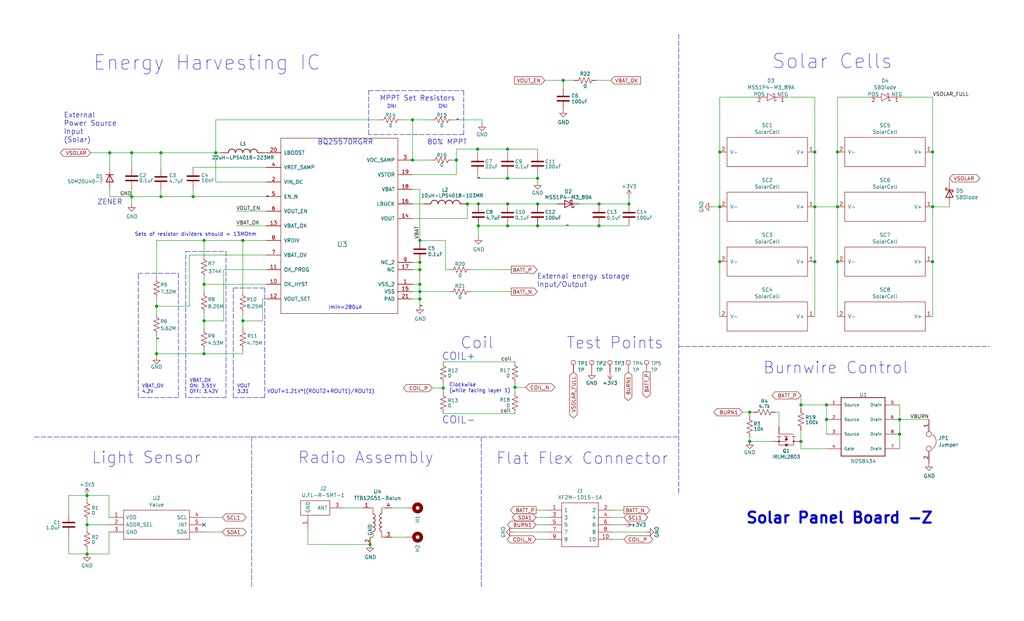
<source format=kicad_sch>
(kicad_sch (version 20211123) (generator eeschema)

  (uuid 5bcace5d-edd0-4e19-92d0-835e43cf8eb2)

  (paper "USLegal")

  (title_block
    (title "PyCubed Mini")
    (date "2022-03-04")
    (rev "1")
    (company "REx Lab Carnegie Mellon University")
    (comment 1 "Z.Manchester")
    (comment 2 "N.Khera")
    (comment 3 "M.Holliday")
  )

  (lib_symbols
    (symbol "Connector:TestPoint" (pin_numbers hide) (pin_names (offset 0.762) hide) (in_bom yes) (on_board yes)
      (property "Reference" "TP" (id 0) (at 0 6.858 0)
        (effects (font (size 1.27 1.27)))
      )
      (property "Value" "TestPoint" (id 1) (at 0 5.08 0)
        (effects (font (size 1.27 1.27)))
      )
      (property "Footprint" "" (id 2) (at 5.08 0 0)
        (effects (font (size 1.27 1.27)) hide)
      )
      (property "Datasheet" "~" (id 3) (at 5.08 0 0)
        (effects (font (size 1.27 1.27)) hide)
      )
      (property "ki_keywords" "test point tp" (id 4) (at 0 0 0)
        (effects (font (size 1.27 1.27)) hide)
      )
      (property "ki_description" "test point" (id 5) (at 0 0 0)
        (effects (font (size 1.27 1.27)) hide)
      )
      (property "ki_fp_filters" "Pin* Test*" (id 6) (at 0 0 0)
        (effects (font (size 1.27 1.27)) hide)
      )
      (symbol "TestPoint_0_1"
        (circle (center 0 3.302) (radius 0.762)
          (stroke (width 0) (type default) (color 0 0 0 0))
          (fill (type none))
        )
      )
      (symbol "TestPoint_1_1"
        (pin passive line (at 0 0 90) (length 2.54)
          (name "1" (effects (font (size 1.27 1.27))))
          (number "1" (effects (font (size 1.27 1.27))))
        )
      )
    )
    (symbol "Device:C" (pin_numbers hide) (pin_names (offset 0.254)) (in_bom yes) (on_board yes)
      (property "Reference" "C" (id 0) (at 0.635 2.54 0)
        (effects (font (size 1.27 1.27)) (justify left))
      )
      (property "Value" "C" (id 1) (at 0.635 -2.54 0)
        (effects (font (size 1.27 1.27)) (justify left))
      )
      (property "Footprint" "" (id 2) (at 0.9652 -3.81 0)
        (effects (font (size 1.27 1.27)) hide)
      )
      (property "Datasheet" "~" (id 3) (at 0 0 0)
        (effects (font (size 1.27 1.27)) hide)
      )
      (property "ki_keywords" "cap capacitor" (id 4) (at 0 0 0)
        (effects (font (size 1.27 1.27)) hide)
      )
      (property "ki_description" "Unpolarized capacitor" (id 5) (at 0 0 0)
        (effects (font (size 1.27 1.27)) hide)
      )
      (property "ki_fp_filters" "C_*" (id 6) (at 0 0 0)
        (effects (font (size 1.27 1.27)) hide)
      )
      (symbol "C_0_1"
        (polyline
          (pts
            (xy -2.032 -0.762)
            (xy 2.032 -0.762)
          )
          (stroke (width 0.508) (type default) (color 0 0 0 0))
          (fill (type none))
        )
        (polyline
          (pts
            (xy -2.032 0.762)
            (xy 2.032 0.762)
          )
          (stroke (width 0.508) (type default) (color 0 0 0 0))
          (fill (type none))
        )
      )
      (symbol "C_1_1"
        (pin passive line (at 0 3.81 270) (length 2.794)
          (name "~" (effects (font (size 1.27 1.27))))
          (number "1" (effects (font (size 1.27 1.27))))
        )
        (pin passive line (at 0 -3.81 90) (length 2.794)
          (name "~" (effects (font (size 1.27 1.27))))
          (number "2" (effects (font (size 1.27 1.27))))
        )
      )
    )
    (symbol "Device:D" (pin_numbers hide) (pin_names (offset 1.016) hide) (in_bom yes) (on_board yes)
      (property "Reference" "D" (id 0) (at 0 2.54 0)
        (effects (font (size 1.27 1.27)))
      )
      (property "Value" "D" (id 1) (at 0 -2.54 0)
        (effects (font (size 1.27 1.27)))
      )
      (property "Footprint" "" (id 2) (at 0 0 0)
        (effects (font (size 1.27 1.27)) hide)
      )
      (property "Datasheet" "~" (id 3) (at 0 0 0)
        (effects (font (size 1.27 1.27)) hide)
      )
      (property "ki_keywords" "diode" (id 4) (at 0 0 0)
        (effects (font (size 1.27 1.27)) hide)
      )
      (property "ki_description" "Diode" (id 5) (at 0 0 0)
        (effects (font (size 1.27 1.27)) hide)
      )
      (property "ki_fp_filters" "TO-???* *_Diode_* *SingleDiode* D_*" (id 6) (at 0 0 0)
        (effects (font (size 1.27 1.27)) hide)
      )
      (symbol "D_0_1"
        (polyline
          (pts
            (xy -1.27 1.27)
            (xy -1.27 -1.27)
          )
          (stroke (width 0.254) (type default) (color 0 0 0 0))
          (fill (type none))
        )
        (polyline
          (pts
            (xy 1.27 0)
            (xy -1.27 0)
          )
          (stroke (width 0) (type default) (color 0 0 0 0))
          (fill (type none))
        )
        (polyline
          (pts
            (xy 1.27 1.27)
            (xy 1.27 -1.27)
            (xy -1.27 0)
            (xy 1.27 1.27)
          )
          (stroke (width 0.254) (type default) (color 0 0 0 0))
          (fill (type none))
        )
      )
      (symbol "D_1_1"
        (pin passive line (at -3.81 0 0) (length 2.54)
          (name "K" (effects (font (size 1.27 1.27))))
          (number "1" (effects (font (size 1.27 1.27))))
        )
        (pin passive line (at 3.81 0 180) (length 2.54)
          (name "A" (effects (font (size 1.27 1.27))))
          (number "2" (effects (font (size 1.27 1.27))))
        )
      )
    )
    (symbol "Device:D_Schottky" (pin_numbers hide) (pin_names (offset 1.016) hide) (in_bom yes) (on_board yes)
      (property "Reference" "D" (id 0) (at 0 2.54 0)
        (effects (font (size 1.27 1.27)))
      )
      (property "Value" "D_Schottky" (id 1) (at 0 -2.54 0)
        (effects (font (size 1.27 1.27)))
      )
      (property "Footprint" "" (id 2) (at 0 0 0)
        (effects (font (size 1.27 1.27)) hide)
      )
      (property "Datasheet" "~" (id 3) (at 0 0 0)
        (effects (font (size 1.27 1.27)) hide)
      )
      (property "ki_keywords" "diode Schottky" (id 4) (at 0 0 0)
        (effects (font (size 1.27 1.27)) hide)
      )
      (property "ki_description" "Schottky diode" (id 5) (at 0 0 0)
        (effects (font (size 1.27 1.27)) hide)
      )
      (property "ki_fp_filters" "TO-???* *_Diode_* *SingleDiode* D_*" (id 6) (at 0 0 0)
        (effects (font (size 1.27 1.27)) hide)
      )
      (symbol "D_Schottky_0_1"
        (polyline
          (pts
            (xy 1.27 0)
            (xy -1.27 0)
          )
          (stroke (width 0) (type default) (color 0 0 0 0))
          (fill (type none))
        )
        (polyline
          (pts
            (xy 1.27 1.27)
            (xy 1.27 -1.27)
            (xy -1.27 0)
            (xy 1.27 1.27)
          )
          (stroke (width 0.254) (type default) (color 0 0 0 0))
          (fill (type none))
        )
        (polyline
          (pts
            (xy -1.905 0.635)
            (xy -1.905 1.27)
            (xy -1.27 1.27)
            (xy -1.27 -1.27)
            (xy -0.635 -1.27)
            (xy -0.635 -0.635)
          )
          (stroke (width 0.254) (type default) (color 0 0 0 0))
          (fill (type none))
        )
      )
      (symbol "D_Schottky_1_1"
        (pin passive line (at -3.81 0 0) (length 2.54)
          (name "K" (effects (font (size 1.27 1.27))))
          (number "1" (effects (font (size 1.27 1.27))))
        )
        (pin passive line (at 3.81 0 180) (length 2.54)
          (name "A" (effects (font (size 1.27 1.27))))
          (number "2" (effects (font (size 1.27 1.27))))
        )
      )
    )
    (symbol "Device:R_US" (pin_numbers hide) (pin_names (offset 0)) (in_bom yes) (on_board yes)
      (property "Reference" "R" (id 0) (at 2.54 0 90)
        (effects (font (size 1.27 1.27)))
      )
      (property "Value" "R_US" (id 1) (at -2.54 0 90)
        (effects (font (size 1.27 1.27)))
      )
      (property "Footprint" "" (id 2) (at 1.016 -0.254 90)
        (effects (font (size 1.27 1.27)) hide)
      )
      (property "Datasheet" "~" (id 3) (at 0 0 0)
        (effects (font (size 1.27 1.27)) hide)
      )
      (property "ki_keywords" "R res resistor" (id 4) (at 0 0 0)
        (effects (font (size 1.27 1.27)) hide)
      )
      (property "ki_description" "Resistor, US symbol" (id 5) (at 0 0 0)
        (effects (font (size 1.27 1.27)) hide)
      )
      (property "ki_fp_filters" "R_*" (id 6) (at 0 0 0)
        (effects (font (size 1.27 1.27)) hide)
      )
      (symbol "R_US_0_1"
        (polyline
          (pts
            (xy 0 -2.286)
            (xy 0 -2.54)
          )
          (stroke (width 0) (type default) (color 0 0 0 0))
          (fill (type none))
        )
        (polyline
          (pts
            (xy 0 2.286)
            (xy 0 2.54)
          )
          (stroke (width 0) (type default) (color 0 0 0 0))
          (fill (type none))
        )
        (polyline
          (pts
            (xy 0 -0.762)
            (xy 1.016 -1.143)
            (xy 0 -1.524)
            (xy -1.016 -1.905)
            (xy 0 -2.286)
          )
          (stroke (width 0) (type default) (color 0 0 0 0))
          (fill (type none))
        )
        (polyline
          (pts
            (xy 0 0.762)
            (xy 1.016 0.381)
            (xy 0 0)
            (xy -1.016 -0.381)
            (xy 0 -0.762)
          )
          (stroke (width 0) (type default) (color 0 0 0 0))
          (fill (type none))
        )
        (polyline
          (pts
            (xy 0 2.286)
            (xy 1.016 1.905)
            (xy 0 1.524)
            (xy -1.016 1.143)
            (xy 0 0.762)
          )
          (stroke (width 0) (type default) (color 0 0 0 0))
          (fill (type none))
        )
      )
      (symbol "R_US_1_1"
        (pin passive line (at 0 3.81 270) (length 1.27)
          (name "~" (effects (font (size 1.27 1.27))))
          (number "1" (effects (font (size 1.27 1.27))))
        )
        (pin passive line (at 0 -3.81 90) (length 1.27)
          (name "~" (effects (font (size 1.27 1.27))))
          (number "2" (effects (font (size 1.27 1.27))))
        )
      )
    )
    (symbol "Mechanical:MountingHole_Pad" (pin_numbers hide) (pin_names (offset 1.016) hide) (in_bom yes) (on_board yes)
      (property "Reference" "H" (id 0) (at 0 6.35 0)
        (effects (font (size 1.27 1.27)))
      )
      (property "Value" "MountingHole_Pad" (id 1) (at 0 4.445 0)
        (effects (font (size 1.27 1.27)))
      )
      (property "Footprint" "" (id 2) (at 0 0 0)
        (effects (font (size 1.27 1.27)) hide)
      )
      (property "Datasheet" "~" (id 3) (at 0 0 0)
        (effects (font (size 1.27 1.27)) hide)
      )
      (property "ki_keywords" "mounting hole" (id 4) (at 0 0 0)
        (effects (font (size 1.27 1.27)) hide)
      )
      (property "ki_description" "Mounting Hole with connection" (id 5) (at 0 0 0)
        (effects (font (size 1.27 1.27)) hide)
      )
      (property "ki_fp_filters" "MountingHole*Pad*" (id 6) (at 0 0 0)
        (effects (font (size 1.27 1.27)) hide)
      )
      (symbol "MountingHole_Pad_0_1"
        (circle (center 0 1.27) (radius 1.27)
          (stroke (width 1.27) (type default) (color 0 0 0 0))
          (fill (type none))
        )
      )
      (symbol "MountingHole_Pad_1_1"
        (pin input line (at 0 -2.54 90) (length 2.54)
          (name "1" (effects (font (size 1.27 1.27))))
          (number "1" (effects (font (size 1.27 1.27))))
        )
      )
    )
    (symbol "SolarCell+Y-rescue:TTB12G51-Balun-symbols" (in_bom yes) (on_board yes)
      (property "Reference" "U" (id 0) (at 0 6.35 0)
        (effects (font (size 1.27 1.27)))
      )
      (property "Value" "TTB12G51-Balun-symbols" (id 1) (at 0 -7.62 0)
        (effects (font (size 1.27 1.27)))
      )
      (property "Footprint" "custom-footprints:2450FM07D0034T" (id 2) (at 2.794 -10.16 0)
        (effects (font (size 1.27 1.27)) hide)
      )
      (property "Datasheet" "" (id 3) (at 0 7.62 0)
        (effects (font (size 1.27 1.27)) hide)
      )
      (property "ki_fp_filters" "Balun*Johanson*5400BL15B050E*" (id 4) (at 0 0 0)
        (effects (font (size 1.27 1.27)) hide)
      )
      (symbol "TTB12G51-Balun-symbols_1_1"
        (arc (start -1.524 -3.048) (mid -0.762 -2.286) (end -1.524 -1.524)
          (stroke (width 0.2032) (type default) (color 0 0 0 0))
          (fill (type none))
        )
        (arc (start -1.524 -1.524) (mid -0.762 -0.762) (end -1.524 0)
          (stroke (width 0.2032) (type default) (color 0 0 0 0))
          (fill (type none))
        )
        (arc (start -1.524 0) (mid -0.762 0.762) (end -1.524 1.524)
          (stroke (width 0.2032) (type default) (color 0 0 0 0))
          (fill (type none))
        )
        (arc (start -1.524 1.524) (mid -0.762 2.286) (end -1.524 3.048)
          (stroke (width 0.2032) (type default) (color 0 0 0 0))
          (fill (type none))
        )
        (polyline
          (pts
            (xy -2.54 5.08)
            (xy -1.524 5.08)
            (xy -1.524 3.048)
          )
          (stroke (width 0.1524) (type default) (color 0 0 0 0))
          (fill (type none))
        )
        (polyline
          (pts
            (xy -1.524 -3.048)
            (xy -1.524 -5.08)
            (xy -2.54 -5.08)
          )
          (stroke (width 0.1524) (type default) (color 0 0 0 0))
          (fill (type none))
        )
        (polyline
          (pts
            (xy 1.524 3.048)
            (xy 1.524 5.08)
            (xy 2.54 5.08)
          )
          (stroke (width 0.1524) (type default) (color 0 0 0 0))
          (fill (type none))
        )
        (polyline
          (pts
            (xy 2.54 -5.08)
            (xy 1.524 -5.08)
            (xy 1.524 -3.048)
          )
          (stroke (width 0.1524) (type default) (color 0 0 0 0))
          (fill (type none))
        )
        (arc (start 1.524 -1.524) (mid 0.762 -2.286) (end 1.524 -3.048)
          (stroke (width 0.2032) (type default) (color 0 0 0 0))
          (fill (type none))
        )
        (arc (start 1.524 0) (mid 0.762 -0.762) (end 1.524 -1.524)
          (stroke (width 0.2032) (type default) (color 0 0 0 0))
          (fill (type none))
        )
        (arc (start 1.524 1.524) (mid 0.762 0.762) (end 1.524 0)
          (stroke (width 0.2032) (type default) (color 0 0 0 0))
          (fill (type none))
        )
        (arc (start 1.524 3.048) (mid 0.762 2.286) (end 1.524 1.524)
          (stroke (width 0.2032) (type default) (color 0 0 0 0))
          (fill (type none))
        )
        (pin passive line (at -5.08 5.08 0) (length 2.54)
          (name "~" (effects (font (size 1.27 1.27))))
          (number "1" (effects (font (size 1.27 1.27))))
        )
        (pin power_in line (at -2.54 -7.62 90) (length 2.54)
          (name "GND" (effects (font (size 1.27 1.27))))
          (number "2" (effects (font (size 1.27 1.27))))
        )
        (pin passive line (at 5.08 -5.08 180) (length 2.54)
          (name "~" (effects (font (size 1.27 1.27))))
          (number "3" (effects (font (size 1.27 1.27))))
        )
        (pin passive line (at 5.08 5.08 180) (length 2.54)
          (name "~" (effects (font (size 1.27 1.27))))
          (number "4" (effects (font (size 1.27 1.27))))
        )
        (pin passive line (at -2.54 -7.62 90) (length 2.54) hide
          (name "GND" (effects (font (size 1.27 1.27))))
          (number "5" (effects (font (size 1.27 1.27))))
        )
      )
    )
    (symbol "SolarCell+Y-rescue:U.FL-R-SMT-1-symbols" (pin_names (offset 0.762)) (in_bom yes) (on_board yes)
      (property "Reference" "J" (id 0) (at -7.62 11.43 0)
        (effects (font (size 1.27 1.27)) (justify left))
      )
      (property "Value" "U.FL-R-SMT-1-symbols" (id 1) (at -7.62 8.89 0)
        (effects (font (size 1.27 1.27)) (justify left))
      )
      (property "Footprint" "U.FL-R-SMT-1" (id 2) (at -7.62 6.35 0)
        (effects (font (size 1.27 1.27)) (justify left) hide)
      )
      (property "Datasheet" "https://www.hirose.co.jp/cataloge_hp/ed_UFL_20141014.pdf" (id 3) (at -7.62 3.81 0)
        (effects (font (size 1.27 1.27)) (justify left) hide)
      )
      (property "Manufacturer_Name" "Hirose" (id 4) (at -7.62 -3.81 0)
        (effects (font (size 1.27 1.27)) (justify left) hide)
      )
      (property "Manufacturer_Part_Number" "U.FL-R-SMT-1" (id 5) (at -7.62 -6.35 0)
        (effects (font (size 1.27 1.27)) (justify left) hide)
      )
      (symbol "U.FL-R-SMT-1-symbols_0_0"
        (pin unspecified line (at 2.54 -7.62 90) (length 5.08)
          (name "GND" (effects (font (size 1.27 1.27))))
          (number "1" (effects (font (size 1.27 1.27))))
        )
        (pin unspecified line (at 2.54 -7.62 90) (length 5.08) hide
          (name "2" (effects (font (size 1.27 1.27))))
          (number "2" (effects (font (size 1.27 1.27))))
        )
        (pin unspecified line (at -10.16 0 0) (length 5.08)
          (name "ANT" (effects (font (size 1.27 1.27))))
          (number "3" (effects (font (size 1.27 1.27))))
        )
      )
      (symbol "U.FL-R-SMT-1-symbols_0_1"
        (polyline
          (pts
            (xy -5.08 2.54)
            (xy 5.08 2.54)
            (xy 5.08 -2.54)
            (xy -5.08 -2.54)
            (xy -5.08 2.54)
          )
          (stroke (width 0.1524) (type default) (color 0 0 0 0))
          (fill (type none))
        )
      )
    )
    (symbol "SolarCellParts:SBDiode" (pin_names (offset 0)) (in_bom yes) (on_board yes)
      (property "Reference" "D" (id 0) (at -1.524 3.048 0)
        (effects (font (size 1.27 1.27)))
      )
      (property "Value" "SBDiode" (id 1) (at -1.524 5.588 0)
        (effects (font (size 1.27 1.27)))
      )
      (property "Footprint" "SolarCellParts:SB Diode" (id 2) (at -3.048 8.382 0)
        (effects (font (size 1.27 1.27)) hide)
      )
      (property "Datasheet" "" (id 3) (at -1.524 3.048 0)
        (effects (font (size 1.27 1.27)) hide)
      )
      (symbol "SBDiode_0_1"
        (polyline
          (pts
            (xy -4.064 0)
            (xy -2.54 0)
          )
          (stroke (width 0) (type default) (color 0 0 0 0))
          (fill (type none))
        )
        (polyline
          (pts
            (xy 0 0)
            (xy 1.524 0)
          )
          (stroke (width 0) (type default) (color 0 0 0 0))
          (fill (type none))
        )
        (polyline
          (pts
            (xy -2.54 1.27)
            (xy -2.54 -1.27)
            (xy 0 0)
            (xy -2.54 1.27)
          )
          (stroke (width 0) (type default) (color 0 0 0 0))
          (fill (type none))
        )
        (polyline
          (pts
            (xy 0 0)
            (xy 0 -1.27)
            (xy -0.508 -1.27)
            (xy -0.508 -0.762)
          )
          (stroke (width 0) (type default) (color 0 0 0 0))
          (fill (type none))
        )
        (polyline
          (pts
            (xy 0 0)
            (xy 0 1.27)
            (xy 0.508 1.27)
            (xy 0.508 0.762)
          )
          (stroke (width 0) (type default) (color 0 0 0 0))
          (fill (type none))
        )
      )
      (symbol "SBDiode_1_1"
        (pin bidirectional line (at 4.064 0 180) (length 2.54)
          (name "NEG" (effects (font (size 1.27 1.27))))
          (number "1" (effects (font (size 1.27 1.27))))
        )
        (pin bidirectional line (at -6.604 0 0) (length 2.54)
          (name "POS" (effects (font (size 1.27 1.27))))
          (number "2" (effects (font (size 1.27 1.27))))
        )
      )
    )
    (symbol "SolarCellParts:SolarCell_Small" (pin_names (offset 1.016)) (in_bom yes) (on_board yes)
      (property "Reference" "SC" (id 0) (at 0 -1.27 0)
        (effects (font (size 1.27 1.27)))
      )
      (property "Value" "SolarCell_Small" (id 1) (at 0 1.27 0)
        (effects (font (size 1.27 1.27)))
      )
      (property "Footprint" "SolarCellParts:KXOB25-05X3F" (id 2) (at 0 6.35 0)
        (effects (font (size 1.27 1.27)) hide)
      )
      (property "Datasheet" "" (id 3) (at 5.08 0 90)
        (effects (font (size 1.27 1.27)) hide)
      )
      (symbol "SolarCell_Small_0_1"
        (rectangle (start -13.97 -5.08) (end 13.97 5.08)
          (stroke (width 0) (type default) (color 0 0 0 0))
          (fill (type none))
        )
      )
      (symbol "SolarCell_Small_1_1"
        (pin bidirectional line (at -16.51 0 0) (length 2.54)
          (name "V+" (effects (font (size 1.27 1.27))))
          (number "1" (effects (font (size 1.27 1.27))))
        )
        (pin bidirectional line (at 16.51 0 180) (length 2.54)
          (name "V-" (effects (font (size 1.27 1.27))))
          (number "2" (effects (font (size 1.27 1.27))))
        )
      )
    )
    (symbol "misc-circuits-cache:Device_Jumper" (pin_names (offset 0.762) hide) (in_bom yes) (on_board yes)
      (property "Reference" "JP" (id 0) (at 0 3.81 0)
        (effects (font (size 1.27 1.27)))
      )
      (property "Value" "Device_Jumper" (id 1) (at 0 -2.032 0)
        (effects (font (size 1.27 1.27)))
      )
      (property "Footprint" "" (id 2) (at 0 0 0)
        (effects (font (size 1.27 1.27)) hide)
      )
      (property "Datasheet" "" (id 3) (at 0 0 0)
        (effects (font (size 1.27 1.27)) hide)
      )
      (property "ki_fp_filters" "SolderJumper*" (id 4) (at 0 0 0)
        (effects (font (size 1.27 1.27)) hide)
      )
      (symbol "Device_Jumper_0_1"
        (circle (center -2.54 0) (radius 0.889)
          (stroke (width 0) (type default) (color 0 0 0 0))
          (fill (type none))
        )
        (arc (start 2.5146 1.27) (mid 0.0127 2.5097) (end -2.4892 1.27)
          (stroke (width 0) (type default) (color 0 0 0 0))
          (fill (type none))
        )
        (circle (center 2.54 0) (radius 0.889)
          (stroke (width 0) (type default) (color 0 0 0 0))
          (fill (type none))
        )
        (pin passive line (at -7.62 0 0) (length 4.191)
          (name "1" (effects (font (size 1.27 1.27))))
          (number "1" (effects (font (size 1.27 1.27))))
        )
        (pin passive line (at 7.62 0 180) (length 4.191)
          (name "2" (effects (font (size 1.27 1.27))))
          (number "2" (effects (font (size 1.27 1.27))))
        )
      )
    )
    (symbol "misc-circuits-cache:misc-circuits-rescue_BQ25570RGRR-misc-circuits-cache" (pin_names (offset 1.016)) (in_bom yes) (on_board yes)
      (property "Reference" "U" (id 0) (at -4.7244 1.4986 0)
        (effects (font (size 1.7526 1.7526)) (justify left bottom))
      )
      (property "Value" "misc-circuits-rescue_BQ25570RGRR-misc-circuits-cache" (id 1) (at -5.3594 -1.0414 0)
        (effects (font (size 1.7526 1.7526)) (justify left bottom))
      )
      (property "Footprint" "" (id 2) (at 0 0 0)
        (effects (font (size 1.27 1.27)) hide)
      )
      (property "Datasheet" "" (id 3) (at 0 0 0)
        (effects (font (size 1.27 1.27)) hide)
      )
      (property "ki_locked" "" (id 4) (at 0 0 0)
        (effects (font (size 1.27 1.27)))
      )
      (symbol "misc-circuits-rescue_BQ25570RGRR-misc-circuits-cache_1_0"
        (polyline
          (pts
            (xy -20.32 -30.48)
            (xy 20.32 -30.48)
          )
          (stroke (width 0) (type default) (color 0 0 0 0))
          (fill (type none))
        )
        (polyline
          (pts
            (xy -20.32 30.48)
            (xy -20.32 -30.48)
          )
          (stroke (width 0) (type default) (color 0 0 0 0))
          (fill (type none))
        )
        (polyline
          (pts
            (xy 20.32 -30.48)
            (xy 20.32 30.48)
          )
          (stroke (width 0) (type default) (color 0 0 0 0))
          (fill (type none))
        )
        (polyline
          (pts
            (xy 20.32 30.48)
            (xy -20.32 30.48)
          )
          (stroke (width 0) (type default) (color 0 0 0 0))
          (fill (type none))
        )
        (pin power_in line (at 25.4 -20.32 180) (length 5.08)
          (name "VSS_2" (effects (font (size 1.27 1.27))))
          (number "1" (effects (font (size 1.27 1.27))))
        )
        (pin input line (at -25.4 -20.32 0) (length 5.08)
          (name "OK_HYST" (effects (font (size 1.27 1.27))))
          (number "10" (effects (font (size 1.27 1.27))))
        )
        (pin input line (at -25.4 -15.24 0) (length 5.08)
          (name "OK_PROG" (effects (font (size 1.27 1.27))))
          (number "11" (effects (font (size 1.27 1.27))))
        )
        (pin input line (at -25.4 -25.4 0) (length 5.08)
          (name "VOUT_SET" (effects (font (size 1.27 1.27))))
          (number "12" (effects (font (size 1.27 1.27))))
        )
        (pin output line (at -25.4 0 0) (length 5.08)
          (name "VBAT_OK" (effects (font (size 1.27 1.27))))
          (number "13" (effects (font (size 1.27 1.27))))
        )
        (pin power_in line (at 25.4 2.54 180) (length 5.08)
          (name "VOUT" (effects (font (size 1.27 1.27))))
          (number "14" (effects (font (size 1.27 1.27))))
        )
        (pin power_in line (at 25.4 -22.86 180) (length 5.08)
          (name "VSS" (effects (font (size 1.27 1.27))))
          (number "15" (effects (font (size 1.27 1.27))))
        )
        (pin passive line (at 25.4 7.62 180) (length 5.08)
          (name "LBUCK" (effects (font (size 1.27 1.27))))
          (number "16" (effects (font (size 1.27 1.27))))
        )
        (pin passive line (at 25.4 -15.24 180) (length 5.08)
          (name "NC" (effects (font (size 1.27 1.27))))
          (number "17" (effects (font (size 1.27 1.27))))
        )
        (pin bidirectional line (at 25.4 12.7 180) (length 5.08)
          (name "VBAT" (effects (font (size 1.27 1.27))))
          (number "18" (effects (font (size 1.27 1.27))))
        )
        (pin power_in line (at 25.4 17.78 180) (length 5.08)
          (name "VSTOR" (effects (font (size 1.27 1.27))))
          (number "19" (effects (font (size 1.27 1.27))))
        )
        (pin power_in line (at -25.4 15.24 0) (length 5.08)
          (name "VIN_DC" (effects (font (size 1.27 1.27))))
          (number "2" (effects (font (size 1.27 1.27))))
        )
        (pin input line (at -25.4 25.4 0) (length 5.08)
          (name "LBOOST" (effects (font (size 1.27 1.27))))
          (number "20" (effects (font (size 1.27 1.27))))
        )
        (pin power_in line (at 25.4 -25.4 180) (length 5.08)
          (name "PAD" (effects (font (size 1.27 1.27))))
          (number "21" (effects (font (size 1.27 1.27))))
        )
        (pin input line (at 25.4 22.86 180) (length 5.08)
          (name "VOC_SAMP" (effects (font (size 1.27 1.27))))
          (number "3" (effects (font (size 1.27 1.27))))
        )
        (pin input line (at -25.4 20.32 0) (length 5.08)
          (name "VREF_SAMP" (effects (font (size 1.27 1.27))))
          (number "4" (effects (font (size 1.27 1.27))))
        )
        (pin input line (at -25.4 10.16 0) (length 5.08)
          (name "EN_N" (effects (font (size 1.27 1.27))))
          (number "5" (effects (font (size 1.27 1.27))))
        )
        (pin input line (at -25.4 5.08 0) (length 5.08)
          (name "VOUT_EN" (effects (font (size 1.27 1.27))))
          (number "6" (effects (font (size 1.27 1.27))))
        )
        (pin input line (at -25.4 -10.16 0) (length 5.08)
          (name "VBAT_OV" (effects (font (size 1.27 1.27))))
          (number "7" (effects (font (size 1.27 1.27))))
        )
        (pin output line (at -25.4 -5.08 0) (length 5.08)
          (name "VRDIV" (effects (font (size 1.27 1.27))))
          (number "8" (effects (font (size 1.27 1.27))))
        )
        (pin power_in line (at 25.4 -12.7 180) (length 5.08)
          (name "NC_2" (effects (font (size 1.27 1.27))))
          (number "9" (effects (font (size 1.27 1.27))))
        )
      )
    )
    (symbol "misc-circuits-cache:misc-circuits-rescue_COILCRAFT-LPS4018-misc-circuits-cache" (pin_names (offset 1.016)) (in_bom yes) (on_board yes)
      (property "Reference" "L" (id 0) (at -1.27 -5.08 90)
        (effects (font (size 1.4986 1.4986)) (justify left bottom))
      )
      (property "Value" "misc-circuits-rescue_COILCRAFT-LPS4018-misc-circuits-cache" (id 1) (at 3.81 -5.08 90)
        (effects (font (size 1.4986 1.4986)) (justify left bottom))
      )
      (property "Footprint" "" (id 2) (at 0 0 0)
        (effects (font (size 1.27 1.27)) hide)
      )
      (property "Datasheet" "" (id 3) (at 0 0 0)
        (effects (font (size 1.27 1.27)) hide)
      )
      (property "ki_locked" "" (id 4) (at 0 0 0)
        (effects (font (size 1.27 1.27)))
      )
      (symbol "misc-circuits-rescue_COILCRAFT-LPS4018-misc-circuits-cache_1_0"
        (arc (start 0 -5.08) (mid 0.898 -4.708) (end 1.27 -3.81)
          (stroke (width 0.254) (type default) (color 0 0 0 0))
          (fill (type none))
        )
        (arc (start 0 -2.54) (mid 0.898 -2.168) (end 1.27 -1.27)
          (stroke (width 0.254) (type default) (color 0 0 0 0))
          (fill (type none))
        )
        (arc (start 0 0) (mid 0.898 0.372) (end 1.27 1.27)
          (stroke (width 0.254) (type default) (color 0 0 0 0))
          (fill (type none))
        )
        (arc (start 0 2.54) (mid 0.898 2.912) (end 1.27 3.81)
          (stroke (width 0.254) (type default) (color 0 0 0 0))
          (fill (type none))
        )
        (arc (start 1.27 -3.81) (mid 0.898 -2.912) (end 0 -2.54)
          (stroke (width 0.254) (type default) (color 0 0 0 0))
          (fill (type none))
        )
        (arc (start 1.27 -1.27) (mid 0.898 -0.372) (end 0 0)
          (stroke (width 0.254) (type default) (color 0 0 0 0))
          (fill (type none))
        )
        (arc (start 1.27 1.27) (mid 0.898 2.168) (end 0 2.54)
          (stroke (width 0.254) (type default) (color 0 0 0 0))
          (fill (type none))
        )
        (arc (start 1.27 3.81) (mid 0.898 4.708) (end 0 5.08)
          (stroke (width 0.254) (type default) (color 0 0 0 0))
          (fill (type none))
        )
        (pin passive line (at 0 7.62 270) (length 2.54)
          (name "1" (effects (font (size 0 0))))
          (number "1" (effects (font (size 0 0))))
        )
        (pin passive line (at 0 -7.62 90) (length 2.54)
          (name "2" (effects (font (size 0 0))))
          (number "2" (effects (font (size 0 0))))
        )
      )
    )
    (symbol "misc-circuits-cache:misc-circuits-rescue_IRLML2803TRPBF-mainboard" (pin_names (offset 1.016)) (in_bom yes) (on_board yes)
      (property "Reference" "Q" (id 0) (at -11.43 1.27 0)
        (effects (font (size 1.4986 1.4986)) (justify left top))
      )
      (property "Value" "misc-circuits-rescue_IRLML2803TRPBF-mainboard" (id 1) (at -11.43 3.81 0)
        (effects (font (size 1.4986 1.4986)) (justify left top))
      )
      (property "Footprint" "" (id 2) (at 0 0 0)
        (effects (font (size 1.27 1.27)) hide)
      )
      (property "Datasheet" "" (id 3) (at 0 0 0)
        (effects (font (size 1.27 1.27)) hide)
      )
      (property "ki_locked" "" (id 4) (at 0 0 0)
        (effects (font (size 1.27 1.27)))
      )
      (symbol "misc-circuits-rescue_IRLML2803TRPBF-mainboard_1_0"
        (polyline
          (pts
            (xy 0 2.54)
            (xy 0 -2.54)
          )
          (stroke (width 0) (type default) (color 0 0 0 0))
          (fill (type none))
        )
        (polyline
          (pts
            (xy 0.762 -2.54)
            (xy 0.762 -3.175)
          )
          (stroke (width 0) (type default) (color 0 0 0 0))
          (fill (type none))
        )
        (polyline
          (pts
            (xy 0.762 -1.905)
            (xy 0.762 -2.54)
          )
          (stroke (width 0) (type default) (color 0 0 0 0))
          (fill (type none))
        )
        (polyline
          (pts
            (xy 0.762 0)
            (xy 0.762 -0.762)
          )
          (stroke (width 0) (type default) (color 0 0 0 0))
          (fill (type none))
        )
        (polyline
          (pts
            (xy 0.762 0)
            (xy 2.54 0)
          )
          (stroke (width 0) (type default) (color 0 0 0 0))
          (fill (type none))
        )
        (polyline
          (pts
            (xy 0.762 0.762)
            (xy 0.762 0)
          )
          (stroke (width 0) (type default) (color 0 0 0 0))
          (fill (type none))
        )
        (polyline
          (pts
            (xy 0.762 2.54)
            (xy 0.762 1.905)
          )
          (stroke (width 0) (type default) (color 0 0 0 0))
          (fill (type none))
        )
        (polyline
          (pts
            (xy 0.762 2.54)
            (xy 3.81 2.54)
          )
          (stroke (width 0) (type default) (color 0 0 0 0))
          (fill (type none))
        )
        (polyline
          (pts
            (xy 0.762 3.175)
            (xy 0.762 2.54)
          )
          (stroke (width 0) (type default) (color 0 0 0 0))
          (fill (type none))
        )
        (polyline
          (pts
            (xy 2.54 -2.54)
            (xy 0.762 -2.54)
          )
          (stroke (width 0) (type default) (color 0 0 0 0))
          (fill (type none))
        )
        (polyline
          (pts
            (xy 2.54 -2.54)
            (xy 3.81 -2.54)
          )
          (stroke (width 0) (type default) (color 0 0 0 0))
          (fill (type none))
        )
        (polyline
          (pts
            (xy 2.54 0)
            (xy 2.54 -2.54)
          )
          (stroke (width 0) (type default) (color 0 0 0 0))
          (fill (type none))
        )
        (polyline
          (pts
            (xy 3.302 0.508)
            (xy 3.81 0.508)
          )
          (stroke (width 0) (type default) (color 0 0 0 0))
          (fill (type none))
        )
        (polyline
          (pts
            (xy 3.81 -0.508)
            (xy 3.81 -2.54)
          )
          (stroke (width 0) (type default) (color 0 0 0 0))
          (fill (type none))
        )
        (polyline
          (pts
            (xy 3.81 0.508)
            (xy 3.81 -0.508)
          )
          (stroke (width 0) (type default) (color 0 0 0 0))
          (fill (type none))
        )
        (polyline
          (pts
            (xy 3.81 0.508)
            (xy 4.318 0.508)
          )
          (stroke (width 0) (type default) (color 0 0 0 0))
          (fill (type none))
        )
        (polyline
          (pts
            (xy 3.81 2.54)
            (xy 3.81 0.508)
          )
          (stroke (width 0) (type default) (color 0 0 0 0))
          (fill (type none))
        )
        (polyline
          (pts
            (xy 1.016 0)
            (xy 2.032 0.508)
            (xy 2.032 -0.508)
          )
          (stroke (width 0) (type default) (color 0 0 0 0))
          (fill (type outline))
        )
        (polyline
          (pts
            (xy 3.81 0.508)
            (xy 3.302 -0.254)
            (xy 4.318 -0.254)
          )
          (stroke (width 0) (type default) (color 0 0 0 0))
          (fill (type outline))
        )
        (circle (center 2.54 -2.54) (radius 0.254)
          (stroke (width 0) (type default) (color 0 0 0 0))
          (fill (type none))
        )
        (circle (center 2.54 2.54) (radius 0.254)
          (stroke (width 0) (type default) (color 0 0 0 0))
          (fill (type none))
        )
        (pin passive line (at -2.54 -2.54 0) (length 2.54)
          (name "G" (effects (font (size 0 0))))
          (number "1" (effects (font (size 0 0))))
        )
        (pin passive line (at 2.54 -5.08 90) (length 2.54)
          (name "S" (effects (font (size 0 0))))
          (number "2" (effects (font (size 0 0))))
        )
        (pin passive line (at 2.54 5.08 270) (length 2.54)
          (name "D" (effects (font (size 0 0))))
          (number "3" (effects (font (size 0 0))))
        )
      )
    )
    (symbol "misc-circuits-cache:symbols_NDS8434" (pin_names (offset 1.016)) (in_bom yes) (on_board yes)
      (property "Reference" "U" (id 0) (at 0 0 0)
        (effects (font (size 1.27 1.27)) (justify left bottom) hide)
      )
      (property "Value" "symbols_NDS8434" (id 1) (at 0 0 0)
        (effects (font (size 1.27 1.27)) (justify left bottom) hide)
      )
      (property "Footprint" "custom-footprints:NDS8434" (id 2) (at 0 0 0)
        (effects (font (size 1.27 1.27)) (justify left bottom) hide)
      )
      (property "Datasheet" "" (id 3) (at 0 0 0)
        (effects (font (size 1.27 1.27)) (justify left bottom) hide)
      )
      (property "Field4" "ON Semiconductor" (id 4) (at 0 0 0)
        (effects (font (size 1.27 1.27)) (justify left bottom) hide)
      )
      (property "Field7" "NDS8434" (id 5) (at 0 0 0)
        (effects (font (size 1.27 1.27)) (justify left bottom) hide)
      )
      (property "Field8" "SO-8 ON Semiconductor" (id 6) (at 0 0 0)
        (effects (font (size 1.27 1.27)) (justify left bottom) hide)
      )
      (symbol "symbols_NDS8434_0_0"
        (polyline
          (pts
            (xy -7.62 -10.16)
            (xy -7.62 10.16)
          )
          (stroke (width 0.254) (type default) (color 0 0 0 0))
          (fill (type none))
        )
        (polyline
          (pts
            (xy -7.62 10.16)
            (xy 7.62 10.16)
          )
          (stroke (width 0.254) (type default) (color 0 0 0 0))
          (fill (type none))
        )
        (polyline
          (pts
            (xy 7.62 -10.16)
            (xy -7.62 -10.16)
          )
          (stroke (width 0.254) (type default) (color 0 0 0 0))
          (fill (type none))
        )
        (polyline
          (pts
            (xy 7.62 10.16)
            (xy 7.62 -10.16)
          )
          (stroke (width 0.254) (type default) (color 0 0 0 0))
          (fill (type none))
        )
        (pin bidirectional line (at -12.7 7.62 0) (length 5.08)
          (name "Source" (effects (font (size 1.016 1.016))))
          (number "1" (effects (font (size 1.016 1.016))))
        )
        (pin bidirectional line (at -12.7 2.54 0) (length 5.08)
          (name "Source" (effects (font (size 1.016 1.016))))
          (number "2" (effects (font (size 1.016 1.016))))
        )
        (pin bidirectional line (at -12.7 -2.54 0) (length 5.08)
          (name "Source" (effects (font (size 1.016 1.016))))
          (number "3" (effects (font (size 1.016 1.016))))
        )
        (pin bidirectional line (at -12.7 -7.62 0) (length 5.08)
          (name "Gate" (effects (font (size 1.016 1.016))))
          (number "4" (effects (font (size 1.016 1.016))))
        )
        (pin bidirectional line (at 12.7 7.62 180) (length 5.08)
          (name "Drain" (effects (font (size 1.016 1.016))))
          (number "5" (effects (font (size 1.016 1.016))))
        )
        (pin bidirectional line (at 12.7 2.54 180) (length 5.08)
          (name "Drain" (effects (font (size 1.016 1.016))))
          (number "6" (effects (font (size 1.016 1.016))))
        )
        (pin bidirectional line (at 12.7 -7.62 180) (length 5.08)
          (name "Drain" (effects (font (size 1.016 1.016))))
          (number "7" (effects (font (size 1.016 1.016))))
        )
        (pin bidirectional line (at 12.7 -2.54 180) (length 5.08)
          (name "Drain" (effects (font (size 1.016 1.016))))
          (number "8" (effects (font (size 1.016 1.016))))
        )
      )
    )
    (symbol "misc-circuits-cache:symbols_TSL2561" (pin_names (offset 0.762)) (in_bom yes) (on_board yes)
      (property "Reference" "IC" (id 0) (at 29.21 7.62 0)
        (effects (font (size 1.27 1.27)) (justify left))
      )
      (property "Value" "symbols_TSL2561" (id 1) (at 29.21 5.08 0)
        (effects (font (size 1.27 1.27)) (justify left))
      )
      (property "Footprint" "TSL2561" (id 2) (at 29.21 2.54 0)
        (effects (font (size 1.27 1.27)) (justify left) hide)
      )
      (property "Datasheet" "https://ams.com/documents/20143/36005/TSL2561_DS000110_3-00.pdf/18a41097-2035-4333-c70e-bfa544c0a98b" (id 3) (at 29.21 0 0)
        (effects (font (size 1.27 1.27)) (justify left) hide)
      )
      (property "Description" "Light-to-Digital Converter" (id 4) (at 29.21 -2.54 0)
        (effects (font (size 1.27 1.27)) (justify left) hide)
      )
      (property "Height" "1.55" (id 5) (at 29.21 -5.08 0)
        (effects (font (size 1.27 1.27)) (justify left) hide)
      )
      (property "Manufacturer_Name" "ams" (id 6) (at 29.21 -7.62 0)
        (effects (font (size 1.27 1.27)) (justify left) hide)
      )
      (property "Manufacturer_Part_Number" "TSL2561" (id 7) (at 29.21 -10.16 0)
        (effects (font (size 1.27 1.27)) (justify left) hide)
      )
      (property "Mouser Part Number" "N/A" (id 8) (at 29.21 -12.7 0)
        (effects (font (size 1.27 1.27)) (justify left) hide)
      )
      (property "Mouser Price/Stock" "https://www.mouser.com/Search/Refine.aspx?Keyword=N%2FA" (id 9) (at 29.21 -15.24 0)
        (effects (font (size 1.27 1.27)) (justify left) hide)
      )
      (symbol "symbols_TSL2561_0_0"
        (pin unspecified line (at 0 0 0) (length 5.08)
          (name "VDD" (effects (font (size 1.27 1.27))))
          (number "1" (effects (font (size 1.27 1.27))))
        )
        (pin unspecified line (at 0 -2.54 0) (length 5.08)
          (name "ADDR_SEL" (effects (font (size 1.27 1.27))))
          (number "2" (effects (font (size 1.27 1.27))))
        )
        (pin unspecified line (at 0 -5.08 0) (length 5.08)
          (name "GND" (effects (font (size 1.27 1.27))))
          (number "3" (effects (font (size 1.27 1.27))))
        )
        (pin unspecified line (at 33.02 0 180) (length 5.08)
          (name "SCL" (effects (font (size 1.27 1.27))))
          (number "4" (effects (font (size 1.27 1.27))))
        )
        (pin unspecified line (at 33.02 -2.54 180) (length 5.08)
          (name "INT" (effects (font (size 1.27 1.27))))
          (number "5" (effects (font (size 1.27 1.27))))
        )
        (pin unspecified line (at 33.02 -5.08 180) (length 5.08)
          (name "SDA" (effects (font (size 1.27 1.27))))
          (number "6" (effects (font (size 1.27 1.27))))
        )
      )
      (symbol "symbols_TSL2561_0_1"
        (polyline
          (pts
            (xy 5.08 2.54)
            (xy 27.94 2.54)
            (xy 27.94 -7.62)
            (xy 5.08 -7.62)
            (xy 5.08 2.54)
          )
          (stroke (width 0.1524) (type default) (color 0 0 0 0))
          (fill (type none))
        )
      )
    )
    (symbol "misc-circuits-cache:symbols_XF2M-1015-1A" (pin_names (offset 0.762)) (in_bom yes) (on_board yes)
      (property "Reference" "J" (id 0) (at 19.05 7.62 0)
        (effects (font (size 1.27 1.27)) (justify left))
      )
      (property "Value" "symbols_XF2M-1015-1A" (id 1) (at 19.05 5.08 0)
        (effects (font (size 1.27 1.27)) (justify left))
      )
      (property "Footprint" "XF2M-1015-1A" (id 2) (at 19.05 2.54 0)
        (effects (font (size 1.27 1.27)) (justify left) hide)
      )
      (property "Datasheet" "https://componentsearchengine.com/Datasheets/3/XF2M-1015-1A.pdf" (id 3) (at 19.05 0 0)
        (effects (font (size 1.27 1.27)) (justify left) hide)
      )
      (property "Description" "0.5mm Rotary backlock 10 way Omron XF2M Series 0.5mm Pitch 10 Way Right Angle SMT Female FPC Connector Locking Mechanism, Top and Bottom Contact" (id 4) (at 19.05 -2.54 0)
        (effects (font (size 1.27 1.27)) (justify left) hide)
      )
      (property "Manufacturer_Name" "Omron Electronics" (id 5) (at 19.05 -7.62 0)
        (effects (font (size 1.27 1.27)) (justify left) hide)
      )
      (property "Manufacturer_Part_Number" "XF2M-1015-1A" (id 6) (at 19.05 -10.16 0)
        (effects (font (size 1.27 1.27)) (justify left) hide)
      )
      (property "Mouser Part Number" "653-XF2M-1015-1A" (id 7) (at 19.05 -12.7 0)
        (effects (font (size 1.27 1.27)) (justify left) hide)
      )
      (property "Mouser Price/Stock" "https://www.mouser.com/Search/Refine.aspx?Keyword=653-XF2M-1015-1A" (id 8) (at 19.05 -15.24 0)
        (effects (font (size 1.27 1.27)) (justify left) hide)
      )
      (property "RS Part Number" "7315772P" (id 9) (at 19.05 -17.78 0)
        (effects (font (size 1.27 1.27)) (justify left) hide)
      )
      (property "RS Price/Stock" "http://uk.rs-online.com/web/p/products/7315772P" (id 10) (at 19.05 -20.32 0)
        (effects (font (size 1.27 1.27)) (justify left) hide)
      )
      (property "Allied_Number" "70667825" (id 11) (at 19.05 -22.86 0)
        (effects (font (size 1.27 1.27)) (justify left) hide)
      )
      (property "Allied Price/Stock" "https://www.alliedelec.com/omron-electronic-components-xf2m-1015-1a/70667825/" (id 12) (at 19.05 -25.4 0)
        (effects (font (size 1.27 1.27)) (justify left) hide)
      )
      (symbol "symbols_XF2M-1015-1A_0_0"
        (pin bidirectional line (at 0 0 0) (length 5.08)
          (name "1" (effects (font (size 1.27 1.27))))
          (number "1" (effects (font (size 1.27 1.27))))
        )
        (pin bidirectional line (at 22.86 -10.16 180) (length 5.08)
          (name "10" (effects (font (size 1.27 1.27))))
          (number "10" (effects (font (size 1.27 1.27))))
        )
        (pin bidirectional line (at 22.86 0 180) (length 5.08)
          (name "2" (effects (font (size 1.27 1.27))))
          (number "2" (effects (font (size 1.27 1.27))))
        )
        (pin bidirectional line (at 0 -2.54 0) (length 5.08)
          (name "3" (effects (font (size 1.27 1.27))))
          (number "3" (effects (font (size 1.27 1.27))))
        )
        (pin bidirectional line (at 22.86 -2.54 180) (length 5.08)
          (name "4" (effects (font (size 1.27 1.27))))
          (number "4" (effects (font (size 1.27 1.27))))
        )
        (pin bidirectional line (at 0 -5.08 0) (length 5.08)
          (name "5" (effects (font (size 1.27 1.27))))
          (number "5" (effects (font (size 1.27 1.27))))
        )
        (pin bidirectional line (at 22.86 -5.08 180) (length 5.08)
          (name "6" (effects (font (size 1.27 1.27))))
          (number "6" (effects (font (size 1.27 1.27))))
        )
        (pin bidirectional line (at 0 -7.62 0) (length 5.08)
          (name "7" (effects (font (size 1.27 1.27))))
          (number "7" (effects (font (size 1.27 1.27))))
        )
        (pin bidirectional line (at 22.86 -7.62 180) (length 5.08)
          (name "8" (effects (font (size 1.27 1.27))))
          (number "8" (effects (font (size 1.27 1.27))))
        )
        (pin bidirectional line (at 0 -10.16 0) (length 5.08)
          (name "9" (effects (font (size 1.27 1.27))))
          (number "9" (effects (font (size 1.27 1.27))))
        )
      )
      (symbol "symbols_XF2M-1015-1A_0_1"
        (polyline
          (pts
            (xy 5.08 2.54)
            (xy 17.78 2.54)
            (xy 17.78 -12.7)
            (xy 5.08 -12.7)
            (xy 5.08 2.54)
          )
          (stroke (width 0.1524) (type default) (color 0 0 0 0))
          (fill (type none))
        )
      )
    )
    (symbol "power:+3V3" (power) (pin_names (offset 0)) (in_bom yes) (on_board yes)
      (property "Reference" "#PWR" (id 0) (at 0 -3.81 0)
        (effects (font (size 1.27 1.27)) hide)
      )
      (property "Value" "+3V3" (id 1) (at 0 3.556 0)
        (effects (font (size 1.27 1.27)))
      )
      (property "Footprint" "" (id 2) (at 0 0 0)
        (effects (font (size 1.27 1.27)) hide)
      )
      (property "Datasheet" "" (id 3) (at 0 0 0)
        (effects (font (size 1.27 1.27)) hide)
      )
      (property "ki_keywords" "power-flag" (id 4) (at 0 0 0)
        (effects (font (size 1.27 1.27)) hide)
      )
      (property "ki_description" "Power symbol creates a global label with name \"+3V3\"" (id 5) (at 0 0 0)
        (effects (font (size 1.27 1.27)) hide)
      )
      (symbol "+3V3_0_1"
        (polyline
          (pts
            (xy -0.762 1.27)
            (xy 0 2.54)
          )
          (stroke (width 0) (type default) (color 0 0 0 0))
          (fill (type none))
        )
        (polyline
          (pts
            (xy 0 0)
            (xy 0 2.54)
          )
          (stroke (width 0) (type default) (color 0 0 0 0))
          (fill (type none))
        )
        (polyline
          (pts
            (xy 0 2.54)
            (xy 0.762 1.27)
          )
          (stroke (width 0) (type default) (color 0 0 0 0))
          (fill (type none))
        )
      )
      (symbol "+3V3_1_1"
        (pin power_in line (at 0 0 90) (length 0) hide
          (name "+3V3" (effects (font (size 1.27 1.27))))
          (number "1" (effects (font (size 1.27 1.27))))
        )
      )
    )
    (symbol "power:GND" (power) (pin_names (offset 0)) (in_bom yes) (on_board yes)
      (property "Reference" "#PWR" (id 0) (at 0 -6.35 0)
        (effects (font (size 1.27 1.27)) hide)
      )
      (property "Value" "GND" (id 1) (at 0 -3.81 0)
        (effects (font (size 1.27 1.27)))
      )
      (property "Footprint" "" (id 2) (at 0 0 0)
        (effects (font (size 1.27 1.27)) hide)
      )
      (property "Datasheet" "" (id 3) (at 0 0 0)
        (effects (font (size 1.27 1.27)) hide)
      )
      (property "ki_keywords" "power-flag" (id 4) (at 0 0 0)
        (effects (font (size 1.27 1.27)) hide)
      )
      (property "ki_description" "Power symbol creates a global label with name \"GND\" , ground" (id 5) (at 0 0 0)
        (effects (font (size 1.27 1.27)) hide)
      )
      (symbol "GND_0_1"
        (polyline
          (pts
            (xy 0 0)
            (xy 0 -1.27)
            (xy 1.27 -1.27)
            (xy 0 -2.54)
            (xy -1.27 -1.27)
            (xy 0 -1.27)
          )
          (stroke (width 0) (type default) (color 0 0 0 0))
          (fill (type none))
        )
      )
      (symbol "GND_1_1"
        (pin power_in line (at 0 0 270) (length 0) hide
          (name "GND" (effects (font (size 1.27 1.27))))
          (number "1" (effects (font (size 1.27 1.27))))
        )
      )
    )
  )

  (junction (at 278.13 153.416) (diameter 0) (color 0 0 0 0)
    (uuid 054863d5-7e10-41d4-a646-2a858ec7ceff)
  )
  (junction (at 165.862 51.816) (diameter 0) (color 0 0 0 0)
    (uuid 06b0de7a-8452-47e4-8156-099c9b3d0d4a)
  )
  (junction (at 282.956 90.932) (diameter 0) (color 0 0 0 0)
    (uuid 090b4800-83f0-437c-8e80-4a349946a021)
  )
  (junction (at 70.866 122.936) (diameter 0) (color 0 0 0 0)
    (uuid 0caf1ff9-7ba0-475d-812e-b0731d8089b0)
  )
  (junction (at 312.42 150.876) (diameter 0) (color 0 0 0 0)
    (uuid 14b23139-5d6d-484a-97af-2d344b3d68db)
  )
  (junction (at 282.956 52.832) (diameter 0) (color 0 0 0 0)
    (uuid 150b3909-faa3-4610-9732-e0ef34c08f39)
  )
  (junction (at 143.256 41.656) (diameter 0) (color 0 0 0 0)
    (uuid 18fe078b-d967-4c6b-9117-28649814e048)
  )
  (junction (at 166.116 78.486) (diameter 0) (color 0 0 0 0)
    (uuid 22bac6d6-248c-46c3-b0e5-d964f276c62e)
  )
  (junction (at 249.936 90.932) (diameter 0) (color 0 0 0 0)
    (uuid 2523324a-ade5-4c85-bd2b-859aa5063a61)
  )
  (junction (at 30.226 172.212) (diameter 0) (color 0 0 0 0)
    (uuid 27f0f1a7-64d3-4bed-a898-d6e5b6d311ea)
  )
  (junction (at 145.796 93.726) (diameter 0) (color 0 0 0 0)
    (uuid 28ced857-2be2-4629-b12a-4bdeab4d4ff1)
  )
  (junction (at 260.35 143.256) (diameter 0) (color 0 0 0 0)
    (uuid 2a0d15d7-5240-4401-b9e0-49cdbbec2490)
  )
  (junction (at 70.866 111.506) (diameter 0) (color 0 0 0 0)
    (uuid 2d06b9ca-8acd-4dde-82af-2f04bb0f605f)
  )
  (junction (at 84.328 111.506) (diameter 0) (color 0 0 0 0)
    (uuid 3017ff5a-a688-458b-bc91-2b91ea1e010c)
  )
  (junction (at 128.524 189.23) (diameter 0) (color 0 0 0 0)
    (uuid 341a8779-6b9c-452f-a1b0-83caac1916ba)
  )
  (junction (at 282.956 71.882) (diameter 0) (color 0 0 0 0)
    (uuid 38f69e21-4260-4f1c-a0f8-e25d23b23e01)
  )
  (junction (at 145.796 101.346) (diameter 0) (color 0 0 0 0)
    (uuid 3d6be1fd-6251-4fce-b553-9e50de68d4ef)
  )
  (junction (at 38.1 53.086) (diameter 0) (color 0 0 0 0)
    (uuid 47667a93-81ea-45ac-8f2a-b62b1e1f1872)
  )
  (junction (at 145.796 83.566) (diameter 0) (color 0 0 0 0)
    (uuid 482745db-df58-49f7-8fa7-e685d2aac961)
  )
  (junction (at 74.93 53.086) (diameter 0) (color 0 0 0 0)
    (uuid 4b0d2ff9-c164-49d4-971c-1ea9c62f013e)
  )
  (junction (at 176.276 61.976) (diameter 0) (color 0 0 0 0)
    (uuid 4dacb66c-aaaf-45c3-a93d-0c9bd0da3f9f)
  )
  (junction (at 208.026 78.486) (diameter 0) (color 0 0 0 0)
    (uuid 4fc732c6-745f-4ea5-a8c3-d7015683607e)
  )
  (junction (at 70.866 83.566) (diameter 0) (color 0 0 0 0)
    (uuid 509457db-eedd-4ad9-89dd-afa4c46733b6)
  )
  (junction (at 323.85 71.882) (diameter 0) (color 0 0 0 0)
    (uuid 5690e133-f97e-4fa5-88ad-3aea0b01d653)
  )
  (junction (at 54.356 122.936) (diameter 0) (color 0 0 0 0)
    (uuid 58faf8d3-0f90-4381-971c-278302f06165)
  )
  (junction (at 290.83 52.832) (diameter 0) (color 0 0 0 0)
    (uuid 5d3bd1f2-8425-495e-9f2d-4a145522e70d)
  )
  (junction (at 195.58 27.94) (diameter 0) (color 0 0 0 0)
    (uuid 5f1ebd9d-c92e-49e6-93b0-a6fb85307065)
  )
  (junction (at 45.72 53.086) (diameter 0) (color 0 0 0 0)
    (uuid 60709a97-f8d4-48ec-ba2a-d16aa331c3ac)
  )
  (junction (at 287.02 140.716) (diameter 0) (color 0 0 0 0)
    (uuid 659fca79-3bb2-43ab-a379-fec4ad0fb868)
  )
  (junction (at 143.256 55.626) (diameter 0) (color 0 0 0 0)
    (uuid 7bc6a781-e476-46f0-9b85-c99483575955)
  )
  (junction (at 287.02 145.796) (diameter 0) (color 0 0 0 0)
    (uuid 7c3fb4d8-68a8-4aaf-8418-76edf338f5f6)
  )
  (junction (at 145.796 98.806) (diameter 0) (color 0 0 0 0)
    (uuid 7d6f59ac-1138-4619-9a58-067d67cd3cb4)
  )
  (junction (at 312.42 145.796) (diameter 0) (color 0 0 0 0)
    (uuid 80d6c171-52e3-4123-a322-0c9674b8f9c3)
  )
  (junction (at 145.796 91.186) (diameter 0) (color 0 0 0 0)
    (uuid 813c1703-0564-48c9-a3b7-adb9c37bd3db)
  )
  (junction (at 145.796 103.886) (diameter 0) (color 0 0 0 0)
    (uuid 818d7940-7e73-4936-ba94-de7182be3075)
  )
  (junction (at 30.226 182.372) (diameter 0) (color 0 0 0 0)
    (uuid 87b49853-a299-46e2-b67a-87c24f532a9d)
  )
  (junction (at 290.83 71.882) (diameter 0) (color 0 0 0 0)
    (uuid 8a636197-f5e8-4c3d-9f98-319c166a2b3b)
  )
  (junction (at 54.356 106.426) (diameter 0) (color 0 0 0 0)
    (uuid 9239a495-8167-4d90-b629-2c94a8d4581c)
  )
  (junction (at 290.83 90.932) (diameter 0) (color 0 0 0 0)
    (uuid 93d773a7-0297-4882-a2f2-3fdb045d5baf)
  )
  (junction (at 323.85 90.932) (diameter 0) (color 0 0 0 0)
    (uuid 94c254aa-ea88-46d3-99db-12a390f1e37d)
  )
  (junction (at 153.924 134.874) (diameter 0) (color 0 0 0 0)
    (uuid 9a77e24e-aa7d-488f-a502-68ae9651403f)
  )
  (junction (at 162.306 70.866) (diameter 0) (color 0 0 0 0)
    (uuid 9c8c11d8-8399-4371-a552-3f57f17f9b3e)
  )
  (junction (at 218.44 70.866) (diameter 0) (color 0 0 0 0)
    (uuid 9ec9bc35-4d86-4c74-ba0f-bb299d0109b7)
  )
  (junction (at 178.816 134.62) (diameter 0) (color 0 0 0 0)
    (uuid a3f9cc71-2c3a-4780-92f6-b95d684df74a)
  )
  (junction (at 166.116 70.866) (diameter 0) (color 0 0 0 0)
    (uuid a5e795d4-a06c-4b11-b267-8305986f7da1)
  )
  (junction (at 176.276 78.486) (diameter 0) (color 0 0 0 0)
    (uuid a842cea0-7628-4aa8-ac63-3fdcfab69dd4)
  )
  (junction (at 186.69 70.866) (diameter 0) (color 0 0 0 0)
    (uuid b16f84f3-f0f9-4259-bc5f-fc9ce360b3ba)
  )
  (junction (at 55.88 68.326) (diameter 0) (color 0 0 0 0)
    (uuid b1fc1a39-b0b6-44c8-9873-4db13e482216)
  )
  (junction (at 45.72 68.326) (diameter 0) (color 0 0 0 0)
    (uuid b302d4be-ce43-4a40-b609-3a691343f755)
  )
  (junction (at 323.85 52.832) (diameter 0) (color 0 0 0 0)
    (uuid ba6eea62-6e5f-4601-be02-c0813a95947a)
  )
  (junction (at 70.866 98.806) (diameter 0) (color 0 0 0 0)
    (uuid bbb741ba-316d-46de-b5ab-b0a0f937c88b)
  )
  (junction (at 176.276 70.866) (diameter 0) (color 0 0 0 0)
    (uuid bfd3d5d1-5305-4a5c-ba43-fd7490e2bee5)
  )
  (junction (at 249.936 52.832) (diameter 0) (color 0 0 0 0)
    (uuid bfda256e-58fe-4ca9-82e3-966e67bce7b6)
  )
  (junction (at 55.88 53.086) (diameter 0) (color 0 0 0 0)
    (uuid c5ddd112-b7a2-4639-9f66-6475ca910af1)
  )
  (junction (at 84.328 83.566) (diameter 0) (color 0 0 0 0)
    (uuid c61728f6-a565-47bc-85a9-538460f05e63)
  )
  (junction (at 260.35 153.416) (diameter 0) (color 0 0 0 0)
    (uuid cba1425f-5870-4573-9f67-4b6c636b5d39)
  )
  (junction (at 158.496 55.626) (diameter 0) (color 0 0 0 0)
    (uuid cef81ed1-b993-44f5-a61c-5035b25226e1)
  )
  (junction (at 186.69 78.486) (diameter 0) (color 0 0 0 0)
    (uuid d055dcea-e66e-410e-8b11-4b8d805dcbf5)
  )
  (junction (at 278.13 140.716) (diameter 0) (color 0 0 0 0)
    (uuid dbe43ea3-61f3-494e-be89-632a16b3374d)
  )
  (junction (at 249.936 71.882) (diameter 0) (color 0 0 0 0)
    (uuid e1ed2867-9986-47bf-b812-c7fb4588f3c6)
  )
  (junction (at 176.276 51.816) (diameter 0) (color 0 0 0 0)
    (uuid e78af261-e770-4c72-a0c3-180fe00974d2)
  )
  (junction (at 208.026 70.866) (diameter 0) (color 0 0 0 0)
    (uuid eb79e151-4ca2-4273-b9c8-d59f298a2f9a)
  )
  (junction (at 186.69 61.976) (diameter 0) (color 0 0 0 0)
    (uuid eba48389-f21b-477f-8217-dbc6e00c1bfd)
  )
  (junction (at 67.056 68.326) (diameter 0) (color 0 0 0 0)
    (uuid f6617d68-ba01-4e64-8825-e4fb5b4c0f85)
  )
  (junction (at 30.226 192.532) (diameter 0) (color 0 0 0 0)
    (uuid f6d11cd1-7d09-4491-90bf-5817abed6082)
  )

  (no_connect (at 70.866 182.372) (uuid bbd4f434-8f0e-4292-8460-acc6af6488f7))

  (wire (pts (xy 92.456 58.166) (xy 67.056 58.166))
    (stroke (width 0) (type default) (color 0 0 0 0))
    (uuid 00b5734d-53d7-4403-9e75-2166b5bb406e)
  )
  (wire (pts (xy 269.24 143.256) (xy 270.51 143.256))
    (stroke (width 0) (type default) (color 0 0 0 0))
    (uuid 00e87f8e-3b65-419f-a6cd-9fc0e23d9ecb)
  )
  (wire (pts (xy 207.01 27.94) (xy 212.09 27.94))
    (stroke (width 0) (type default) (color 0 0 0 0))
    (uuid 011fffeb-c531-4a56-83a9-b6387cff3e9e)
  )
  (wire (pts (xy 260.35 143.256) (xy 261.62 143.256))
    (stroke (width 0) (type default) (color 0 0 0 0))
    (uuid 02c54f3e-7e39-4402-b505-18f7bdfb8702)
  )
  (wire (pts (xy 37.846 172.212) (xy 30.226 172.212))
    (stroke (width 0) (type default) (color 0 0 0 0))
    (uuid 02eaa0c8-5ed7-4da7-a518-74c4072b0c54)
  )
  (polyline (pts (xy 235.712 11.938) (xy 235.712 171.958))
    (stroke (width 0) (type default) (color 0 0 0 0))
    (uuid 0404b0fd-9367-4f8d-ae0a-67719213917f)
  )

  (wire (pts (xy 84.328 83.566) (xy 92.456 83.566))
    (stroke (width 0) (type default) (color 0 0 0 0))
    (uuid 09dae7f5-9b94-4ea1-bedf-0dcc702f10ae)
  )
  (polyline (pts (xy 128.016 46.736) (xy 128.016 31.496))
    (stroke (width 0) (type default) (color 0 0 0 0))
    (uuid 0a0647bc-c0b8-4df0-a87c-9e3994411c2c)
  )

  (wire (pts (xy 145.796 98.806) (xy 145.796 93.726))
    (stroke (width 0) (type default) (color 0 0 0 0))
    (uuid 0a58ced9-8763-4a7d-aa08-48b94d853e38)
  )
  (wire (pts (xy 37.846 182.372) (xy 30.226 182.372))
    (stroke (width 0) (type default) (color 0 0 0 0))
    (uuid 0c07357c-bb8a-478f-b227-d610c5846c66)
  )
  (polyline (pts (xy 64.516 87.376) (xy 78.486 87.376))
    (stroke (width 0) (type default) (color 0 0 0 0))
    (uuid 0cfb55ae-33c0-4dfe-a6d5-47ed9a1f0ea8)
  )

  (wire (pts (xy 329.692 71.882) (xy 329.692 71.12))
    (stroke (width 0) (type default) (color 0 0 0 0))
    (uuid 0edace75-e053-4471-acb6-d2cf623b778a)
  )
  (wire (pts (xy 290.83 33.782) (xy 290.83 52.832))
    (stroke (width 0) (type default) (color 0 0 0 0))
    (uuid 113efb41-0650-46a1-864c-e9da0955e4f9)
  )
  (wire (pts (xy 38.1 53.086) (xy 45.72 53.086))
    (stroke (width 0) (type default) (color 0 0 0 0))
    (uuid 114d0c94-58bb-4cd1-ad45-12e273725579)
  )
  (wire (pts (xy 257.81 143.256) (xy 260.35 143.256))
    (stroke (width 0) (type default) (color 0 0 0 0))
    (uuid 127f4506-fe13-4510-821d-63dfba98da55)
  )
  (wire (pts (xy 84.328 83.566) (xy 70.866 83.566))
    (stroke (width 0) (type default) (color 0 0 0 0))
    (uuid 1367a06d-920e-495e-9066-4f7e2d2da9b3)
  )
  (wire (pts (xy 154.686 93.726) (xy 154.686 83.566))
    (stroke (width 0) (type default) (color 0 0 0 0))
    (uuid 13dac8eb-146e-4e11-9e0d-936621b9b5eb)
  )
  (wire (pts (xy 31.496 53.086) (xy 38.1 53.086))
    (stroke (width 0) (type default) (color 0 0 0 0))
    (uuid 15ca8c14-4a83-49a3-b503-018c61bd5d69)
  )
  (wire (pts (xy 282.956 90.932) (xy 282.956 109.982))
    (stroke (width 0) (type default) (color 0 0 0 0))
    (uuid 179338fe-23fd-4154-b361-15a1f050d645)
  )
  (wire (pts (xy 189.992 184.912) (xy 178.308 184.912))
    (stroke (width 0) (type default) (color 0 0 0 0))
    (uuid 18469874-1b2b-4bfe-8703-272164c4c638)
  )
  (wire (pts (xy 260.35 153.416) (xy 267.97 153.416))
    (stroke (width 0) (type default) (color 0 0 0 0))
    (uuid 1a41057a-a995-4fd1-97ad-2da57df11cf3)
  )
  (wire (pts (xy 158.496 51.816) (xy 158.496 55.626))
    (stroke (width 0) (type default) (color 0 0 0 0))
    (uuid 1ccc5f53-065b-44e2-aaf9-75fe664f1207)
  )
  (wire (pts (xy 186.69 51.816) (xy 186.69 53.086))
    (stroke (width 0) (type default) (color 0 0 0 0))
    (uuid 1d8a4a20-7c57-439f-b07a-d41bb314405e)
  )
  (wire (pts (xy 38.1 68.326) (xy 45.72 68.326))
    (stroke (width 0) (type default) (color 0 0 0 0))
    (uuid 1e3ea05b-dee2-424d-a01d-5110d4e2636a)
  )
  (wire (pts (xy 141.224 176.53) (xy 136.144 176.53))
    (stroke (width 0) (type default) (color 0 0 0 0))
    (uuid 1fb50d9e-b78a-4619-a9e7-3abccc9d4d02)
  )
  (wire (pts (xy 145.796 101.346) (xy 155.956 101.346))
    (stroke (width 0) (type default) (color 0 0 0 0))
    (uuid 21314fbe-e00a-490a-95ea-466d0f53f941)
  )
  (wire (pts (xy 84.328 111.506) (xy 84.328 114.046))
    (stroke (width 0) (type default) (color 0 0 0 0))
    (uuid 21a7e865-c24c-47c9-95c0-c2ec9bcaeafd)
  )
  (wire (pts (xy 218.44 68.58) (xy 218.44 70.866))
    (stroke (width 0) (type default) (color 0 0 0 0))
    (uuid 23207d9c-c5b4-41d4-8dea-3d4f1f8a1b15)
  )
  (wire (pts (xy 260.35 152.146) (xy 260.35 153.416))
    (stroke (width 0) (type default) (color 0 0 0 0))
    (uuid 245952d0-0e97-4e26-9005-0024054bd321)
  )
  (wire (pts (xy 312.42 145.796) (xy 322.58 145.796))
    (stroke (width 0) (type default) (color 0 0 0 0))
    (uuid 24af6112-48b0-4e8e-b175-85eb63f40eab)
  )
  (wire (pts (xy 249.936 71.882) (xy 247.396 71.882))
    (stroke (width 0) (type default) (color 0 0 0 0))
    (uuid 25087f50-b4bd-4ba8-9294-4cb0f29516ca)
  )
  (wire (pts (xy 165.862 61.976) (xy 176.276 61.976))
    (stroke (width 0) (type default) (color 0 0 0 0))
    (uuid 25e242c6-6bd8-4b4d-acd2-99f7f3a04350)
  )
  (wire (pts (xy 176.276 53.086) (xy 176.276 51.816))
    (stroke (width 0) (type default) (color 0 0 0 0))
    (uuid 26fa0e55-ded5-4fdc-9c3a-463e0e15d145)
  )
  (wire (pts (xy 54.356 123.952) (xy 54.356 122.936))
    (stroke (width 0) (type default) (color 0 0 0 0))
    (uuid 285d3b92-7942-4a70-9c84-2570cf0038f4)
  )
  (polyline (pts (xy 64.516 138.176) (xy 64.516 87.376))
    (stroke (width 0) (type default) (color 0 0 0 0))
    (uuid 28cd7b49-5d04-4ad2-8783-b564b725e09e)
  )

  (wire (pts (xy 74.93 41.656) (xy 74.93 53.086))
    (stroke (width 0) (type default) (color 0 0 0 0))
    (uuid 2aa47f17-97ce-48f9-a21c-d5c782e995b7)
  )
  (wire (pts (xy 70.866 111.506) (xy 77.724 111.506))
    (stroke (width 0) (type default) (color 0 0 0 0))
    (uuid 2d345aa1-b8a7-433b-98bf-3fb90d3260bf)
  )
  (wire (pts (xy 287.02 145.796) (xy 287.02 140.716))
    (stroke (width 0) (type default) (color 0 0 0 0))
    (uuid 300a4445-5856-49c4-bc04-ca52d68ca82b)
  )
  (polyline (pts (xy 48.006 94.996) (xy 61.976 94.996))
    (stroke (width 0) (type default) (color 0 0 0 0))
    (uuid 31376a87-1492-4078-bf43-893d73621233)
  )

  (wire (pts (xy 165.862 53.086) (xy 165.862 51.816))
    (stroke (width 0) (type default) (color 0 0 0 0))
    (uuid 313c8e97-968d-4155-bdc2-52451d165bb8)
  )
  (wire (pts (xy 45.72 68.326) (xy 45.72 70.866))
    (stroke (width 0) (type default) (color 0 0 0 0))
    (uuid 3287132f-eade-4e89-a855-c328fa6efd4a)
  )
  (wire (pts (xy 166.116 78.486) (xy 166.116 82.296))
    (stroke (width 0) (type default) (color 0 0 0 0))
    (uuid 32ac4690-1a4f-4370-9ac0-dfa237ec7dd1)
  )
  (polyline (pts (xy 87.376 151.892) (xy 87.376 203.962))
    (stroke (width 0) (type default) (color 0 0 0 0))
    (uuid 347dbe46-992d-4909-a304-efbddc5be82a)
  )

  (wire (pts (xy 154.686 83.566) (xy 145.796 83.566))
    (stroke (width 0) (type default) (color 0 0 0 0))
    (uuid 349a2689-9274-4e9d-95bb-d58d5d67a5d5)
  )
  (wire (pts (xy 158.496 51.816) (xy 165.862 51.816))
    (stroke (width 0) (type default) (color 0 0 0 0))
    (uuid 365e72a4-b4a8-42c1-ba94-eb0f9c9fd3ff)
  )
  (wire (pts (xy 208.026 70.866) (xy 218.44 70.866))
    (stroke (width 0) (type default) (color 0 0 0 0))
    (uuid 366d37b7-da38-4692-bb8c-652963060e50)
  )
  (wire (pts (xy 45.72 53.086) (xy 55.88 53.086))
    (stroke (width 0) (type default) (color 0 0 0 0))
    (uuid 3bd4cfb3-d42b-41b0-b683-d1b1974aa8a7)
  )
  (wire (pts (xy 290.83 90.932) (xy 290.83 109.982))
    (stroke (width 0) (type default) (color 0 0 0 0))
    (uuid 3be92bd9-6b22-4c54-a459-e1e4c434c038)
  )
  (wire (pts (xy 278.13 149.606) (xy 278.13 153.416))
    (stroke (width 0) (type default) (color 0 0 0 0))
    (uuid 3d5b62d6-49aa-432f-a5c6-cbb1891b0055)
  )
  (wire (pts (xy 186.69 78.486) (xy 208.026 78.486))
    (stroke (width 0) (type default) (color 0 0 0 0))
    (uuid 3dd25a03-ab65-45b2-9460-8aa6bc691be5)
  )
  (polyline (pts (xy 78.486 138.176) (xy 64.516 138.176))
    (stroke (width 0) (type default) (color 0 0 0 0))
    (uuid 3f2c0df2-c53f-414a-acd2-39fc8529c143)
  )

  (wire (pts (xy 290.83 71.882) (xy 282.956 71.882))
    (stroke (width 0) (type default) (color 0 0 0 0))
    (uuid 40437693-4eed-451e-9f7d-02d907ce0ef1)
  )
  (wire (pts (xy 249.936 33.782) (xy 249.936 52.832))
    (stroke (width 0) (type default) (color 0 0 0 0))
    (uuid 418ec146-ea56-4623-aae8-8d928037d4b0)
  )
  (wire (pts (xy 145.796 103.886) (xy 145.796 101.346))
    (stroke (width 0) (type default) (color 0 0 0 0))
    (uuid 41a81fee-6b96-4da1-a08b-e819abdcf8b4)
  )
  (polyline (pts (xy 161.036 46.736) (xy 128.016 46.736))
    (stroke (width 0) (type default) (color 0 0 0 0))
    (uuid 421f3112-b7c7-4f4b-9121-a3cf0cf0597e)
  )

  (wire (pts (xy 77.216 179.832) (xy 70.866 179.832))
    (stroke (width 0) (type default) (color 0 0 0 0))
    (uuid 42fa5a40-1846-43a3-be90-f52b63083799)
  )
  (wire (pts (xy 312.42 150.876) (xy 312.42 155.956))
    (stroke (width 0) (type default) (color 0 0 0 0))
    (uuid 43f74e43-55b7-4fe9-8c02-54741cb68671)
  )
  (wire (pts (xy 106.934 189.23) (xy 128.524 189.23))
    (stroke (width 0) (type default) (color 0 0 0 0))
    (uuid 45047bb9-87a7-4ccc-955e-f309ddb6bb4f)
  )
  (wire (pts (xy 54.356 106.426) (xy 54.356 108.966))
    (stroke (width 0) (type default) (color 0 0 0 0))
    (uuid 451241aa-3d4a-43eb-b3fb-93a4b27ed0e6)
  )
  (wire (pts (xy 290.83 52.832) (xy 290.83 71.882))
    (stroke (width 0) (type default) (color 0 0 0 0))
    (uuid 48599324-83d6-4909-a2aa-fef89eb7fd10)
  )
  (wire (pts (xy 162.306 75.946) (xy 162.306 70.866))
    (stroke (width 0) (type default) (color 0 0 0 0))
    (uuid 4955c88e-b807-4ed0-b6d5-6ea1079bf3ed)
  )
  (polyline (pts (xy 235.712 120.396) (xy 343.662 120.396))
    (stroke (width 0) (type default) (color 0 0 0 0))
    (uuid 4961912d-746a-4d0d-ae70-2d1b48b77c29)
  )

  (wire (pts (xy 30.226 182.372) (xy 30.226 183.642))
    (stroke (width 0) (type default) (color 0 0 0 0))
    (uuid 4abd4fc3-fc7f-47c7-8529-061ba5550a67)
  )
  (wire (pts (xy 163.576 93.726) (xy 177.546 93.726))
    (stroke (width 0) (type default) (color 0 0 0 0))
    (uuid 4c07a785-0b7a-4e64-a11c-be47a0168d59)
  )
  (wire (pts (xy 176.276 78.486) (xy 186.69 78.486))
    (stroke (width 0) (type default) (color 0 0 0 0))
    (uuid 4ecb4ff8-87b3-478c-ac11-8001cd40ddca)
  )
  (wire (pts (xy 249.936 109.982) (xy 249.936 90.932))
    (stroke (width 0) (type default) (color 0 0 0 0))
    (uuid 513f7c3d-f3e9-47b8-a3ca-cf2190e6b973)
  )
  (wire (pts (xy 186.69 70.866) (xy 193.548 70.866))
    (stroke (width 0) (type default) (color 0 0 0 0))
    (uuid 5158bc2b-d130-4003-9a1e-6e7dc969b41a)
  )
  (wire (pts (xy 84.328 121.666) (xy 84.328 122.936))
    (stroke (width 0) (type default) (color 0 0 0 0))
    (uuid 520b96fb-61ef-4ae7-ba95-0bade8f6e6dd)
  )
  (wire (pts (xy 157.226 41.656) (xy 167.386 41.656))
    (stroke (width 0) (type default) (color 0 0 0 0))
    (uuid 538a5dae-8fb2-43b3-8c61-973e39d0f8b8)
  )
  (polyline (pts (xy 81.026 100.076) (xy 91.948 100.076))
    (stroke (width 0) (type default) (color 0 0 0 0))
    (uuid 54aba7f9-713f-4b0c-b7e8-cfe71d9d4230)
  )

  (wire (pts (xy 84.328 111.506) (xy 91.186 111.506))
    (stroke (width 0) (type default) (color 0 0 0 0))
    (uuid 54b9aef8-b50a-46a4-bd39-fa76fe97d610)
  )
  (wire (pts (xy 45.72 68.326) (xy 55.88 68.326))
    (stroke (width 0) (type default) (color 0 0 0 0))
    (uuid 55848e9a-62f5-4ac7-b8ce-273e398e862d)
  )
  (wire (pts (xy 189.23 27.94) (xy 195.58 27.94))
    (stroke (width 0) (type default) (color 0 0 0 0))
    (uuid 56bf509a-b286-4ddb-b297-da82b2dc85fb)
  )
  (polyline (pts (xy 91.948 100.076) (xy 91.948 138.176))
    (stroke (width 0) (type default) (color 0 0 0 0))
    (uuid 56dcfdd4-a743-4142-9693-f6294ad7e428)
  )

  (wire (pts (xy 278.13 155.956) (xy 278.13 153.416))
    (stroke (width 0) (type default) (color 0 0 0 0))
    (uuid 58017232-9d7d-49d5-9831-e20babc97c1a)
  )
  (wire (pts (xy 186.182 182.372) (xy 189.992 182.372))
    (stroke (width 0) (type default) (color 0 0 0 0))
    (uuid 591c0c6b-e9bb-4f64-b022-9eaa01b72172)
  )
  (wire (pts (xy 176.276 51.816) (xy 186.69 51.816))
    (stroke (width 0) (type default) (color 0 0 0 0))
    (uuid 593150ae-e65b-4f79-b719-9183d8658cb9)
  )
  (wire (pts (xy 55.88 68.326) (xy 67.056 68.326))
    (stroke (width 0) (type default) (color 0 0 0 0))
    (uuid 5ac77148-80e5-41a3-a338-1d77de4480d5)
  )
  (wire (pts (xy 153.924 125.73) (xy 178.816 125.73))
    (stroke (width 0) (type default) (color 0 0 0 0))
    (uuid 5b2bc548-0269-4845-ac8c-1374721df11b)
  )
  (wire (pts (xy 323.85 71.882) (xy 329.692 71.882))
    (stroke (width 0) (type default) (color 0 0 0 0))
    (uuid 5b56662c-4ce2-4cbb-b084-0d2b1297994a)
  )
  (wire (pts (xy 189.992 177.292) (xy 186.182 177.292))
    (stroke (width 0) (type default) (color 0 0 0 0))
    (uuid 5bc4c159-7eae-4bb3-86e6-f6981909b33f)
  )
  (wire (pts (xy 270.51 148.336) (xy 270.51 143.256))
    (stroke (width 0) (type default) (color 0 0 0 0))
    (uuid 5db45cea-751f-4682-87b3-946710162548)
  )
  (wire (pts (xy 65.786 88.646) (xy 92.456 88.646))
    (stroke (width 0) (type default) (color 0 0 0 0))
    (uuid 6513eebf-655f-4e9e-ae5f-d9d031f8ed96)
  )
  (wire (pts (xy 329.692 61.976) (xy 329.692 63.5))
    (stroke (width 0) (type default) (color 0 0 0 0))
    (uuid 65c2e139-13f3-4412-98ca-cf42ba2fa43c)
  )
  (wire (pts (xy 145.796 65.786) (xy 143.256 65.786))
    (stroke (width 0) (type default) (color 0 0 0 0))
    (uuid 65ca96f5-0030-4115-9542-307a17c83362)
  )
  (wire (pts (xy 30.226 191.262) (xy 30.226 192.532))
    (stroke (width 0) (type default) (color 0 0 0 0))
    (uuid 660b46d9-8e89-492c-bf9e-63fbdaddd12d)
  )
  (wire (pts (xy 282.956 33.782) (xy 273.05 33.782))
    (stroke (width 0) (type default) (color 0 0 0 0))
    (uuid 667f12d7-16dd-4278-bb5b-b991203c0138)
  )
  (wire (pts (xy 195.58 30.48) (xy 195.58 27.94))
    (stroke (width 0) (type default) (color 0 0 0 0))
    (uuid 678e4f39-29d4-45a6-8f07-61110902bd14)
  )
  (wire (pts (xy 147.066 70.866) (xy 143.256 70.866))
    (stroke (width 0) (type default) (color 0 0 0 0))
    (uuid 683ec5d2-a1e2-4b7c-88ff-16e5543c82f6)
  )
  (wire (pts (xy 82.042 73.406) (xy 92.456 73.406))
    (stroke (width 0) (type default) (color 0 0 0 0))
    (uuid 6a27149e-bc0e-4792-9556-b66863693909)
  )
  (wire (pts (xy 119.634 176.53) (xy 125.984 176.53))
    (stroke (width 0) (type default) (color 0 0 0 0))
    (uuid 6c58bef7-a109-4acd-b484-5503636af5ac)
  )
  (wire (pts (xy 176.276 70.866) (xy 186.69 70.866))
    (stroke (width 0) (type default) (color 0 0 0 0))
    (uuid 6cbd23ab-044d-4d6c-a58a-ab9085806702)
  )
  (wire (pts (xy 70.866 122.936) (xy 84.328 122.936))
    (stroke (width 0) (type default) (color 0 0 0 0))
    (uuid 6fd5afc1-8931-42c4-8759-2da3255ef24f)
  )
  (wire (pts (xy 70.866 96.52) (xy 70.866 98.806))
    (stroke (width 0) (type default) (color 0 0 0 0))
    (uuid 7076fdf9-3d9e-46dc-8021-cde9c82fa64e)
  )
  (wire (pts (xy 70.866 111.506) (xy 70.866 114.046))
    (stroke (width 0) (type default) (color 0 0 0 0))
    (uuid 710deca7-5df4-4e58-8361-22c21253049c)
  )
  (polyline (pts (xy 128.016 31.496) (xy 161.036 31.496))
    (stroke (width 0) (type default) (color 0 0 0 0))
    (uuid 72616612-d502-4e5c-8d3c-0e1b715fac0b)
  )
  (polyline (pts (xy 61.976 138.176) (xy 48.006 138.176))
    (stroke (width 0) (type default) (color 0 0 0 0))
    (uuid 73ec292a-5ca5-4ac3-8cda-129415d651b1)
  )

  (wire (pts (xy 323.85 52.832) (xy 323.85 71.882))
    (stroke (width 0) (type default) (color 0 0 0 0))
    (uuid 748e2a70-01e7-458e-8a77-56ff3ec5da37)
  )
  (wire (pts (xy 186.182 187.452) (xy 189.992 187.452))
    (stroke (width 0) (type default) (color 0 0 0 0))
    (uuid 75462918-f37d-45ba-9b79-89b00457bd3d)
  )
  (wire (pts (xy 92.456 68.326) (xy 67.056 68.326))
    (stroke (width 0) (type default) (color 0 0 0 0))
    (uuid 7711d69c-50e2-4c6c-ad34-ab468b60d21f)
  )
  (wire (pts (xy 157.226 55.626) (xy 158.496 55.626))
    (stroke (width 0) (type default) (color 0 0 0 0))
    (uuid 77435bfb-f684-4a28-b3ff-81961a6fba7b)
  )
  (wire (pts (xy 282.956 71.882) (xy 282.956 90.932))
    (stroke (width 0) (type default) (color 0 0 0 0))
    (uuid 77f39f80-fca3-41b5-b469-c5926d125253)
  )
  (polyline (pts (xy 78.486 87.376) (xy 78.486 138.176))
    (stroke (width 0) (type default) (color 0 0 0 0))
    (uuid 78089f98-8163-4564-89d2-ca575686edf5)
  )

  (wire (pts (xy 262.382 33.782) (xy 249.936 33.782))
    (stroke (width 0) (type default) (color 0 0 0 0))
    (uuid 78390bd4-1476-4efa-ab7c-f981e4d84d75)
  )
  (wire (pts (xy 84.328 83.566) (xy 84.328 101.346))
    (stroke (width 0) (type default) (color 0 0 0 0))
    (uuid 796636af-f4a6-47b1-84ae-7067556701e2)
  )
  (wire (pts (xy 312.42 145.796) (xy 312.42 150.876))
    (stroke (width 0) (type default) (color 0 0 0 0))
    (uuid 83d057a7-242e-4e31-948d-fbf95083960a)
  )
  (wire (pts (xy 158.496 55.626) (xy 158.496 60.706))
    (stroke (width 0) (type default) (color 0 0 0 0))
    (uuid 841dcfc1-05d2-482f-8100-5ec8c2f19947)
  )
  (wire (pts (xy 282.956 52.832) (xy 282.956 71.882))
    (stroke (width 0) (type default) (color 0 0 0 0))
    (uuid 843ca733-0c19-4d14-a844-a3b28ea75235)
  )
  (wire (pts (xy 23.876 178.562) (xy 23.876 172.212))
    (stroke (width 0) (type default) (color 0 0 0 0))
    (uuid 89aad22c-7750-40bc-add9-f31b0ad0ed21)
  )
  (wire (pts (xy 54.356 103.886) (xy 54.356 106.426))
    (stroke (width 0) (type default) (color 0 0 0 0))
    (uuid 8abe0792-1b86-4352-8efb-dfb581d6498d)
  )
  (wire (pts (xy 91.186 103.886) (xy 92.456 103.886))
    (stroke (width 0) (type default) (color 0 0 0 0))
    (uuid 8acc5e44-a2a4-4eca-ae7a-14b158ede767)
  )
  (wire (pts (xy 287.02 155.956) (xy 278.13 155.956))
    (stroke (width 0) (type default) (color 0 0 0 0))
    (uuid 8bb178d5-a2ca-4502-8601-3d181150c3b6)
  )
  (wire (pts (xy 70.866 121.666) (xy 70.866 122.936))
    (stroke (width 0) (type default) (color 0 0 0 0))
    (uuid 8ccf3c79-fdd6-474e-9064-591c2b86ece7)
  )
  (wire (pts (xy 37.846 179.832) (xy 37.846 172.212))
    (stroke (width 0) (type default) (color 0 0 0 0))
    (uuid 8d609457-f4fe-4d40-a216-464e3a10ac7f)
  )
  (wire (pts (xy 176.276 61.976) (xy 186.69 61.976))
    (stroke (width 0) (type default) (color 0 0 0 0))
    (uuid 8dfbecbd-3da1-4c88-856b-7786beab9dd3)
  )
  (wire (pts (xy 201.168 70.866) (xy 208.026 70.866))
    (stroke (width 0) (type default) (color 0 0 0 0))
    (uuid 8e4efdf1-bfbc-4eff-961a-3caef13ce3f8)
  )
  (wire (pts (xy 74.93 53.086) (xy 74.93 63.246))
    (stroke (width 0) (type default) (color 0 0 0 0))
    (uuid 8ee3ae9a-d445-4107-9a13-399a88aed476)
  )
  (wire (pts (xy 166.116 78.486) (xy 176.276 78.486))
    (stroke (width 0) (type default) (color 0 0 0 0))
    (uuid 8f8e7df9-ebd4-4149-a71c-2a1b216fe3c1)
  )
  (wire (pts (xy 287.02 150.876) (xy 287.02 145.796))
    (stroke (width 0) (type default) (color 0 0 0 0))
    (uuid 90e02e95-bc62-4554-864f-a7a0a5714d7b)
  )
  (wire (pts (xy 30.226 172.212) (xy 30.226 173.482))
    (stroke (width 0) (type default) (color 0 0 0 0))
    (uuid 9151374c-b56b-4f9c-b14f-561467f93d71)
  )
  (wire (pts (xy 74.93 41.656) (xy 131.826 41.656))
    (stroke (width 0) (type default) (color 0 0 0 0))
    (uuid 918b2549-aee1-4955-891d-d25c1ad04af5)
  )
  (polyline (pts (xy 48.006 138.176) (xy 48.006 94.996))
    (stroke (width 0) (type default) (color 0 0 0 0))
    (uuid 94b2fe74-b15f-4aa7-83b4-ef7298874c10)
  )

  (wire (pts (xy 195.58 27.94) (xy 199.39 27.94))
    (stroke (width 0) (type default) (color 0 0 0 0))
    (uuid 953600f0-226d-46a2-9e4c-d44c3178de31)
  )
  (wire (pts (xy 212.852 182.372) (xy 216.662 182.372))
    (stroke (width 0) (type default) (color 0 0 0 0))
    (uuid 9639495e-52aa-4015-a257-a9716999b259)
  )
  (wire (pts (xy 38.1 65.786) (xy 38.1 68.326))
    (stroke (width 0) (type default) (color 0 0 0 0))
    (uuid 967c89b8-4344-4085-b656-b1e980d639ae)
  )
  (wire (pts (xy 158.496 60.706) (xy 143.256 60.706))
    (stroke (width 0) (type default) (color 0 0 0 0))
    (uuid 96f4b525-44cb-47ae-85ba-1452b6ebe244)
  )
  (wire (pts (xy 70.866 98.806) (xy 70.866 101.346))
    (stroke (width 0) (type default) (color 0 0 0 0))
    (uuid 979751fe-01df-4e9b-b4e2-5bdf43877e5f)
  )
  (wire (pts (xy 55.88 66.04) (xy 55.88 68.326))
    (stroke (width 0) (type default) (color 0 0 0 0))
    (uuid 98e326ed-e2cf-4ade-b990-18608d81e1b1)
  )
  (wire (pts (xy 162.306 70.866) (xy 166.116 70.866))
    (stroke (width 0) (type default) (color 0 0 0 0))
    (uuid 993a9069-e6a2-4d38-9721-053c914f367b)
  )
  (wire (pts (xy 143.256 93.726) (xy 145.796 93.726))
    (stroke (width 0) (type default) (color 0 0 0 0))
    (uuid a133a371-8505-4901-bf4c-2b1182924521)
  )
  (wire (pts (xy 141.224 186.69) (xy 136.144 186.69))
    (stroke (width 0) (type default) (color 0 0 0 0))
    (uuid a26e4379-4607-4536-bd76-0d8025eac49f)
  )
  (wire (pts (xy 143.256 55.626) (xy 143.256 41.656))
    (stroke (width 0) (type default) (color 0 0 0 0))
    (uuid a2c88edb-de77-4fcd-9cc0-119965935e0e)
  )
  (wire (pts (xy 70.866 108.966) (xy 70.866 111.506))
    (stroke (width 0) (type default) (color 0 0 0 0))
    (uuid a35b849b-99f9-44ef-a71c-43032176d7da)
  )
  (wire (pts (xy 154.686 93.726) (xy 155.956 93.726))
    (stroke (width 0) (type default) (color 0 0 0 0))
    (uuid a3b83521-1599-4b86-a0dd-3e6c958649d3)
  )
  (wire (pts (xy 30.226 192.532) (xy 37.846 192.532))
    (stroke (width 0) (type default) (color 0 0 0 0))
    (uuid a4836812-d734-4820-bdaa-20950e898fd9)
  )
  (polyline (pts (xy 81.026 138.176) (xy 81.026 100.076))
    (stroke (width 0) (type default) (color 0 0 0 0))
    (uuid a4e64c80-b2df-4558-a2cb-a8c6591229fc)
  )

  (wire (pts (xy 176.276 60.706) (xy 176.276 61.976))
    (stroke (width 0) (type default) (color 0 0 0 0))
    (uuid a589b06d-7ab4-4e1d-96a8-4ad8dcc7f89b)
  )
  (wire (pts (xy 290.83 71.882) (xy 290.83 90.932))
    (stroke (width 0) (type default) (color 0 0 0 0))
    (uuid a651aa53-27fc-459f-b68e-a6e21bb7b89a)
  )
  (wire (pts (xy 208.026 78.486) (xy 218.44 78.486))
    (stroke (width 0) (type default) (color 0 0 0 0))
    (uuid a82435ab-0c66-43c0-b538-8f19bb28d5ea)
  )
  (wire (pts (xy 249.936 90.932) (xy 249.936 71.882))
    (stroke (width 0) (type default) (color 0 0 0 0))
    (uuid a8e33943-35d8-4067-ac67-94b78577b2d3)
  )
  (wire (pts (xy 278.13 140.716) (xy 278.13 141.986))
    (stroke (width 0) (type default) (color 0 0 0 0))
    (uuid a97dba21-c02a-4780-bd0c-b31ea76c870e)
  )
  (wire (pts (xy 23.876 192.532) (xy 30.226 192.532))
    (stroke (width 0) (type default) (color 0 0 0 0))
    (uuid aafc903a-6077-41a8-8c36-22c77088ffbd)
  )
  (polyline (pts (xy 91.948 138.176) (xy 81.026 138.176))
    (stroke (width 0) (type default) (color 0 0 0 0))
    (uuid ab2492fb-5ac3-4b2a-b037-e9cee37167b9)
  )

  (wire (pts (xy 145.796 83.566) (xy 145.796 65.786))
    (stroke (width 0) (type default) (color 0 0 0 0))
    (uuid ac520072-620c-4cfa-b9bd-a281a63f5c8e)
  )
  (wire (pts (xy 30.226 181.102) (xy 30.226 182.372))
    (stroke (width 0) (type default) (color 0 0 0 0))
    (uuid ad87be94-fe63-41de-9363-b748197547cf)
  )
  (wire (pts (xy 312.674 33.782) (xy 323.85 33.782))
    (stroke (width 0) (type default) (color 0 0 0 0))
    (uuid aeb96825-7f18-43dd-a670-d19d51ba1f14)
  )
  (polyline (pts (xy 61.976 94.996) (xy 61.976 138.176))
    (stroke (width 0) (type default) (color 0 0 0 0))
    (uuid b14f1187-754d-4bba-9879-aa5b36309094)
  )

  (wire (pts (xy 54.356 106.426) (xy 65.786 106.426))
    (stroke (width 0) (type default) (color 0 0 0 0))
    (uuid b1c4f5e7-18da-41ce-9dd1-cd6e740715cd)
  )
  (wire (pts (xy 77.216 184.912) (xy 70.866 184.912))
    (stroke (width 0) (type default) (color 0 0 0 0))
    (uuid b1ed8d07-0d47-4736-9d18-a1e2a8db3107)
  )
  (wire (pts (xy 54.356 83.566) (xy 54.356 96.266))
    (stroke (width 0) (type default) (color 0 0 0 0))
    (uuid b3cb1289-0f30-41a8-8f2d-446efaf29034)
  )
  (polyline (pts (xy 167.132 151.892) (xy 167.132 203.962))
    (stroke (width 0) (type default) (color 0 0 0 0))
    (uuid b5e56066-0f1c-4937-9c97-700e4b7c0044)
  )

  (wire (pts (xy 178.816 133.35) (xy 178.816 134.62))
    (stroke (width 0) (type default) (color 0 0 0 0))
    (uuid b643d08d-4dad-4f99-be02-4c77842cac3e)
  )
  (wire (pts (xy 302.006 33.782) (xy 290.83 33.782))
    (stroke (width 0) (type default) (color 0 0 0 0))
    (uuid b6f03c09-cde3-4f60-8167-24c2dd4e1d81)
  )
  (wire (pts (xy 182.626 134.62) (xy 178.816 134.62))
    (stroke (width 0) (type default) (color 0 0 0 0))
    (uuid b7e70175-540a-4b37-8f0c-f82f2d3e7808)
  )
  (wire (pts (xy 145.796 93.726) (xy 145.796 91.186))
    (stroke (width 0) (type default) (color 0 0 0 0))
    (uuid ba5dbc42-b758-4414-bc64-d7e80d1ba761)
  )
  (wire (pts (xy 260.35 143.256) (xy 260.35 144.526))
    (stroke (width 0) (type default) (color 0 0 0 0))
    (uuid be16abe7-0bb5-4e73-b739-87df256375b8)
  )
  (wire (pts (xy 143.256 55.626) (xy 149.606 55.626))
    (stroke (width 0) (type default) (color 0 0 0 0))
    (uuid be75b37b-9c0e-448c-a8a9-e9c9aa0a3d51)
  )
  (wire (pts (xy 323.85 71.882) (xy 323.85 90.932))
    (stroke (width 0) (type default) (color 0 0 0 0))
    (uuid beaf503e-5217-4a5f-92f3-759ebad0091e)
  )
  (wire (pts (xy 153.924 134.874) (xy 153.924 136.144))
    (stroke (width 0) (type default) (color 0 0 0 0))
    (uuid bed0472b-31ae-4079-88a1-1e25fafed262)
  )
  (wire (pts (xy 212.852 184.912) (xy 224.536 184.912))
    (stroke (width 0) (type default) (color 0 0 0 0))
    (uuid c08273ab-7b08-4f3c-b7ec-4aeecf520393)
  )
  (wire (pts (xy 278.13 137.414) (xy 278.13 140.716))
    (stroke (width 0) (type default) (color 0 0 0 0))
    (uuid c1367df2-c29b-4fc7-8cec-4a69430991ba)
  )
  (wire (pts (xy 145.796 101.346) (xy 145.796 98.806))
    (stroke (width 0) (type default) (color 0 0 0 0))
    (uuid c3118a57-0a66-4825-8f5a-bc59b609fd5a)
  )
  (wire (pts (xy 82.042 78.486) (xy 92.456 78.486))
    (stroke (width 0) (type default) (color 0 0 0 0))
    (uuid c32cd7e3-1346-4c74-8a02-ff1c9d64f813)
  )
  (wire (pts (xy 143.256 101.346) (xy 145.796 101.346))
    (stroke (width 0) (type default) (color 0 0 0 0))
    (uuid c50fd8e3-7364-4bed-9f80-aa13cd411d5c)
  )
  (wire (pts (xy 153.924 133.35) (xy 153.924 134.874))
    (stroke (width 0) (type default) (color 0 0 0 0))
    (uuid c7a96c1a-8657-4486-ad68-c5ba9977a9ba)
  )
  (wire (pts (xy 145.796 91.186) (xy 143.256 91.186))
    (stroke (width 0) (type default) (color 0 0 0 0))
    (uuid c9a5b797-ba28-42ce-9322-f17ec279f848)
  )
  (wire (pts (xy 54.356 116.586) (xy 54.356 122.936))
    (stroke (width 0) (type default) (color 0 0 0 0))
    (uuid ca5c2dbe-aad1-4009-8460-d2c5eb2b32be)
  )
  (wire (pts (xy 54.356 122.936) (xy 70.866 122.936))
    (stroke (width 0) (type default) (color 0 0 0 0))
    (uuid cab87c60-b19a-40fc-9ff3-2da544622758)
  )
  (wire (pts (xy 216.662 177.292) (xy 212.852 177.292))
    (stroke (width 0) (type default) (color 0 0 0 0))
    (uuid cb0068f4-347f-4ce3-9509-55721475ff21)
  )
  (wire (pts (xy 77.724 111.506) (xy 77.724 93.726))
    (stroke (width 0) (type default) (color 0 0 0 0))
    (uuid cb7c1e3e-a32d-43a8-bf93-cbb15668bf6c)
  )
  (wire (pts (xy 37.846 192.532) (xy 37.846 184.912))
    (stroke (width 0) (type default) (color 0 0 0 0))
    (uuid cc1e250f-b05b-4124-8dd4-5f0719a1560e)
  )
  (wire (pts (xy 153.924 143.764) (xy 178.816 143.764))
    (stroke (width 0) (type default) (color 0 0 0 0))
    (uuid cc90ed9d-8106-4bbf-b5da-b6d47c433212)
  )
  (wire (pts (xy 76.708 53.086) (xy 74.93 53.086))
    (stroke (width 0) (type default) (color 0 0 0 0))
    (uuid cd1bac89-4bda-4b0d-b874-c1bd0e41d29c)
  )
  (wire (pts (xy 278.13 140.716) (xy 287.02 140.716))
    (stroke (width 0) (type default) (color 0 0 0 0))
    (uuid cd33d5a5-58be-4a67-9e13-2712a950d1a7)
  )
  (wire (pts (xy 70.866 98.806) (xy 92.456 98.806))
    (stroke (width 0) (type default) (color 0 0 0 0))
    (uuid ceb8d1d7-5351-4c45-aa55-aae2810c6b65)
  )
  (wire (pts (xy 77.724 93.726) (xy 92.456 93.726))
    (stroke (width 0) (type default) (color 0 0 0 0))
    (uuid cefa58ac-6c7f-4482-82e9-3196d831c014)
  )
  (wire (pts (xy 165.862 51.816) (xy 176.276 51.816))
    (stroke (width 0) (type default) (color 0 0 0 0))
    (uuid d204374d-427d-4184-8cac-34c3c45ae776)
  )
  (polyline (pts (xy 161.036 31.496) (xy 161.036 46.736))
    (stroke (width 0) (type default) (color 0 0 0 0))
    (uuid d682aa65-e29a-46ce-8d4f-dd4934c5442a)
  )

  (wire (pts (xy 55.88 53.086) (xy 74.93 53.086))
    (stroke (width 0) (type default) (color 0 0 0 0))
    (uuid d69e474a-b7c4-4d96-8ffc-3cd49824fcfa)
  )
  (wire (pts (xy 65.786 106.426) (xy 65.786 88.646))
    (stroke (width 0) (type default) (color 0 0 0 0))
    (uuid d6a0f32c-eb1a-40f1-86c0-610cb21d6037)
  )
  (wire (pts (xy 70.866 83.566) (xy 54.356 83.566))
    (stroke (width 0) (type default) (color 0 0 0 0))
    (uuid d6b1d028-79b3-4068-a7bc-3e90dbfdd5c9)
  )
  (wire (pts (xy 67.056 68.326) (xy 67.056 65.786))
    (stroke (width 0) (type default) (color 0 0 0 0))
    (uuid d8482edd-4254-4fdf-86a5-5bef0c0d180d)
  )
  (wire (pts (xy 323.85 90.932) (xy 323.85 109.982))
    (stroke (width 0) (type default) (color 0 0 0 0))
    (uuid d94876f0-1302-444e-ba16-3a6e74b05463)
  )
  (wire (pts (xy 145.796 106.426) (xy 145.796 103.886))
    (stroke (width 0) (type default) (color 0 0 0 0))
    (uuid d9e6cf50-c758-4b22-a1c4-52ebdf9f7db5)
  )
  (wire (pts (xy 186.69 60.706) (xy 186.69 61.976))
    (stroke (width 0) (type default) (color 0 0 0 0))
    (uuid da064936-ce8a-4c47-91ce-34bbe8d019cc)
  )
  (wire (pts (xy 216.662 187.452) (xy 212.852 187.452))
    (stroke (width 0) (type default) (color 0 0 0 0))
    (uuid da8476f0-8101-4c8c-b573-6c1070a2902b)
  )
  (wire (pts (xy 45.72 65.786) (xy 45.72 68.326))
    (stroke (width 0) (type default) (color 0 0 0 0))
    (uuid dc7dd0c5-7906-4fe4-afa8-912fb0ffe6ad)
  )
  (wire (pts (xy 150.114 134.874) (xy 153.924 134.874))
    (stroke (width 0) (type default) (color 0 0 0 0))
    (uuid dea766dd-b88f-403a-a212-99b8af3f330d)
  )
  (wire (pts (xy 282.956 52.832) (xy 282.956 33.782))
    (stroke (width 0) (type default) (color 0 0 0 0))
    (uuid def6977a-fd8d-4933-a605-ad61fc601680)
  )
  (wire (pts (xy 178.816 134.62) (xy 178.816 136.144))
    (stroke (width 0) (type default) (color 0 0 0 0))
    (uuid dfa8e054-0e89-4829-87ab-35300d921b40)
  )
  (wire (pts (xy 91.186 111.506) (xy 91.186 103.886))
    (stroke (width 0) (type default) (color 0 0 0 0))
    (uuid e080946b-11f2-49f7-a907-a5898cf531fe)
  )
  (wire (pts (xy 70.866 83.566) (xy 70.866 88.9))
    (stroke (width 0) (type default) (color 0 0 0 0))
    (uuid e222c973-3b3d-4f81-848e-de02796403c7)
  )
  (wire (pts (xy 143.256 98.806) (xy 145.796 98.806))
    (stroke (width 0) (type default) (color 0 0 0 0))
    (uuid e440a5bb-450e-4713-aa13-00f1b2554621)
  )
  (wire (pts (xy 163.576 101.346) (xy 177.546 101.346))
    (stroke (width 0) (type default) (color 0 0 0 0))
    (uuid e53dbb6a-d65d-44d2-bbce-bb43e3bb5547)
  )
  (wire (pts (xy 38.1 58.166) (xy 38.1 53.086))
    (stroke (width 0) (type default) (color 0 0 0 0))
    (uuid e74c5e37-c4b2-4ecb-bff4-6f7e1c448d91)
  )
  (wire (pts (xy 143.256 103.886) (xy 145.796 103.886))
    (stroke (width 0) (type default) (color 0 0 0 0))
    (uuid e7d1484a-15bb-4bf0-80f8-cb447ab0ef9b)
  )
  (wire (pts (xy 23.876 172.212) (xy 30.226 172.212))
    (stroke (width 0) (type default) (color 0 0 0 0))
    (uuid e7db7434-39d8-4469-94fe-3d7d7234ebe4)
  )
  (wire (pts (xy 106.934 184.15) (xy 106.934 189.23))
    (stroke (width 0) (type default) (color 0 0 0 0))
    (uuid e7dee0a0-1bf5-4243-ac45-e9c9a7f48039)
  )
  (wire (pts (xy 166.116 70.866) (xy 176.276 70.866))
    (stroke (width 0) (type default) (color 0 0 0 0))
    (uuid e9e6c355-939f-4e07-9886-4e9b678a3e64)
  )
  (wire (pts (xy 139.446 41.656) (xy 143.256 41.656))
    (stroke (width 0) (type default) (color 0 0 0 0))
    (uuid ea2e338d-b9c8-4965-a217-a9a6c3864d0b)
  )
  (wire (pts (xy 84.328 108.966) (xy 84.328 111.506))
    (stroke (width 0) (type default) (color 0 0 0 0))
    (uuid ebbc43d7-2147-4d2a-b371-d13ee6abe148)
  )
  (wire (pts (xy 74.93 63.246) (xy 92.456 63.246))
    (stroke (width 0) (type default) (color 0 0 0 0))
    (uuid ed43c98f-1755-453f-a115-f61e012800ea)
  )
  (wire (pts (xy 167.386 41.656) (xy 167.386 42.926))
    (stroke (width 0) (type default) (color 0 0 0 0))
    (uuid eda6fd21-2ea8-44f4-891c-53d66d7771f2)
  )
  (wire (pts (xy 143.256 41.656) (xy 149.606 41.656))
    (stroke (width 0) (type default) (color 0 0 0 0))
    (uuid ee84e57e-4161-403d-9a75-3302acb4f0d2)
  )
  (wire (pts (xy 55.88 53.086) (xy 55.88 58.42))
    (stroke (width 0) (type default) (color 0 0 0 0))
    (uuid ef8a8d4c-657f-4aae-85e6-5f6192a6e19d)
  )
  (wire (pts (xy 91.948 53.086) (xy 92.456 53.086))
    (stroke (width 0) (type default) (color 0 0 0 0))
    (uuid f0fa9160-66c1-43bd-9112-47c811ec6038)
  )
  (wire (pts (xy 23.876 186.182) (xy 23.876 192.532))
    (stroke (width 0) (type default) (color 0 0 0 0))
    (uuid f2767822-6b4c-4987-a72a-880df86520d5)
  )
  (wire (pts (xy 186.69 63.246) (xy 186.69 61.976))
    (stroke (width 0) (type default) (color 0 0 0 0))
    (uuid f39ee322-b7ff-468d-a341-b64f03d9b8e1)
  )
  (wire (pts (xy 45.72 58.166) (xy 45.72 53.086))
    (stroke (width 0) (type default) (color 0 0 0 0))
    (uuid f5cf2763-2c3c-47b5-9c94-b5631851b114)
  )
  (wire (pts (xy 165.862 60.706) (xy 165.862 61.976))
    (stroke (width 0) (type default) (color 0 0 0 0))
    (uuid f6b95b61-0c82-420e-afa9-7b402ac70ff9)
  )
  (wire (pts (xy 186.182 179.832) (xy 189.992 179.832))
    (stroke (width 0) (type default) (color 0 0 0 0))
    (uuid f8097e1e-a1d5-4993-ae39-e95e2b0abe6d)
  )
  (wire (pts (xy 323.85 33.782) (xy 323.85 52.832))
    (stroke (width 0) (type default) (color 0 0 0 0))
    (uuid fa68a432-8d38-4df0-a611-3a441041383c)
  )
  (wire (pts (xy 143.256 75.946) (xy 162.306 75.946))
    (stroke (width 0) (type default) (color 0 0 0 0))
    (uuid fcfb0e66-04da-4039-97d3-1a751d2a550d)
  )
  (polyline (pts (xy 11.938 151.892) (xy 235.712 151.892))
    (stroke (width 0) (type default) (color 0 0 0 0))
    (uuid fd5d6981-dab1-44ce-9686-1003249414a7)
  )

  (wire (pts (xy 249.936 71.882) (xy 249.936 52.832))
    (stroke (width 0) (type default) (color 0 0 0 0))
    (uuid fe029741-ee15-4d75-aa8e-84a7ceea7ea1)
  )
  (wire (pts (xy 312.42 140.716) (xy 312.42 145.796))
    (stroke (width 0) (type default) (color 0 0 0 0))
    (uuid ff0a5f40-f6f7-49fe-9f49-c274c62a7ded)
  )
  (wire (pts (xy 216.662 179.832) (xy 212.852 179.832))
    (stroke (width 0) (type default) (color 0 0 0 0))
    (uuid ff565693-7c08-43ea-891b-c2377ce514ee)
  )

  (text "DNI" (at 134.366 37.846 0)
    (effects (font (size 1.27 1.27)) (justify left bottom))
    (uuid 0622dcc7-1b78-4e04-a667-c6a05d554ed7)
  )
  (text "External energy storage\nInput/Output" (at 186.436 100.076 0)
    (effects (font (size 1.778 1.778)) (justify left bottom))
    (uuid 0fe782fb-de5e-45b0-81dc-cd44d9c67d23)
  )
  (text "Light Sensor" (at 31.75 161.544 0)
    (effects (font (size 4 4)) (justify left bottom))
    (uuid 1759e665-e92c-4b84-8a68-33b0659837a4)
  )
  (text "BQ25570RGRR" (at 110.236 50.546 0)
    (effects (font (size 1.778 1.778)) (justify left bottom))
    (uuid 1b0d01e8-8c17-497e-8438-45045fcd1bfa)
  )
  (text "VBAT_OV\n4.2V" (at 49.276 136.906 0)
    (effects (font (size 1.2 1.2)) (justify left bottom))
    (uuid 296a0643-1c2a-4076-8732-af3be0ccc2ca)
  )
  (text "External\nPower Source\nInput\n(Solar)" (at 22.098 49.784 0)
    (effects (font (size 1.778 1.778)) (justify left bottom))
    (uuid 321c60d5-19d8-4f00-bfdb-79247f961d4a)
  )
  (text "Imin=280uA" (at 114.046 107.696 0)
    (effects (font (size 1.27 1.27)) (justify left bottom))
    (uuid 5073e2aa-8704-462c-b9ec-5d0a20454258)
  )
  (text "ZENER" (at 33.782 71.374 0)
    (effects (font (size 1.778 1.778)) (justify left bottom))
    (uuid 54edf527-cd96-4b8d-a4fa-568b3da87f05)
  )
  (text "Clockwise\n(while facing layer 1)" (at 155.956 136.652 0)
    (effects (font (size 1.27 1.27)) (justify left bottom))
    (uuid 5f9b02fc-03da-4582-86db-2047692c9396)
  )
  (text "Flat Flex Connector" (at 172.212 161.798 0)
    (effects (font (size 4 4)) (justify left bottom))
    (uuid 638eb48f-5065-40b4-a00d-e003fc02c432)
  )
  (text "Solar Cells\n" (at 267.97 24.384 0)
    (effects (font (size 5 5)) (justify left bottom))
    (uuid 7a7dd505-bc2c-43c6-96f0-aae1353fe0e2)
  )
  (text "COIL-" (at 153.416 147.574 0)
    (effects (font (size 2.54 2.54)) (justify left bottom))
    (uuid 9437f58d-de04-4361-9eb9-a19d2bbac99b)
  )
  (text "Burnwire Control" (at 264.922 130.302 0)
    (effects (font (size 4 4)) (justify left bottom))
    (uuid 9dfddd07-8c88-4b27-9481-e3fa5a9bdcec)
  )
  (text "DNI" (at 152.146 37.846 0)
    (effects (font (size 1.27 1.27)) (justify left bottom))
    (uuid a9954503-95f3-4450-9100-fb8bf25630ac)
  )
  (text "VBAT_OK\nON: 3.51V\nOFF: 3.42V" (at 65.786 136.906 0)
    (effects (font (size 1.2 1.2)) (justify left bottom))
    (uuid aa549168-ea89-4698-b36c-30f3b1586ce0)
  )
  (text "Sets of resistor dividers should = 13MOhm" (at 46.736 82.296 0)
    (effects (font (size 1.27 1.27)) (justify left bottom))
    (uuid aa6d25f1-daa2-44c0-a6f6-5fc863126e59)
  )
  (text "COIL+" (at 153.416 125.476 0)
    (effects (font (size 2.54 2.54)) (justify left bottom))
    (uuid b6a0cda7-5ef6-41ae-9a56-844ddc7d4e3d)
  )
  (text "Energy Harvesting IC" (at 32.258 24.892 0)
    (effects (font (size 5 5)) (justify left bottom))
    (uuid bd55dd79-bf5c-4e20-b70a-4000b5a9b447)
  )
  (text "VOUT=1.21V*((ROUT2+ROUT1)/ROUT1)" (at 92.71 136.906 0)
    (effects (font (size 1.27 1.27)) (justify left bottom))
    (uuid c40555a2-76f6-47f6-8565-ddb5b88a8a7f)
  )
  (text "Radio Assembly" (at 103.378 161.544 0)
    (effects (font (size 3.9878 3.9878)) (justify left bottom))
    (uuid cb1ac77e-8b16-4f5e-a2f2-bf2d3b972811)
  )
  (text "Solar Panel Board -Z" (at 258.826 182.372 0)
    (effects (font (size 3.81 3.81) (thickness 0.762) bold) (justify left bottom))
    (uuid cc2c69c0-9f17-4276-8146-58b6c95e3b1e)
  )
  (text "VOUT\n3.31" (at 82.296 136.906 0)
    (effects (font (size 1.2 1.2)) (justify left bottom))
    (uuid d505ba7e-ac8c-43a9-96ab-75c05d042f88)
  )
  (text "Test Points" (at 196.596 121.666 0)
    (effects (font (size 4 4)) (justify left bottom))
    (uuid d9a8ee53-43e8-43ca-acc8-d8ba4f489b32)
  )
  (text "MPPT Set Resistors " (at 131.826 35.306 0)
    (effects (font (size 1.778 1.778)) (justify left bottom))
    (uuid e78e4c02-edf4-4274-aaca-5bceeb078844)
  )
  (text "80% MPPT " (at 148.336 50.546 0)
    (effects (font (size 1.778 1.778)) (justify left bottom))
    (uuid eda8dd6b-776b-4c37-9caa-384399f3bf1f)
  )
  (text "Coil" (at 159.766 121.666 0)
    (effects (font (size 4 4)) (justify left bottom))
    (uuid fd9ba1e5-0765-4d41-a84b-24b4028696a9)
  )

  (label "GND" (at 145.796 106.426 0)
    (effects (font (size 0.254 0.254)) (justify left bottom))
    (uuid 0ac6cf46-ab93-4520-8402-ae9f8d2d47de)
  )
  (label "GND" (at 158.496 41.656 0)
    (effects (font (size 0.254 0.254)) (justify left bottom))
    (uuid 2fe78e00-e5a1-4316-afef-41db388c5a0e)
  )
  (label "GND" (at 92.456 68.326 0)
    (effects (font (size 0.254 0.254)) (justify left bottom))
    (uuid 31e9655c-ff8b-43df-a129-5103fca21812)
  )
  (label "GND" (at 165.862 61.976 0)
    (effects (font (size 0.254 0.254)) (justify left bottom))
    (uuid 33de51e4-f43b-45b1-833b-e21d84d90255)
  )
  (label "GND" (at 196.596 78.486 0)
    (effects (font (size 0.254 0.254)) (justify left bottom))
    (uuid 370f34de-8b3d-462d-a13b-4bf97a89f644)
  )
  (label "coil" (at 173.736 143.764 0)
    (effects (font (size 1.27 1.27)) (justify left bottom))
    (uuid 423b29a5-0a64-4a21-abba-d842c400f419)
  )
  (label "VOUT_EN" (at 82.042 73.406 0)
    (effects (font (size 1.27 1.27)) (justify left bottom))
    (uuid 626d4938-4780-479b-b0a4-53502f048e5b)
  )
  (label "VBAT" (at 145.796 78.486 270)
    (effects (font (size 1.27 1.27)) (justify right bottom))
    (uuid 6fe27d7a-8728-4218-b48e-6f66377c607f)
  )
  (label "GND" (at 54.356 117.856 0)
    (effects (font (size 0.254 0.254)) (justify left bottom))
    (uuid 724c973a-b963-461f-871b-611c05be41a1)
  )
  (label "GND" (at 41.656 68.326 0)
    (effects (font (size 1.27 1.27)) (justify left bottom))
    (uuid 78f559e9-1055-4d66-9f9d-4385874890e7)
  )
  (label "VSOLAR_FULL" (at 323.85 33.782 0)
    (effects (font (size 1.27 1.27)) (justify left bottom))
    (uuid af86ec4e-aa40-4bfa-bb13-3c735ce1e739)
  )
  (label "VBURN" (at 322.58 145.796 180)
    (effects (font (size 1.27 1.27)) (justify right bottom))
    (uuid be9a1aff-51ca-4c31-86da-4d6527fa755f)
  )
  (label "VBAT_OK" (at 82.042 78.486 0)
    (effects (font (size 1.27 1.27)) (justify left bottom))
    (uuid d4ac16f7-355b-4ac1-988b-ef23459f3fb6)
  )
  (label "coil" (at 173.99 125.73 0)
    (effects (font (size 1.27 1.27)) (justify left bottom))
    (uuid eec923e7-b8e8-45ae-b876-36611d1e22b2)
  )

  (global_label "SCL1" (shape bidirectional) (at 216.662 179.832 0) (fields_autoplaced)
    (effects (font (size 1.27 1.27)) (justify left))
    (uuid 121eba82-8c57-4244-b2e8-e62167bc9e2a)
    (property "Intersheet References" "${INTERSHEET_REFS}" (id 0) (at -42.418 60.452 0)
      (effects (font (size 1.27 1.27)) hide)
    )
  )
  (global_label "VSOLAR" (shape bidirectional) (at 31.496 53.086 180) (fields_autoplaced)
    (effects (font (size 1.27 1.27)) (justify right))
    (uuid 1fd624e7-f0c1-48e5-a0a2-44640990647e)
    (property "Intersheet References" "${INTERSHEET_REFS}" (id 0) (at -28.194 11.176 0)
      (effects (font (size 1.27 1.27)) hide)
    )
  )
  (global_label "BATT_P" (shape bidirectional) (at 278.13 137.414 180) (fields_autoplaced)
    (effects (font (size 1.27 1.27)) (justify right))
    (uuid 220a5d9f-7a8e-44cd-aeaa-bc2dac4adc86)
    (property "Intersheet References" "${INTERSHEET_REFS}" (id 0) (at 60.96 236.474 0)
      (effects (font (size 1.27 1.27)) hide)
    )
  )
  (global_label "BURN1" (shape bidirectional) (at 257.81 143.256 180) (fields_autoplaced)
    (effects (font (size 1.27 1.27)) (justify right))
    (uuid 316ff650-ca79-4469-a45f-72db83463abb)
    (property "Intersheet References" "${INTERSHEET_REFS}" (id 0) (at 21.59 239.776 0)
      (effects (font (size 1.27 1.27)) hide)
    )
  )
  (global_label "BURN1" (shape bidirectional) (at 186.182 182.372 180) (fields_autoplaced)
    (effects (font (size 1.27 1.27)) (justify right))
    (uuid 41c2b0e9-fed8-4f32-9f37-8580091158a2)
    (property "Intersheet References" "${INTERSHEET_REFS}" (id 0) (at -39.878 60.452 0)
      (effects (font (size 1.27 1.27)) hide)
    )
  )
  (global_label "VSOLAR" (shape bidirectional) (at 329.692 61.976 0) (fields_autoplaced)
    (effects (font (size 1.27 1.27)) (justify left))
    (uuid 4bb20a5e-1a8e-4be6-b091-703f483f23a4)
    (property "Intersheet References" "${INTERSHEET_REFS}" (id 0) (at -57.658 14.986 0)
      (effects (font (size 1.27 1.27)) hide)
    )
  )
  (global_label "SDA1" (shape bidirectional) (at 77.216 184.912 0) (fields_autoplaced)
    (effects (font (size 1.27 1.27)) (justify left))
    (uuid 4fa0d8bb-ab7c-4bcb-8d64-408b012a37e7)
    (property "Intersheet References" "${INTERSHEET_REFS}" (id 0) (at -212.344 32.512 0)
      (effects (font (size 1.27 1.27)) hide)
    )
  )
  (global_label "BATT_N" (shape output) (at 177.546 101.346 0) (fields_autoplaced)
    (effects (font (size 1.27 1.27)) (justify left))
    (uuid 5ce14d86-b078-497b-8993-e267c9d6b91f)
    (property "Intersheet References" "${INTERSHEET_REFS}" (id 0) (at -28.194 11.176 0)
      (effects (font (size 1.27 1.27)) hide)
    )
  )
  (global_label "BATT_P" (shape output) (at 224.536 129.286 270) (fields_autoplaced)
    (effects (font (size 1.27 1.27)) (justify right))
    (uuid 5d3b0e87-f5ae-4ede-8aac-157270017d17)
    (property "Intersheet References" "${INTERSHEET_REFS}" (id 0) (at 268.986 116.586 0)
      (effects (font (size 1.27 1.27)) hide)
    )
  )
  (global_label "COIL_P" (shape bidirectional) (at 216.662 187.452 0) (fields_autoplaced)
    (effects (font (size 1.27 1.27)) (justify left))
    (uuid 6f364ecf-de6a-4ac4-bc5d-72ecd50a6f61)
    (property "Intersheet References" "${INTERSHEET_REFS}" (id 0) (at -41.148 60.452 0)
      (effects (font (size 1.27 1.27)) hide)
    )
  )
  (global_label "COIL_P" (shape bidirectional) (at 150.114 134.874 180) (fields_autoplaced)
    (effects (font (size 1.27 1.27)) (justify right))
    (uuid 81023daf-1924-4977-aafa-e86db99d70c3)
    (property "Intersheet References" "${INTERSHEET_REFS}" (id 0) (at -186.436 -8.636 0)
      (effects (font (size 1.27 1.27)) hide)
    )
  )
  (global_label "BATT_P" (shape output) (at 186.182 177.292 180) (fields_autoplaced)
    (effects (font (size 1.27 1.27)) (justify right))
    (uuid 87e5c903-91e1-4af4-96a0-8ddbdd7766c4)
    (property "Intersheet References" "${INTERSHEET_REFS}" (id 0) (at -41.148 60.452 0)
      (effects (font (size 1.27 1.27)) hide)
    )
  )
  (global_label "BURN1" (shape bidirectional) (at 218.186 129.286 270) (fields_autoplaced)
    (effects (font (size 1.27 1.27)) (justify right))
    (uuid 8ea0bec8-4459-4f50-8f80-ce0af66f258f)
    (property "Intersheet References" "${INTERSHEET_REFS}" (id 0) (at 268.986 116.586 0)
      (effects (font (size 1.27 1.27)) hide)
    )
  )
  (global_label "SDA1" (shape bidirectional) (at 186.182 179.832 180) (fields_autoplaced)
    (effects (font (size 1.27 1.27)) (justify right))
    (uuid 949ca9f9-1c3d-49c7-8add-53ba02a60bf6)
    (property "Intersheet References" "${INTERSHEET_REFS}" (id 0) (at -39.878 60.452 0)
      (effects (font (size 1.27 1.27)) hide)
    )
  )
  (global_label "VOUT_EN" (shape input) (at 189.23 27.94 180) (fields_autoplaced)
    (effects (font (size 1.27 1.27)) (justify right))
    (uuid aac1e47d-1483-40e3-9143-a581624bb5a7)
    (property "Intersheet References" "${INTERSHEET_REFS}" (id 0) (at 148.59 -49.53 0)
      (effects (font (size 1.27 1.27)) hide)
    )
  )
  (global_label "COIL_N" (shape bidirectional) (at 182.626 134.62 0) (fields_autoplaced)
    (effects (font (size 1.27 1.27)) (justify left))
    (uuid b31ea945-fc3a-4838-9e1f-f2afaae1c390)
    (property "Intersheet References" "${INTERSHEET_REFS}" (id 0) (at -208.534 -8.89 0)
      (effects (font (size 1.27 1.27)) hide)
    )
  )
  (global_label "BATT_N" (shape output) (at 216.662 177.292 0) (fields_autoplaced)
    (effects (font (size 1.27 1.27)) (justify left))
    (uuid bf1f804c-4b98-43e1-ad2b-8d935f756bc4)
    (property "Intersheet References" "${INTERSHEET_REFS}" (id 0) (at -41.148 60.452 0)
      (effects (font (size 1.27 1.27)) hide)
    )
  )
  (global_label "COIL_N" (shape bidirectional) (at 186.182 187.452 180) (fields_autoplaced)
    (effects (font (size 1.27 1.27)) (justify right))
    (uuid c5bfba32-9bbb-47d0-a8fa-6a315e8963e5)
    (property "Intersheet References" "${INTERSHEET_REFS}" (id 0) (at -41.148 60.452 0)
      (effects (font (size 1.27 1.27)) hide)
    )
  )
  (global_label "VBAT_OK" (shape input) (at 212.09 27.94 0) (fields_autoplaced)
    (effects (font (size 1.27 1.27)) (justify left))
    (uuid ce0e7b73-afe8-49e1-bc6d-da3afc3850ae)
    (property "Intersheet References" "${INTERSHEET_REFS}" (id 0) (at 148.59 -49.53 0)
      (effects (font (size 1.27 1.27)) hide)
    )
  )
  (global_label "SCL1" (shape bidirectional) (at 77.216 179.832 0) (fields_autoplaced)
    (effects (font (size 1.27 1.27)) (justify left))
    (uuid e7c10e61-8103-4f58-913f-416cfc7baefd)
    (property "Intersheet References" "${INTERSHEET_REFS}" (id 0) (at -212.344 32.512 0)
      (effects (font (size 1.27 1.27)) hide)
    )
  )
  (global_label "VSOLAR_FULL" (shape bidirectional) (at 199.136 129.286 270) (fields_autoplaced)
    (effects (font (size 1.27 1.27)) (justify right))
    (uuid f6c47474-cdeb-42d9-8634-b39b5e0696ef)
    (property "Intersheet References" "${INTERSHEET_REFS}" (id 0) (at 199.0566 144.0683 90)
      (effects (font (size 1.27 1.27)) (justify right) hide)
    )
  )
  (global_label "BATT_P" (shape output) (at 177.546 93.726 0) (fields_autoplaced)
    (effects (font (size 1.27 1.27)) (justify left))
    (uuid fa7e79e0-329a-42a6-8c19-a9ad5af525c7)
    (property "Intersheet References" "${INTERSHEET_REFS}" (id 0) (at -28.194 11.176 0)
      (effects (font (size 1.27 1.27)) hide)
    )
  )

  (symbol (lib_id "power:GND") (at 30.226 192.532 0) (unit 1)
    (in_bom yes) (on_board yes)
    (uuid 04517c26-3723-4ee8-a8f3-e3d68bb96385)
    (property "Reference" "#PWR0115" (id 0) (at 30.226 198.882 0)
      (effects (font (size 1.27 1.27)) hide)
    )
    (property "Value" "GND" (id 1) (at 30.226 196.596 0))
    (property "Footprint" "" (id 2) (at 30.226 192.532 0)
      (effects (font (size 1.27 1.27)) hide)
    )
    (property "Datasheet" "" (id 3) (at 30.226 192.532 0)
      (effects (font (size 1.27 1.27)) hide)
    )
    (pin "1" (uuid 313ab393-18c7-4152-86f0-94c7de630510))
  )

  (symbol (lib_id "misc-circuits-cache:symbols_NDS8434") (at 299.72 148.336 0) (unit 1)
    (in_bom yes) (on_board yes)
    (uuid 1025d5e1-c233-4d58-8a4d-0b97db8296f4)
    (property "Reference" "U1" (id 0) (at 298.45 137.922 0)
      (effects (font (size 1.27 1.27)) (justify left bottom))
    )
    (property "Value" "NDS8434" (id 1) (at 295.402 161.036 0)
      (effects (font (size 1.27 1.27)) (justify left bottom))
    )
    (property "Footprint" "misc-circuits:NDS8434" (id 2) (at 299.72 148.336 0)
      (effects (font (size 1.27 1.27)) (justify left bottom) hide)
    )
    (property "Datasheet" "" (id 3) (at 299.72 148.336 0)
      (effects (font (size 1.27 1.27)) (justify left bottom) hide)
    )
    (property "Proto" "DMP2022LSS-13" (id 4) (at 299.72 148.336 0)
      (effects (font (size 1.27 1.27)) (justify left bottom) hide)
    )
    (property "Flight" "NDS8434" (id 5) (at 299.72 148.336 0)
      (effects (font (size 1.27 1.27)) hide)
    )
    (property "Field4" "ON Semiconductor" (id 6) (at 299.72 148.336 0)
      (effects (font (size 1.27 1.27)) (justify left bottom) hide)
    )
    (property "Field7" "NDS8434" (id 7) (at 299.72 148.336 0)
      (effects (font (size 1.27 1.27)) (justify left bottom) hide)
    )
    (property "Field8" "SO-8 ON Semiconductor" (id 8) (at 299.72 148.336 0)
      (effects (font (size 1.27 1.27)) (justify left bottom) hide)
    )
    (pin "1" (uuid c0838730-6e42-4483-a6f5-e33cc7f18b43))
    (pin "2" (uuid f7b38a8a-8445-4494-a0cf-f6e362d50b42))
    (pin "3" (uuid c425c49b-8aa3-498d-9378-e82b2b671516))
    (pin "4" (uuid 206da071-fdac-4a49-84a5-ecd4a204cc35))
    (pin "5" (uuid eacccbd5-168c-4a45-b441-88af3d877755))
    (pin "6" (uuid e5c894db-6aa1-4261-bbe6-36a04f6a50aa))
    (pin "7" (uuid a580d05d-14a5-4336-9fca-b548086d8f4b))
    (pin "8" (uuid 689425e7-fe40-41f9-8a03-3bb979583291))
  )

  (symbol (lib_id "Device:C") (at 176.276 74.676 0) (unit 1)
    (in_bom yes) (on_board yes)
    (uuid 140b8cf2-967b-4253-b9ee-aa79a7f32ab3)
    (property "Reference" "C10" (id 0) (at 178.816 73.66 0)
      (effects (font (size 1.2 1.2)) (justify left))
    )
    (property "Value" "0.1uF" (id 1) (at 178.816 75.692 0)
      (effects (font (size 1.2 1.2)) (justify left))
    )
    (property "Footprint" "Capacitor_SMD:C_0402_1005Metric" (id 2) (at 177.2412 78.486 0)
      (effects (font (size 1.27 1.27)) hide)
    )
    (property "Datasheet" "~" (id 3) (at 176.276 74.676 0)
      (effects (font (size 1.27 1.27)) hide)
    )
    (pin "1" (uuid 60e54973-77ee-4c16-bd24-89c765d503f2))
    (pin "2" (uuid 41aad57c-9f74-45cf-982b-ff1ed8e86bdf))
  )

  (symbol (lib_id "Device:C") (at 186.69 74.676 0) (unit 1)
    (in_bom yes) (on_board yes)
    (uuid 1e52a323-b85b-4d20-9a6b-325f1b8a6a61)
    (property "Reference" "C12" (id 0) (at 189.23 73.66 0)
      (effects (font (size 1.2 1.2)) (justify left))
    )
    (property "Value" "100uF" (id 1) (at 189.23 75.692 0)
      (effects (font (size 1.2 1.2)) (justify left))
    )
    (property "Footprint" "Capacitor_SMD:C_0603_1608Metric" (id 2) (at 187.6552 78.486 0)
      (effects (font (size 1.27 1.27)) hide)
    )
    (property "Datasheet" "~" (id 3) (at 186.69 74.676 0)
      (effects (font (size 1.27 1.27)) hide)
    )
    (pin "1" (uuid 114a7b61-9a55-4ae0-8273-52f581c0e08b))
    (pin "2" (uuid 4036c7e1-44ef-4ba7-9d7f-ec3363fce416))
  )

  (symbol (lib_id "Mechanical:MountingHole_Pad") (at 143.764 176.53 270) (unit 1)
    (in_bom yes) (on_board yes)
    (uuid 20966b2d-14ff-4a15-8dcd-402836f98cb5)
    (property "Reference" "H1" (id 0) (at 145.0086 179.07 0)
      (effects (font (size 1.27 1.27)) (justify left))
    )
    (property "Value" "MountingHole_Pad" (id 1) (at 142.6972 179.07 0)
      (effects (font (size 1.27 1.27)) (justify left) hide)
    )
    (property "Footprint" "misc-circuits:Antenna Pad" (id 2) (at 143.764 176.53 0)
      (effects (font (size 1.27 1.27)) hide)
    )
    (property "Datasheet" "~" (id 3) (at 143.764 176.53 0)
      (effects (font (size 1.27 1.27)) hide)
    )
    (pin "1" (uuid 500e58ba-b335-42ec-89b8-0ead2c9a619b))
  )

  (symbol (lib_id "Device:C") (at 186.69 56.896 0) (unit 1)
    (in_bom yes) (on_board yes)
    (uuid 21bba121-79c4-45d0-9265-ddc2938dbd4c)
    (property "Reference" "C11" (id 0) (at 189.23 56.134 0)
      (effects (font (size 1.2 1.2)) (justify left))
    )
    (property "Value" "100uF" (id 1) (at 189.23 57.912 0)
      (effects (font (size 1.2 1.2)) (justify left))
    )
    (property "Footprint" "Capacitor_SMD:C_0603_1608Metric" (id 2) (at 187.6552 60.706 0)
      (effects (font (size 1.27 1.27)) hide)
    )
    (property "Datasheet" "~" (id 3) (at 186.69 56.896 0)
      (effects (font (size 1.27 1.27)) hide)
    )
    (pin "1" (uuid 7b215d69-dcfd-4121-8a8b-75c26eeebbc5))
    (pin "2" (uuid e9982a29-a010-4737-b74f-efa9d06d2fda))
  )

  (symbol (lib_id "Device:R_US") (at 54.356 112.776 180) (unit 1)
    (in_bom yes) (on_board yes)
    (uuid 2ab5fea6-72ff-450e-bfd3-d745d95a5e6c)
    (property "Reference" "R6" (id 0) (at 56.896 110.998 0)
      (effects (font (size 1.2 1.2)) (justify bottom))
    )
    (property "Value" "5.62M" (id 1) (at 58.42 114.808 0)
      (effects (font (size 1.2 1.2)) (justify top))
    )
    (property "Footprint" "Resistor_SMD:R_0402_1005Metric" (id 2) (at 53.34 112.522 90)
      (effects (font (size 1.27 1.27)) hide)
    )
    (property "Datasheet" "~" (id 3) (at 54.356 112.776 0)
      (effects (font (size 1.27 1.27)) hide)
    )
    (pin "1" (uuid 60e6eaf4-7076-4d13-8569-506a12c3a5e9))
    (pin "2" (uuid 22342b95-eeff-4d2c-870a-9ab3bb86bf29))
  )

  (symbol (lib_id "Device:C") (at 165.862 56.896 0) (unit 1)
    (in_bom yes) (on_board yes)
    (uuid 2de4b987-0841-4651-8ab8-607d0e4adada)
    (property "Reference" "C7" (id 0) (at 168.402 56.134 0)
      (effects (font (size 1.2 1.2)) (justify left))
    )
    (property "Value" "22uF" (id 1) (at 168.402 57.912 0)
      (effects (font (size 1.2 1.2)) (justify left))
    )
    (property "Footprint" "Capacitor_SMD:C_0402_1005Metric" (id 2) (at 166.8272 60.706 0)
      (effects (font (size 1.27 1.27)) hide)
    )
    (property "Datasheet" "~" (id 3) (at 165.862 56.896 0)
      (effects (font (size 1.27 1.27)) hide)
    )
    (pin "1" (uuid 550b4c3d-d7ae-47ac-897c-516108b07dc8))
    (pin "2" (uuid 46a60137-2053-422a-b5c5-c89257ba074c))
  )

  (symbol (lib_id "Connector:TestPoint") (at 211.836 129.286 0) (unit 1)
    (in_bom yes) (on_board yes)
    (uuid 2fc708ed-e882-4d51-bade-fd50737c410b)
    (property "Reference" "TP3" (id 0) (at 213.3092 126.2888 0)
      (effects (font (size 1.27 1.27)) (justify left))
    )
    (property "Value" "TP" (id 1) (at 213.3092 128.6002 0)
      (effects (font (size 1.27 1.27)) (justify left))
    )
    (property "Footprint" "TestPoint:TestPoint_THTPad_D1.0mm_Drill0.5mm" (id 2) (at 216.916 129.286 0)
      (effects (font (size 1.27 1.27)) hide)
    )
    (property "Datasheet" "~" (id 3) (at 216.916 129.286 0)
      (effects (font (size 1.27 1.27)) hide)
    )
    (pin "1" (uuid 92bc7b81-fd32-4294-b75a-14843db0b7e0))
  )

  (symbol (lib_id "power:GND") (at 54.356 123.952 0) (unit 1)
    (in_bom yes) (on_board yes)
    (uuid 40ff5f96-6ed8-4b4e-ab75-4ad9fbced566)
    (property "Reference" "#PWR0114" (id 0) (at 54.356 130.302 0)
      (effects (font (size 1.27 1.27)) hide)
    )
    (property "Value" "GND" (id 1) (at 54.356 127.508 0))
    (property "Footprint" "" (id 2) (at 54.356 123.952 0)
      (effects (font (size 1.27 1.27)) hide)
    )
    (property "Datasheet" "" (id 3) (at 54.356 123.952 0)
      (effects (font (size 1.27 1.27)) hide)
    )
    (pin "1" (uuid 39359626-337e-4b41-b424-df5574ba1763))
  )

  (symbol (lib_id "Connector:TestPoint") (at 218.186 129.286 0) (unit 1)
    (in_bom yes) (on_board yes)
    (uuid 41ced2f3-85a2-4e01-b27a-8207e9d27149)
    (property "Reference" "TP4" (id 0) (at 219.6592 126.2888 0)
      (effects (font (size 1.27 1.27)) (justify left))
    )
    (property "Value" "TP" (id 1) (at 219.6592 128.6002 0)
      (effects (font (size 1.27 1.27)) (justify left))
    )
    (property "Footprint" "TestPoint:TestPoint_THTPad_D1.0mm_Drill0.5mm" (id 2) (at 223.266 129.286 0)
      (effects (font (size 1.27 1.27)) hide)
    )
    (property "Datasheet" "~" (id 3) (at 223.266 129.286 0)
      (effects (font (size 1.27 1.27)) hide)
    )
    (pin "1" (uuid e00d2bcd-407a-471f-b078-d467423617b6))
  )

  (symbol (lib_id "Device:R_US") (at 135.636 41.656 270) (unit 1)
    (in_bom yes) (on_board yes)
    (uuid 4b896d13-4f14-497d-8365-9269eb3a035e)
    (property "Reference" "R14" (id 0) (at 135.636 40.64 90)
      (effects (font (size 1.2 1.2)) (justify bottom))
    )
    (property "Value" "0" (id 1) (at 135.636 42.926 90)
      (effects (font (size 1.2 1.2)) (justify top))
    )
    (property "Footprint" "Resistor_SMD:R_0402_1005Metric" (id 2) (at 135.382 42.672 90)
      (effects (font (size 1.27 1.27)) hide)
    )
    (property "Datasheet" "~" (id 3) (at 135.636 41.656 0)
      (effects (font (size 1.27 1.27)) hide)
    )
    (property "DNI" "DNI" (id 4) (at 135.636 41.656 0)
      (effects (font (size 1.27 1.27)) hide)
    )
    (pin "1" (uuid 181378e8-7102-4a44-b001-45175260beb8))
    (pin "2" (uuid a059b8ed-fc88-4fcf-86c9-17e17afdc401))
  )

  (symbol (lib_id "Device:R_US") (at 70.866 92.71 180) (unit 1)
    (in_bom yes) (on_board yes)
    (uuid 4ce72831-fc1c-4ca6-a049-473391f450f2)
    (property "Reference" "R7" (id 0) (at 73.406 90.932 0)
      (effects (font (size 1.2 1.2)) (justify bottom))
    )
    (property "Value" "374K" (id 1) (at 74.676 94.996 0)
      (effects (font (size 1.2 1.2)) (justify top))
    )
    (property "Footprint" "Resistor_SMD:R_0402_1005Metric" (id 2) (at 69.85 92.456 90)
      (effects (font (size 1.27 1.27)) hide)
    )
    (property "Datasheet" "~" (id 3) (at 70.866 92.71 0)
      (effects (font (size 1.27 1.27)) hide)
    )
    (pin "1" (uuid 2bbb877b-d0e9-4b3a-9cf3-483dd721ee6e))
    (pin "2" (uuid d4128e2b-34da-442d-9081-09ef1735357b))
  )

  (symbol (lib_id "Device:R_US") (at 153.416 41.656 270) (unit 1)
    (in_bom yes) (on_board yes)
    (uuid 4da3fa1f-77fd-49c6-99f5-f367e9469b24)
    (property "Reference" "R15" (id 0) (at 153.416 40.64 90)
      (effects (font (size 1.2 1.2)) (justify bottom))
    )
    (property "Value" "0" (id 1) (at 153.416 42.926 90)
      (effects (font (size 1.2 1.2)) (justify top))
    )
    (property "Footprint" "Resistor_SMD:R_0402_1005Metric" (id 2) (at 153.162 42.672 90)
      (effects (font (size 1.27 1.27)) hide)
    )
    (property "Datasheet" "~" (id 3) (at 153.416 41.656 0)
      (effects (font (size 1.27 1.27)) hide)
    )
    (property "DNI" "DNI" (id 4) (at 153.416 41.656 0)
      (effects (font (size 1.27 1.27)) hide)
    )
    (pin "1" (uuid ae91f302-2fb7-47ca-b2fd-7d2f7c21f30b))
    (pin "2" (uuid 876538c4-9b2c-47e3-ba34-df230a80c897))
  )

  (symbol (lib_id "power:GND") (at 205.486 129.286 0) (mirror y) (unit 1)
    (in_bom yes) (on_board yes)
    (uuid 4dcf4b14-e89b-4149-a7c8-1be7f8b931c0)
    (property "Reference" "#PWR0102" (id 0) (at 205.486 135.636 0)
      (effects (font (size 1.27 1.27)) hide)
    )
    (property "Value" "GND" (id 1) (at 205.486 133.096 0))
    (property "Footprint" "" (id 2) (at 205.486 129.286 0)
      (effects (font (size 1.27 1.27)) hide)
    )
    (property "Datasheet" "" (id 3) (at 205.486 129.286 0)
      (effects (font (size 1.27 1.27)) hide)
    )
    (pin "1" (uuid 0ebb3747-cc36-4849-bdc7-3550c0fd6f32))
  )

  (symbol (lib_id "Device:D") (at 38.1 61.976 270) (unit 1)
    (in_bom yes) (on_board yes)
    (uuid 57e345a7-fd4d-4640-953c-1489199ff73d)
    (property "Reference" "D1" (id 0) (at 33.274 61.976 90)
      (effects (font (size 1.2 1.2)) (justify left bottom))
    )
    (property "Value" "SDM20U40-7" (id 1) (at 23.368 63.754 90)
      (effects (font (size 1.2 1.2)) (justify left bottom))
    )
    (property "Footprint" "Diode_SMD:D_SOD-523" (id 2) (at 38.1 61.976 0)
      (effects (font (size 1.27 1.27)) hide)
    )
    (property "Datasheet" "~" (id 3) (at 38.1 61.976 0)
      (effects (font (size 1.27 1.27)) hide)
    )
    (pin "1" (uuid 8f6d62c6-f268-46d6-a2ec-46679a4c8094))
    (pin "2" (uuid 5b7b2907-5f5e-4bca-862b-f3db166563f9))
  )

  (symbol (lib_id "power:GND") (at 145.796 106.426 0) (unit 1)
    (in_bom yes) (on_board yes)
    (uuid 5b10f903-7b1e-4cba-b9a0-49f481ec0325)
    (property "Reference" "#PWR0112" (id 0) (at 145.796 112.776 0)
      (effects (font (size 1.27 1.27)) hide)
    )
    (property "Value" "GND" (id 1) (at 145.923 110.8202 0))
    (property "Footprint" "" (id 2) (at 145.796 106.426 0)
      (effects (font (size 1.27 1.27)) hide)
    )
    (property "Datasheet" "" (id 3) (at 145.796 106.426 0)
      (effects (font (size 1.27 1.27)) hide)
    )
    (pin "1" (uuid 2648508c-1099-4ff7-b09b-1f9b78c989ed))
  )

  (symbol (lib_id "Device:C") (at 218.44 74.676 0) (unit 1)
    (in_bom yes) (on_board yes)
    (uuid 5d3394c1-c45f-425a-b2eb-afd4a39351ff)
    (property "Reference" "C14" (id 0) (at 220.98 73.66 0)
      (effects (font (size 1.2 1.2)) (justify left))
    )
    (property "Value" "100uF" (id 1) (at 220.98 75.692 0)
      (effects (font (size 1.2 1.2)) (justify left))
    )
    (property "Footprint" "Capacitor_SMD:C_0603_1608Metric" (id 2) (at 219.4052 78.486 0)
      (effects (font (size 1.27 1.27)) hide)
    )
    (property "Datasheet" "~" (id 3) (at 218.44 74.676 0)
      (effects (font (size 1.27 1.27)) hide)
    )
    (pin "1" (uuid 74da4c7c-8b67-468f-9da3-8490a12cdeb8))
    (pin "2" (uuid b0ff9a3e-cc50-45a9-8a86-aeec2449e905))
  )

  (symbol (lib_id "Device:R_US") (at 278.13 145.796 180) (unit 1)
    (in_bom yes) (on_board yes)
    (uuid 6398af37-19f8-4769-a00f-fa5baf3c6ea5)
    (property "Reference" "R19" (id 0) (at 279.654 145.034 0)
      (effects (font (size 1.2 1.2)) (justify right))
    )
    (property "Value" "100k" (id 1) (at 279.654 146.812 0)
      (effects (font (size 1.2 1.2)) (justify right))
    )
    (property "Footprint" "Resistor_SMD:R_0402_1005Metric" (id 2) (at 277.114 145.542 90)
      (effects (font (size 1.27 1.27)) hide)
    )
    (property "Datasheet" "~" (id 3) (at 278.13 145.796 0)
      (effects (font (size 1.27 1.27)) hide)
    )
    (pin "1" (uuid 111a9cf1-58cb-4410-953d-499d23c85f0f))
    (pin "2" (uuid 8b65eba9-3370-4aa6-9c98-1579ce1acb40))
  )

  (symbol (lib_id "Device:C") (at 45.72 61.976 0) (unit 1)
    (in_bom yes) (on_board yes)
    (uuid 69f82550-78f2-4a40-afcf-42a014fe84ce)
    (property "Reference" "C2" (id 0) (at 48.26 60.96 0)
      (effects (font (size 1.2 1.2)) (justify left))
    )
    (property "Value" "0.1uF" (id 1) (at 48.26 62.738 0)
      (effects (font (size 1.2 1.2)) (justify left))
    )
    (property "Footprint" "Capacitor_SMD:C_0402_1005Metric" (id 2) (at 46.6852 65.786 0)
      (effects (font (size 1.27 1.27)) hide)
    )
    (property "Datasheet" "~" (id 3) (at 45.72 61.976 0)
      (effects (font (size 1.27 1.27)) hide)
    )
    (pin "1" (uuid 7d0cc51d-02ed-45c6-9715-18157ffe3403))
    (pin "2" (uuid f6a3b835-7aa4-40e4-93a1-632743fe5fd1))
  )

  (symbol (lib_id "misc-circuits-cache:symbols_TSL2561") (at 37.846 179.832 0) (unit 1)
    (in_bom yes) (on_board yes)
    (uuid 6a21efa6-5663-4456-9e7c-e2692e923ecf)
    (property "Reference" "U2" (id 0) (at 54.356 173.101 0))
    (property "Value" "Value" (id 1) (at 54.356 175.4124 0))
    (property "Footprint" "misc-circuits:TSL2561" (id 2) (at 67.056 177.292 0)
      (effects (font (size 1.27 1.27)) (justify left) hide)
    )
    (property "Datasheet" "https://ams.com/documents/20143/36005/TSL2561_DS000110_3-00.pdf/18a41097-2035-4333-c70e-bfa544c0a98b" (id 3) (at 67.056 179.832 0)
      (effects (font (size 1.27 1.27)) (justify left) hide)
    )
    (property "Description" "Light-to-Digital Converter" (id 4) (at 67.056 182.372 0)
      (effects (font (size 1.27 1.27)) (justify left) hide)
    )
    (property "Height" "1.55" (id 5) (at 67.056 184.912 0)
      (effects (font (size 1.27 1.27)) (justify left) hide)
    )
    (property "Manufacturer_Name" "ams" (id 6) (at 67.056 187.452 0)
      (effects (font (size 1.27 1.27)) (justify left) hide)
    )
    (property "Manufacturer_Part_Number" "TSL2561" (id 7) (at 67.056 189.992 0)
      (effects (font (size 1.27 1.27)) (justify left) hide)
    )
    (property "Mouser Part Number" "N/A" (id 8) (at 67.056 192.532 0)
      (effects (font (size 1.27 1.27)) (justify left) hide)
    )
    (property "Mouser Price/Stock" "https://www.mouser.com/Search/Refine.aspx?Keyword=N%2FA" (id 9) (at 67.056 195.072 0)
      (effects (font (size 1.27 1.27)) (justify left) hide)
    )
    (pin "1" (uuid 56cf07a2-050c-47fe-a283-cacd5436e682))
    (pin "2" (uuid ee49344d-ea18-46fd-9a12-f5cc3bd87b3e))
    (pin "3" (uuid bcf08c21-6c39-4770-9520-4da03f886133))
    (pin "4" (uuid 283b5720-7bd1-429c-a187-071d02167ab7))
    (pin "5" (uuid a1860bca-dadb-4f4c-bc8d-faaf54e6ea35))
    (pin "6" (uuid 55c2d934-244c-44fa-a407-b54a366ca226))
  )

  (symbol (lib_id "SolarCellParts:SolarCell_Small") (at 266.446 52.832 0) (mirror y) (unit 1)
    (in_bom yes) (on_board yes)
    (uuid 6bac7263-8d39-4133-ae4e-f5d669c4de08)
    (property "Reference" "SC1" (id 0) (at 266.446 43.561 0))
    (property "Value" "SolarCell" (id 1) (at 266.446 45.8724 0))
    (property "Footprint" "SolarCellParts:KXOB25-05X3F" (id 2) (at 266.446 46.482 0)
      (effects (font (size 1.27 1.27)) hide)
    )
    (property "Datasheet" "" (id 3) (at 261.366 52.832 90)
      (effects (font (size 1.27 1.27)) hide)
    )
    (pin "1" (uuid bda29f98-c941-4e2c-9a70-937175c536d0))
    (pin "2" (uuid 4321ca7c-b76c-4bbb-828d-ed3130dcf987))
  )

  (symbol (lib_id "Device:D_Schottky") (at 329.692 67.31 90) (mirror x) (unit 1)
    (in_bom yes) (on_board yes)
    (uuid 6c30f57f-628f-406b-853b-d8aa47a9c5f8)
    (property "Reference" "D5" (id 0) (at 333.248 66.294 90))
    (property "Value" "SBDiode" (id 1) (at 335.788 68.58 90))
    (property "Footprint" "SolarCellParts:SB Diode" (id 2) (at 329.692 67.31 0)
      (effects (font (size 1.27 1.27)) hide)
    )
    (property "Datasheet" "~" (id 3) (at 329.692 67.31 0)
      (effects (font (size 1.27 1.27)) hide)
    )
    (property "Description" "Vishay MSS1P4-M3/89A SMT Schottky Diode, 40V 1A, 2-Pin uSMP" (id 4) (at 330.962 77.47 0)
      (effects (font (size 1.27 1.27)) (justify left bottom) hide)
    )
    (property "Height" "" (id 5) (at 333.502 77.47 0)
      (effects (font (size 1.27 1.27)) (justify left bottom) hide)
    )
    (property "Manufacturer_Name" "Vishay" (id 6) (at 336.042 77.47 0)
      (effects (font (size 1.27 1.27)) (justify left bottom) hide)
    )
    (property "Manufacturer_Part_Number" "MSS1P4-M3/89A" (id 7) (at 338.582 77.47 0)
      (effects (font (size 1.27 1.27)) (justify left bottom) hide)
    )
    (property "Mouser Part Number" "625-MSS1P4-M3" (id 8) (at 341.122 77.47 0)
      (effects (font (size 1.27 1.27)) (justify left bottom) hide)
    )
    (property "Mouser Price/Stock" "https://www.mouser.com/Search/Refine.aspx?Keyword=625-MSS1P4-M3" (id 9) (at 343.662 77.47 0)
      (effects (font (size 1.27 1.27)) (justify left bottom) hide)
    )
    (property "RS Part Number" "7103068P" (id 10) (at 346.202 77.47 0)
      (effects (font (size 1.27 1.27)) (justify left bottom) hide)
    )
    (property "RS Price/Stock" "http://uk.rs-online.com/web/p/products/7103068P" (id 11) (at 348.742 77.47 0)
      (effects (font (size 1.27 1.27)) (justify left bottom) hide)
    )
    (property "Allied_Number" "70217632" (id 12) (at 351.282 77.47 0)
      (effects (font (size 1.27 1.27)) (justify left bottom) hide)
    )
    (property "Allied Price/Stock" "https://www.alliedelec.com/general-semiconductor-vishay-mss1p4-m3-89a/70217632/" (id 13) (at 353.822 77.47 0)
      (effects (font (size 1.27 1.27)) (justify left bottom) hide)
    )
    (pin "1" (uuid b4a50db2-9a91-4473-bef3-cea4eeeee432))
    (pin "2" (uuid 0b2ec4f3-258e-4999-ac23-27a895c38ce6))
  )

  (symbol (lib_id "misc-circuits-cache:misc-circuits-rescue_IRLML2803TRPBF-mainboard") (at 273.05 150.876 270) (unit 1)
    (in_bom yes) (on_board yes)
    (uuid 6df167dc-067a-47ba-be8d-b5f5d6299de9)
    (property "Reference" "Q1" (id 0) (at 273.05 156.718 90)
      (effects (font (size 1.2 1.2)))
    )
    (property "Value" "IRLML2803" (id 1) (at 273.05 158.75 90)
      (effects (font (size 1.2 1.2)))
    )
    (property "Footprint" "Package_TO_SOT_SMD:SOT-23" (id 2) (at 273.05 150.876 0)
      (effects (font (size 1.27 1.27)) hide)
    )
    (property "Datasheet" "" (id 3) (at 273.05 150.876 0)
      (effects (font (size 1.27 1.27)) hide)
    )
    (property "Proto" "2302" (id 4) (at 273.05 150.876 90)
      (effects (font (size 1.27 1.27)) hide)
    )
    (property "Flight" "IRLML2803" (id 5) (at 273.05 150.876 90)
      (effects (font (size 1.27 1.27)) hide)
    )
    (pin "1" (uuid abfe598f-12b8-487d-a1c1-1c224eb84d4d))
    (pin "2" (uuid f64f2693-505b-49bd-9bae-447c7e02829d))
    (pin "3" (uuid df699d05-f3ff-44b4-b9bc-b87669523222))
  )

  (symbol (lib_id "power:GND") (at 167.386 42.926 0) (unit 1)
    (in_bom yes) (on_board yes)
    (uuid 708c28ef-4921-4cc6-86b1-c48e97d4c8b9)
    (property "Reference" "#PWR0105" (id 0) (at 167.386 49.276 0)
      (effects (font (size 1.27 1.27)) hide)
    )
    (property "Value" "GND" (id 1) (at 167.386 46.736 0))
    (property "Footprint" "" (id 2) (at 167.386 42.926 0)
      (effects (font (size 1.27 1.27)) hide)
    )
    (property "Datasheet" "" (id 3) (at 167.386 42.926 0)
      (effects (font (size 1.27 1.27)) hide)
    )
    (pin "1" (uuid 4fab0b58-ef30-42ef-ad7e-ac6fcde0c659))
  )

  (symbol (lib_id "Device:R_US") (at 260.35 148.336 0) (unit 1)
    (in_bom yes) (on_board yes)
    (uuid 70f9e2aa-14cc-42a8-bb96-c1bc089f2150)
    (property "Reference" "R3" (id 0) (at 264.16 147.32 0)
      (effects (font (size 1.2 1.2)) (justify right))
    )
    (property "Value" "10k" (id 1) (at 265.176 149.098 0)
      (effects (font (size 1.2 1.2)) (justify right))
    )
    (property "Footprint" "Resistor_SMD:R_0402_1005Metric" (id 2) (at 261.366 148.59 90)
      (effects (font (size 1.27 1.27)) hide)
    )
    (property "Datasheet" "~" (id 3) (at 260.35 148.336 0)
      (effects (font (size 1.27 1.27)) hide)
    )
    (pin "1" (uuid 9de2492f-19d1-4e56-8af2-434c03849bb0))
    (pin "2" (uuid 63334051-4f87-4485-9836-65da41e6c49a))
  )

  (symbol (lib_id "Connector:TestPoint") (at 224.536 129.286 0) (unit 1)
    (in_bom yes) (on_board yes)
    (uuid 713f9d71-ff0a-404d-bfb4-cd3698c7afa2)
    (property "Reference" "TP5" (id 0) (at 226.0092 126.2888 0)
      (effects (font (size 1.27 1.27)) (justify left))
    )
    (property "Value" "TP" (id 1) (at 226.0092 128.6002 0)
      (effects (font (size 1.27 1.27)) (justify left))
    )
    (property "Footprint" "TestPoint:TestPoint_THTPad_D1.0mm_Drill0.5mm" (id 2) (at 229.616 129.286 0)
      (effects (font (size 1.27 1.27)) hide)
    )
    (property "Datasheet" "~" (id 3) (at 229.616 129.286 0)
      (effects (font (size 1.27 1.27)) hide)
    )
    (pin "1" (uuid 319c500c-30de-4754-8d7f-5946990926c7))
  )

  (symbol (lib_id "Device:C") (at 55.88 62.23 0) (unit 1)
    (in_bom yes) (on_board yes)
    (uuid 7256d11a-14ff-445c-a438-bcd70efc9185)
    (property "Reference" "C3" (id 0) (at 58.674 60.96 0)
      (effects (font (size 1.2 1.2)) (justify left))
    )
    (property "Value" "4.7uF" (id 1) (at 58.674 62.992 0)
      (effects (font (size 1.2 1.2)) (justify left))
    )
    (property "Footprint" "Capacitor_SMD:C_0402_1005Metric" (id 2) (at 56.8452 66.04 0)
      (effects (font (size 1.27 1.27)) hide)
    )
    (property "Datasheet" "~" (id 3) (at 55.88 62.23 0)
      (effects (font (size 1.27 1.27)) hide)
    )
    (pin "1" (uuid 718416e3-dd6c-4fe6-8107-787cf5ffdb22))
    (pin "2" (uuid 540df67b-f8db-484a-868a-a80e794e8d8d))
  )

  (symbol (lib_id "SolarCell+Y-rescue:TTB12G51-Balun-symbols") (at 131.064 181.61 0) (unit 1)
    (in_bom yes) (on_board yes)
    (uuid 72d6ed73-8d3e-437e-84b2-89005b784042)
    (property "Reference" "U4" (id 0) (at 131.064 170.815 0))
    (property "Value" "TTB12G51-Balun" (id 1) (at 131.064 173.1264 0))
    (property "Footprint" "misc-circuits:TTB12G51-balun" (id 2) (at 133.858 191.77 0)
      (effects (font (size 1.27 1.27)) hide)
    )
    (property "Datasheet" "https://www.johansontechnology.com/datasheets/5400BL15B050/5400BL15B050.pdf" (id 3) (at 131.064 173.99 0)
      (effects (font (size 1.27 1.27)) hide)
    )
    (pin "1" (uuid 7e6bda94-f514-4d1a-bfa0-706ffa7f3689))
    (pin "2" (uuid 682d5db4-e756-4510-9849-aca6de3105dd))
    (pin "3" (uuid 4da3fa1f-77fd-49c6-99f5-f367e9469b25))
    (pin "4" (uuid ae91f302-2fb7-47ca-b2fd-7d2f7c21f30c))
    (pin "5" (uuid 876538c4-9b2c-47e3-ba34-df230a80c898))
  )

  (symbol (lib_id "Device:C") (at 195.58 34.29 0) (unit 1)
    (in_bom yes) (on_board yes)
    (uuid 7b160fd0-9175-463f-955f-b4a8f725ceb4)
    (property "Reference" "C6" (id 0) (at 198.374 33.274 0)
      (effects (font (size 1.2 1.2)) (justify left))
    )
    (property "Value" "100uF" (id 1) (at 198.374 35.306 0)
      (effects (font (size 1.2 1.2)) (justify left))
    )
    (property "Footprint" "Capacitor_SMD:C_0603_1608Metric" (id 2) (at 196.5452 38.1 0)
      (effects (font (size 1.27 1.27)) hide)
    )
    (property "Datasheet" "~" (id 3) (at 195.58 34.29 0)
      (effects (font (size 1.27 1.27)) hide)
    )
    (pin "1" (uuid 45e2ff1d-a830-4e8c-8bc6-8947bd353757))
    (pin "2" (uuid 33b4dc87-d23a-4997-8b3d-76bbaa6cb0ef))
  )

  (symbol (lib_id "Device:R_US") (at 159.766 101.346 270) (unit 1)
    (in_bom yes) (on_board yes)
    (uuid 7b9ff2e5-3ef2-4b35-9ac5-0c33f520baa1)
    (property "Reference" "R21" (id 0) (at 159.766 100.076 90)
      (effects (font (size 1.2 1.2)) (justify bottom))
    )
    (property "Value" "0" (id 1) (at 159.766 102.616 90)
      (effects (font (size 1.2 1.2)) (justify top))
    )
    (property "Footprint" "Resistor_SMD:R_0402_1005Metric" (id 2) (at 159.512 102.362 90)
      (effects (font (size 1.27 1.27)) hide)
    )
    (property "Datasheet" "~" (id 3) (at 159.766 101.346 0)
      (effects (font (size 1.27 1.27)) hide)
    )
    (pin "1" (uuid ca5cdab6-ffa0-4797-891b-3abbab895e07))
    (pin "2" (uuid 35f99a3a-c321-4154-a8f3-38b019ad4491))
  )

  (symbol (lib_id "power:+3V3") (at 30.226 172.212 0) (unit 1)
    (in_bom yes) (on_board yes)
    (uuid 863ffa52-ab6e-48b9-b0c3-dc8e37117ee0)
    (property "Reference" "#PWR0116" (id 0) (at 30.226 176.022 0)
      (effects (font (size 1.27 1.27)) hide)
    )
    (property "Value" "+3V3" (id 1) (at 30.226 168.402 0))
    (property "Footprint" "" (id 2) (at 30.226 172.212 0)
      (effects (font (size 1.27 1.27)) hide)
    )
    (property "Datasheet" "" (id 3) (at 30.226 172.212 0)
      (effects (font (size 1.27 1.27)) hide)
    )
    (pin "1" (uuid bc62dc92-6544-4603-9c03-5ada2d17a02e))
  )

  (symbol (lib_id "power:GND") (at 128.524 189.23 0) (unit 1)
    (in_bom yes) (on_board yes)
    (uuid 8ee3ae9a-d445-4107-9a13-399a88aed477)
    (property "Reference" "#PWR0119" (id 0) (at 128.524 195.58 0)
      (effects (font (size 1.27 1.27)) hide)
    )
    (property "Value" "GND" (id 1) (at 128.651 193.6242 0))
    (property "Footprint" "" (id 2) (at 128.524 189.23 0)
      (effects (font (size 1.27 1.27)) hide)
    )
    (property "Datasheet" "" (id 3) (at 128.524 189.23 0)
      (effects (font (size 1.27 1.27)) hide)
    )
    (pin "1" (uuid ef8a8d4c-657f-4aae-85e6-5f6192a6e19e))
  )

  (symbol (lib_id "power:GND") (at 260.35 153.416 0) (unit 1)
    (in_bom yes) (on_board yes)
    (uuid 8fb4ad38-a07a-4bdb-a92f-1465584cc731)
    (property "Reference" "#PWR0117" (id 0) (at 260.35 159.766 0)
      (effects (font (size 1.27 1.27)) hide)
    )
    (property "Value" "GND" (id 1) (at 260.35 157.226 0))
    (property "Footprint" "" (id 2) (at 260.35 153.416 0)
      (effects (font (size 1.27 1.27)) hide)
    )
    (property "Datasheet" "" (id 3) (at 260.35 153.416 0)
      (effects (font (size 1.27 1.27)) hide)
    )
    (pin "1" (uuid 43e908e6-4e8c-4869-9321-75ec63d3be0e))
  )

  (symbol (lib_id "misc-circuits-cache:misc-circuits-rescue_COILCRAFT-LPS4018-misc-circuits-cache") (at 84.328 53.086 90) (unit 1)
    (in_bom yes) (on_board yes)
    (uuid 910b876e-ca89-4c16-ac14-53a6bc707f92)
    (property "Reference" "L1" (id 0) (at 85.598 49.276 90)
      (effects (font (size 1.2 1.2)) (justify left bottom))
    )
    (property "Value" "22uH-LPS4018-223MR" (id 1) (at 95.25 54.102 90)
      (effects (font (size 1.2 1.2)) (justify left bottom))
    )
    (property "Footprint" "misc-circuits:LPS4018" (id 2) (at 84.328 53.086 0)
      (effects (font (size 1.27 1.27)) hide)
    )
    (property "Datasheet" "" (id 3) (at 84.328 53.086 0)
      (effects (font (size 1.27 1.27)) hide)
    )
    (pin "1" (uuid 0d20620d-dbd1-4453-87ee-d4b692153ffa))
    (pin "2" (uuid 6edfdd92-e208-4865-8863-1719479af0b6))
  )

  (symbol (lib_id "Device:R_US") (at 153.924 139.954 180) (unit 1)
    (in_bom yes) (on_board yes)
    (uuid 916acc8d-729a-451c-929b-53dd5cf05045)
    (property "Reference" "R13" (id 0) (at 155.448 139.192 0)
      (effects (font (size 1.2 1.2)) (justify right))
    )
    (property "Value" "0" (id 1) (at 155.448 140.97 0)
      (effects (font (size 1.2 1.2)) (justify right))
    )
    (property "Footprint" "Resistor_SMD:R_0402_1005Metric" (id 2) (at 152.908 139.7 90)
      (effects (font (size 1.27 1.27)) hide)
    )
    (property "Datasheet" "~" (id 3) (at 153.924 139.954 0)
      (effects (font (size 1.27 1.27)) hide)
    )
    (pin "1" (uuid 691117bd-53ad-46b5-b1ca-95b9231a490e))
    (pin "2" (uuid 0c21305c-09e9-44e4-8ed2-3304e6e467e5))
  )

  (symbol (lib_id "Device:R_US") (at 203.2 27.94 270) (unit 1)
    (in_bom yes) (on_board yes)
    (uuid 91b64d2e-f7fe-475a-ae8e-f382e512b883)
    (property "Reference" "R22" (id 0) (at 203.2 25.654 90)
      (effects (font (size 1.2 1.2)))
    )
    (property "Value" "0" (id 1) (at 203.2 29.972 90)
      (effects (font (size 1.2 1.2)))
    )
    (property "Footprint" "Resistor_SMD:R_0402_1005Metric" (id 2) (at 202.946 28.956 90)
      (effects (font (size 1.27 1.27)) hide)
    )
    (property "Datasheet" "~" (id 3) (at 203.2 27.94 0)
      (effects (font (size 1.27 1.27)) hide)
    )
    (pin "1" (uuid a5caf9f6-e03e-450e-bccc-1a8c713e9865))
    (pin "2" (uuid 0677ea8d-27ac-4a38-a5c6-9d3125b863f5))
  )

  (symbol (lib_id "Device:R_US") (at 70.866 117.856 180) (unit 1)
    (in_bom yes) (on_board yes)
    (uuid 987565fd-0e61-492f-80b9-555a1e3bf92e)
    (property "Reference" "R9" (id 0) (at 73.406 116.078 0)
      (effects (font (size 1.2 1.2)) (justify bottom))
    )
    (property "Value" "4.53M" (id 1) (at 74.93 119.888 0)
      (effects (font (size 1.2 1.2)) (justify top))
    )
    (property "Footprint" "Resistor_SMD:R_0402_1005Metric" (id 2) (at 69.85 117.602 90)
      (effects (font (size 1.27 1.27)) hide)
    )
    (property "Datasheet" "~" (id 3) (at 70.866 117.856 0)
      (effects (font (size 1.27 1.27)) hide)
    )
    (pin "1" (uuid 2b06ce61-2b92-4dcd-b70a-a0f828973046))
    (pin "2" (uuid 26a0ae76-7a62-4685-84ae-3d7f89c7d29b))
  )

  (symbol (lib_id "Device:C") (at 176.276 56.896 0) (unit 1)
    (in_bom yes) (on_board yes)
    (uuid 9b5e7ec6-4e02-4da4-a240-587169ac5293)
    (property "Reference" "C9" (id 0) (at 178.816 56.134 0)
      (effects (font (size 1.2 1.2)) (justify left))
    )
    (property "Value" "0.1uF" (id 1) (at 178.816 57.912 0)
      (effects (font (size 1.2 1.2)) (justify left))
    )
    (property "Footprint" "Capacitor_SMD:C_0402_1005Metric" (id 2) (at 177.2412 60.706 0)
      (effects (font (size 1.27 1.27)) hide)
    )
    (property "Datasheet" "~" (id 3) (at 176.276 56.896 0)
      (effects (font (size 1.27 1.27)) hide)
    )
    (pin "1" (uuid 7a0000b8-5a86-43ef-b1e4-d1f8136bdc7d))
    (pin "2" (uuid 53994bda-c554-4789-9b94-284e4b345bd8))
  )

  (symbol (lib_id "SolarCellParts:SolarCell_Small") (at 266.446 90.932 0) (mirror y) (unit 1)
    (in_bom yes) (on_board yes)
    (uuid 9b7a3a31-5ee3-4ff2-a44d-a72268870b80)
    (property "Reference" "SC3" (id 0) (at 266.446 81.661 0))
    (property "Value" "SolarCell" (id 1) (at 266.446 83.9724 0))
    (property "Footprint" "SolarCellParts:KXOB25-05X3F" (id 2) (at 266.446 84.582 0)
      (effects (font (size 1.27 1.27)) hide)
    )
    (property "Datasheet" "" (id 3) (at 261.366 90.932 90)
      (effects (font (size 1.27 1.27)) hide)
    )
    (pin "1" (uuid ccc46c84-7bfe-4fea-a893-963667ed1d0f))
    (pin "2" (uuid e2d49bee-68d3-4e30-8016-3c028eba9d8e))
  )

  (symbol (lib_id "power:+3V3") (at 211.836 129.286 180) (unit 1)
    (in_bom yes) (on_board yes)
    (uuid 9bcad639-1b01-467f-8eda-93abb8a7a3ea)
    (property "Reference" "#PWR0101" (id 0) (at 211.836 125.476 0)
      (effects (font (size 1.27 1.27)) hide)
    )
    (property "Value" "+3V3" (id 1) (at 211.836 133.096 0))
    (property "Footprint" "" (id 2) (at 211.836 129.286 0)
      (effects (font (size 1.27 1.27)) hide)
    )
    (property "Datasheet" "" (id 3) (at 211.836 129.286 0)
      (effects (font (size 1.27 1.27)) hide)
    )
    (pin "1" (uuid a824d812-bec6-4789-8048-bc09d0c00386))
  )

  (symbol (lib_id "power:GND") (at 186.69 63.246 0) (unit 1)
    (in_bom yes) (on_board yes)
    (uuid a280521c-c74b-4ecf-b9b4-213ba488c164)
    (property "Reference" "#PWR0106" (id 0) (at 186.69 69.596 0)
      (effects (font (size 1.27 1.27)) hide)
    )
    (property "Value" "GND" (id 1) (at 186.69 67.056 0))
    (property "Footprint" "" (id 2) (at 186.69 63.246 0)
      (effects (font (size 1.27 1.27)) hide)
    )
    (property "Datasheet" "" (id 3) (at 186.69 63.246 0)
      (effects (font (size 1.27 1.27)) hide)
    )
    (pin "1" (uuid f05ba679-d23d-42b7-b001-03eb17c3bfb7))
  )

  (symbol (lib_id "Device:R_US") (at 178.816 129.54 180) (unit 1)
    (in_bom yes) (on_board yes)
    (uuid a39c33ff-ea1b-4496-b9c5-f269b98b84e1)
    (property "Reference" "R17" (id 0) (at 173.482 128.778 0)
      (effects (font (size 1.2 1.2)) (justify right))
    )
    (property "Value" "0" (id 1) (at 175.768 130.556 0)
      (effects (font (size 1.2 1.2)) (justify right))
    )
    (property "Footprint" "Resistor_SMD:R_0402_1005Metric" (id 2) (at 177.8 129.286 90)
      (effects (font (size 1.27 1.27)) hide)
    )
    (property "Datasheet" "~" (id 3) (at 178.816 129.54 0)
      (effects (font (size 1.27 1.27)) hide)
    )
    (pin "1" (uuid 06e60611-338a-43f2-846e-c09cb82b13e3))
    (pin "2" (uuid 65c16514-edf6-4127-8f80-489fc8a9fc55))
  )

  (symbol (lib_id "power:+3V3") (at 216.662 182.372 270) (unit 1)
    (in_bom yes) (on_board yes)
    (uuid a4431daf-a4d4-449e-8b3e-510ad4a1201c)
    (property "Reference" "#PWR0110" (id 0) (at 212.852 182.372 0)
      (effects (font (size 1.27 1.27)) hide)
    )
    (property "Value" "+3V3" (id 1) (at 221.742 182.372 90))
    (property "Footprint" "" (id 2) (at 216.662 182.372 0)
      (effects (font (size 1.27 1.27)) hide)
    )
    (property "Datasheet" "" (id 3) (at 216.662 182.372 0)
      (effects (font (size 1.27 1.27)) hide)
    )
    (pin "1" (uuid 4fb69242-a9c7-4ed7-a3d2-ab195806928b))
  )

  (symbol (lib_id "power:GND") (at 224.536 184.912 90) (unit 1)
    (in_bom yes) (on_board yes)
    (uuid a727f3cb-9bb9-4ac9-8251-06b4a772dcf5)
    (property "Reference" "#PWR0111" (id 0) (at 230.886 184.912 0)
      (effects (font (size 1.27 1.27)) hide)
    )
    (property "Value" "GND" (id 1) (at 228.092 184.912 0))
    (property "Footprint" "" (id 2) (at 224.536 184.912 0)
      (effects (font (size 1.27 1.27)) hide)
    )
    (property "Datasheet" "" (id 3) (at 224.536 184.912 0)
      (effects (font (size 1.27 1.27)) hide)
    )
    (pin "1" (uuid 82ef52d5-4e22-4d39-b6e3-7d20aa1104c8))
  )

  (symbol (lib_id "Connector:TestPoint") (at 205.486 129.286 0) (unit 1)
    (in_bom yes) (on_board yes)
    (uuid a7834822-8971-4542-89cc-9ac2230a60df)
    (property "Reference" "TP2" (id 0) (at 206.9592 126.2888 0)
      (effects (font (size 1.27 1.27)) (justify left))
    )
    (property "Value" "TP" (id 1) (at 206.9592 128.6002 0)
      (effects (font (size 1.27 1.27)) (justify left))
    )
    (property "Footprint" "TestPoint:TestPoint_THTPad_D1.0mm_Drill0.5mm" (id 2) (at 210.566 129.286 0)
      (effects (font (size 1.27 1.27)) hide)
    )
    (property "Datasheet" "~" (id 3) (at 210.566 129.286 0)
      (effects (font (size 1.27 1.27)) hide)
    )
    (pin "1" (uuid b29381cb-e903-4dcd-9c94-6c018afe91ee))
  )

  (symbol (lib_id "Device:R_US") (at 153.924 129.54 180) (unit 1)
    (in_bom yes) (on_board yes)
    (uuid ad962546-e8c2-4d52-93c9-8beb8c86a423)
    (property "Reference" "R12" (id 0) (at 155.448 128.778 0)
      (effects (font (size 1.2 1.2)) (justify right))
    )
    (property "Value" "0" (id 1) (at 155.448 130.556 0)
      (effects (font (size 1.2 1.2)) (justify right))
    )
    (property "Footprint" "Resistor_SMD:R_0402_1005Metric" (id 2) (at 152.908 129.286 90)
      (effects (font (size 1.27 1.27)) hide)
    )
    (property "Datasheet" "~" (id 3) (at 153.924 129.54 0)
      (effects (font (size 1.27 1.27)) hide)
    )
    (pin "1" (uuid dd22a076-09da-4e8d-8b5e-46a510321352))
    (pin "2" (uuid cfa7465f-fb04-4b03-bc87-f8b2480ed194))
  )

  (symbol (lib_id "Device:R_US") (at 70.866 105.156 180) (unit 1)
    (in_bom yes) (on_board yes)
    (uuid b048d8ac-41b6-4553-9eb2-87dbdc7f11c5)
    (property "Reference" "R8" (id 0) (at 73.406 103.378 0)
      (effects (font (size 1.2 1.2)) (justify bottom))
    )
    (property "Value" "8.25M" (id 1) (at 74.93 107.188 0)
      (effects (font (size 1.2 1.2)) (justify top))
    )
    (property "Footprint" "Resistor_SMD:R_0402_1005Metric" (id 2) (at 69.85 104.902 90)
      (effects (font (size 1.27 1.27)) hide)
    )
    (property "Datasheet" "~" (id 3) (at 70.866 105.156 0)
      (effects (font (size 1.27 1.27)) hide)
    )
    (pin "1" (uuid dbe426be-a8ef-4f9d-90ef-15da5afcb07d))
    (pin "2" (uuid a4e0517d-7dbb-4bf0-aea7-af17eacc3642))
  )

  (symbol (lib_id "SolarCellParts:SolarCell_Small") (at 266.446 71.882 0) (mirror y) (unit 1)
    (in_bom yes) (on_board yes)
    (uuid b2520536-ec63-4251-a595-46c4c9812cba)
    (property "Reference" "SC2" (id 0) (at 266.446 62.611 0))
    (property "Value" "SolarCell" (id 1) (at 266.446 64.9224 0))
    (property "Footprint" "SolarCellParts:KXOB25-05X3F" (id 2) (at 266.446 65.532 0)
      (effects (font (size 1.27 1.27)) hide)
    )
    (property "Datasheet" "" (id 3) (at 261.366 71.882 90)
      (effects (font (size 1.27 1.27)) hide)
    )
    (pin "1" (uuid 04af85fc-40d6-4344-a0c9-58475a6c1149))
    (pin "2" (uuid e7265a88-68e8-40b6-b2eb-0f4f50ca20da))
  )

  (symbol (lib_id "Device:R_US") (at 265.43 143.256 270) (unit 1)
    (in_bom yes) (on_board yes)
    (uuid b31e971c-cd6b-47bf-b22b-0c461998685b)
    (property "Reference" "R4" (id 0) (at 265.43 139.446 90)
      (effects (font (size 1.2 1.2)))
    )
    (property "Value" "4.7k" (id 1) (at 265.43 141.224 90)
      (effects (font (size 1.2 1.2)))
    )
    (property "Footprint" "Resistor_SMD:R_0402_1005Metric" (id 2) (at 265.176 144.272 90)
      (effects (font (size 1.27 1.27)) hide)
    )
    (property "Datasheet" "~" (id 3) (at 265.43 143.256 0)
      (effects (font (size 1.27 1.27)) hide)
    )
    (pin "1" (uuid 38989001-15de-461b-bfd6-8e40bee755ae))
    (pin "2" (uuid 1bf9bf17-8001-483f-af72-82c814ab63e1))
  )

  (symbol (lib_id "Device:C") (at 23.876 182.372 180) (unit 1)
    (in_bom yes) (on_board yes)
    (uuid bc29b0a9-32a7-49da-b96e-c94a6b4e4425)
    (property "Reference" "C1" (id 0) (at 21.082 181.61 0)
      (effects (font (size 1.2 1.2)) (justify left))
    )
    (property "Value" "1.0uF" (id 1) (at 21.082 183.388 0)
      (effects (font (size 1.2 1.2)) (justify left))
    )
    (property "Footprint" "Capacitor_SMD:C_0402_1005Metric" (id 2) (at 22.9108 178.562 0)
      (effects (font (size 1.27 1.27)) hide)
    )
    (property "Datasheet" "~" (id 3) (at 23.876 182.372 0)
      (effects (font (size 1.27 1.27)) hide)
    )
    (pin "1" (uuid 69f69b16-df7e-4d7c-b5fa-c573b4714f9b))
    (pin "2" (uuid 0bbb7445-8822-41b0-91f6-0f4b5d7dd5fc))
  )

  (symbol (lib_id "power:GND") (at 45.72 70.866 0) (unit 1)
    (in_bom yes) (on_board yes)
    (uuid c28ff87c-04c0-4bad-8dd4-8cea8dc4f6ad)
    (property "Reference" "#PWR0113" (id 0) (at 45.72 77.216 0)
      (effects (font (size 1.27 1.27)) hide)
    )
    (property "Value" "GND" (id 1) (at 45.847 75.2602 0))
    (property "Footprint" "" (id 2) (at 45.72 70.866 0)
      (effects (font (size 1.27 1.27)) hide)
    )
    (property "Datasheet" "" (id 3) (at 45.72 70.866 0)
      (effects (font (size 1.27 1.27)) hide)
    )
    (pin "1" (uuid d6d50d33-e91e-4d4e-94b7-a67cb83f8183))
  )

  (symbol (lib_id "power:GND") (at 195.58 38.1 0) (unit 1)
    (in_bom yes) (on_board yes)
    (uuid c31eff0b-3742-41f9-9e11-ba2d6accc7fa)
    (property "Reference" "#PWR0108" (id 0) (at 195.58 44.45 0)
      (effects (font (size 1.27 1.27)) hide)
    )
    (property "Value" "GND" (id 1) (at 195.707 42.4942 0))
    (property "Footprint" "" (id 2) (at 195.58 38.1 0)
      (effects (font (size 1.27 1.27)) hide)
    )
    (property "Datasheet" "" (id 3) (at 195.58 38.1 0)
      (effects (font (size 1.27 1.27)) hide)
    )
    (pin "1" (uuid d38de86f-b66a-45cb-97d8-99b3fb04d582))
  )

  (symbol (lib_id "power:GND") (at 247.396 71.882 270) (mirror x) (unit 1)
    (in_bom yes) (on_board yes)
    (uuid ca13f10b-9b07-4b32-8255-72e4a363f38e)
    (property "Reference" "#PWR0104" (id 0) (at 241.046 71.882 0)
      (effects (font (size 1.27 1.27)) hide)
    )
    (property "Value" "GND" (id 1) (at 243.586 71.882 0))
    (property "Footprint" "" (id 2) (at 247.396 71.882 0)
      (effects (font (size 1.27 1.27)) hide)
    )
    (property "Datasheet" "" (id 3) (at 247.396 71.882 0)
      (effects (font (size 1.27 1.27)) hide)
    )
    (pin "1" (uuid 448c0acb-1090-4407-8dd2-67553bc6f1b5))
  )

  (symbol (lib_id "SolarCellParts:SolarCell_Small") (at 307.34 109.982 0) (mirror y) (unit 1)
    (in_bom yes) (on_board yes)
    (uuid cd8159c7-6533-460e-a524-456ad5b6dbd5)
    (property "Reference" "SC8" (id 0) (at 307.34 100.711 0))
    (property "Value" "SolarCell" (id 1) (at 307.34 103.0224 0))
    (property "Footprint" "SolarCellParts:KXOB25-05X3F" (id 2) (at 307.34 103.632 0)
      (effects (font (size 1.27 1.27)) hide)
    )
    (property "Datasheet" "" (id 3) (at 302.26 109.982 90)
      (effects (font (size 1.27 1.27)) hide)
    )
    (pin "1" (uuid 6a029190-9bf6-4b38-be08-c0324aaf7003))
    (pin "2" (uuid a3e6cce0-d591-4a5b-a2b5-539f16e0f79b))
  )

  (symbol (lib_id "power:GND") (at 322.58 161.036 0) (unit 1)
    (in_bom yes) (on_board yes)
    (uuid d2e48b1b-1bec-487f-b5a2-da88b9acad14)
    (property "Reference" "#PWR0118" (id 0) (at 322.58 167.386 0)
      (effects (font (size 1.27 1.27)) hide)
    )
    (property "Value" "GND" (id 1) (at 322.707 165.4302 0))
    (property "Footprint" "" (id 2) (at 322.58 161.036 0)
      (effects (font (size 1.27 1.27)) hide)
    )
    (property "Datasheet" "" (id 3) (at 322.58 161.036 0)
      (effects (font (size 1.27 1.27)) hide)
    )
    (pin "1" (uuid 10376d01-5cf1-4dd9-8544-7c11bafd90b1))
  )

  (symbol (lib_id "Device:C") (at 166.116 74.676 0) (unit 1)
    (in_bom yes) (on_board yes)
    (uuid d3a88b2d-dd85-4716-9a0d-343e66be7884)
    (property "Reference" "C8" (id 0) (at 168.656 73.66 0)
      (effects (font (size 1.2 1.2)) (justify left))
    )
    (property "Value" "4.7uF" (id 1) (at 168.656 75.692 0)
      (effects (font (size 1.2 1.2)) (justify left))
    )
    (property "Footprint" "Capacitor_SMD:C_0402_1005Metric" (id 2) (at 167.0812 78.486 0)
      (effects (font (size 1.27 1.27)) hide)
    )
    (property "Datasheet" "~" (id 3) (at 166.116 74.676 0)
      (effects (font (size 1.27 1.27)) hide)
    )
    (pin "1" (uuid 4503bb91-8b1c-4ae7-bc49-f510d40f4b0b))
    (pin "2" (uuid 3727a833-3d40-430d-8e53-cbd60443247e))
  )

  (symbol (lib_id "SolarCellParts:SBDiode") (at 308.61 33.782 0) (mirror x) (unit 1)
    (in_bom yes) (on_board yes)
    (uuid d778779d-84d0-4c19-9bdc-1c835d9c00ec)
    (property "Reference" "D4" (id 0) (at 307.34 28.067 0))
    (property "Value" "SBDiode" (id 1) (at 307.34 30.3784 0))
    (property "Footprint" "SolarCellParts:SB Diode" (id 2) (at 305.562 42.164 0)
      (effects (font (size 1.27 1.27)) hide)
    )
    (property "Datasheet" "" (id 3) (at 307.086 36.83 0)
      (effects (font (size 1.27 1.27)) hide)
    )
    (pin "1" (uuid 6a1f42b7-13aa-4fd1-81c4-b81b04429aa3))
    (pin "2" (uuid 496f23fe-5d12-48af-bf98-403c7974f55a))
  )

  (symbol (lib_id "Device:R_US") (at 178.816 139.954 180) (unit 1)
    (in_bom yes) (on_board yes)
    (uuid ddceb258-9235-4295-8404-deb67c1e3330)
    (property "Reference" "R18" (id 0) (at 173.482 138.938 0)
      (effects (font (size 1.2 1.2)) (justify right))
    )
    (property "Value" "0" (id 1) (at 175.768 140.97 0)
      (effects (font (size 1.2 1.2)) (justify right))
    )
    (property "Footprint" "Resistor_SMD:R_0402_1005Metric" (id 2) (at 177.8 139.7 90)
      (effects (font (size 1.27 1.27)) hide)
    )
    (property "Datasheet" "~" (id 3) (at 178.816 139.954 0)
      (effects (font (size 1.27 1.27)) hide)
    )
    (pin "1" (uuid 6edd2bf7-f46b-4d35-b2be-acc1404a4993))
    (pin "2" (uuid cd747824-4769-4834-8b82-e27fdb7d8f7a))
  )

  (symbol (lib_id "power:+3V3") (at 218.44 68.58 0) (unit 1)
    (in_bom yes) (on_board yes)
    (uuid df62cedd-84b0-4207-a86b-94b77c60f017)
    (property "Reference" "#PWR0107" (id 0) (at 218.44 72.39 0)
      (effects (font (size 1.27 1.27)) hide)
    )
    (property "Value" "+3V3" (id 1) (at 218.44 64.77 0))
    (property "Footprint" "" (id 2) (at 218.44 68.58 0)
      (effects (font (size 1.27 1.27)) hide)
    )
    (property "Datasheet" "" (id 3) (at 218.44 68.58 0)
      (effects (font (size 1.27 1.27)) hide)
    )
    (pin "1" (uuid b191d2d8-3145-4fc3-ad30-7423013ac5d9))
  )

  (symbol (lib_id "power:GND") (at 178.308 184.912 270) (mirror x) (unit 1)
    (in_bom yes) (on_board yes)
    (uuid e29eb7bb-9ead-437a-906d-7fbde2f6842c)
    (property "Reference" "#PWR0109" (id 0) (at 171.958 184.912 0)
      (effects (font (size 1.27 1.27)) hide)
    )
    (property "Value" "GND" (id 1) (at 174.752 184.912 0))
    (property "Footprint" "" (id 2) (at 178.308 184.912 0)
      (effects (font (size 1.27 1.27)) hide)
    )
    (property "Datasheet" "" (id 3) (at 178.308 184.912 0)
      (effects (font (size 1.27 1.27)) hide)
    )
    (pin "1" (uuid 9cff1b0a-8009-470b-88e8-df07ab15e933))
  )

  (symbol (lib_id "misc-circuits-cache:Device_Jumper") (at 322.58 153.416 270) (unit 1)
    (in_bom yes) (on_board yes)
    (uuid e3361457-0d3c-463b-ae6b-4a51e4759aa6)
    (property "Reference" "JP1" (id 0) (at 325.8058 152.2476 90)
      (effects (font (size 1.27 1.27)) (justify left))
    )
    (property "Value" "Jumper" (id 1) (at 325.8058 154.559 90)
      (effects (font (size 1.27 1.27)) (justify left))
    )
    (property "Footprint" "SolarCellParts:Burn-Wire-Rotated" (id 2) (at 322.58 153.416 0)
      (effects (font (size 1.27 1.27)) hide)
    )
    (property "Datasheet" "~" (id 3) (at 322.58 153.416 0)
      (effects (font (size 1.27 1.27)) hide)
    )
    (pin "1" (uuid e2e589ec-a462-404d-9b4a-2c5c26bed1f4))
    (pin "2" (uuid f6507441-67bf-4af8-b503-b4b5303582b8))
  )

  (symbol (lib_id "power:GND") (at 166.116 82.296 0) (unit 1)
    (in_bom yes) (on_board yes)
    (uuid e3495f12-22d2-4717-9396-1eda283e7460)
    (property "Reference" "#PWR0103" (id 0) (at 166.116 88.646 0)
      (effects (font (size 1.27 1.27)) hide)
    )
    (property "Value" "GND" (id 1) (at 166.243 86.6902 0))
    (property "Footprint" "" (id 2) (at 166.116 82.296 0)
      (effects (font (size 1.27 1.27)) hide)
    )
    (property "Datasheet" "" (id 3) (at 166.116 82.296 0)
      (effects (font (size 1.27 1.27)) hide)
    )
    (pin "1" (uuid c431609a-c5ae-483e-b290-51657517328b))
  )

  (symbol (lib_id "Mechanical:MountingHole_Pad") (at 143.764 186.69 270) (unit 1)
    (in_bom yes) (on_board yes)
    (uuid e3fffc42-3290-4abc-87ee-001b481bfcd6)
    (property "Reference" "H2" (id 0) (at 145.0086 189.23 0)
      (effects (font (size 1.27 1.27)) (justify left))
    )
    (property "Value" "MountingHole_Pad" (id 1) (at 142.6972 189.23 0)
      (effects (font (size 1.27 1.27)) (justify left) hide)
    )
    (property "Footprint" "misc-circuits:Antenna Pad" (id 2) (at 143.764 186.69 0)
      (effects (font (size 1.27 1.27)) hide)
    )
    (property "Datasheet" "~" (id 3) (at 143.764 186.69 0)
      (effects (font (size 1.27 1.27)) hide)
    )
    (pin "1" (uuid 205fe317-01c8-49ea-a8e8-70b70ffab3c2))
  )

  (symbol (lib_id "Device:C") (at 145.796 87.376 0) (unit 1)
    (in_bom yes) (on_board yes)
    (uuid e6c20884-3b1a-475a-b5f6-a753ed588083)
    (property "Reference" "C5" (id 0) (at 148.59 86.36 0)
      (effects (font (size 1.2 1.2)) (justify left))
    )
    (property "Value" "0.1uF" (id 1) (at 148.59 88.392 0)
      (effects (font (size 1.2 1.2)) (justify left))
    )
    (property "Footprint" "Capacitor_SMD:C_0402_1005Metric" (id 2) (at 146.7612 91.186 0)
      (effects (font (size 1.27 1.27)) hide)
    )
    (property "Datasheet" "~" (id 3) (at 145.796 87.376 0)
      (effects (font (size 1.27 1.27)) hide)
    )
    (pin "1" (uuid cab8b465-7252-46ac-ab08-4584868e319c))
    (pin "2" (uuid 21c53689-2a80-46e1-bae2-18f978f64bb4))
  )

  (symbol (lib_id "SolarCellParts:SolarCell_Small") (at 307.34 71.882 0) (mirror y) (unit 1)
    (in_bom yes) (on_board yes)
    (uuid e7929a04-f8f8-4e8d-81ff-6908e03c3b8c)
    (property "Reference" "SC6" (id 0) (at 307.34 62.611 0))
    (property "Value" "SolarCell" (id 1) (at 307.34 64.9224 0))
    (property "Footprint" "SolarCellParts:KXOB25-05X3F" (id 2) (at 307.34 65.532 0)
      (effects (font (size 1.27 1.27)) hide)
    )
    (property "Datasheet" "" (id 3) (at 302.26 71.882 90)
      (effects (font (size 1.27 1.27)) hide)
    )
    (pin "1" (uuid 90182a0b-2875-43e5-a9a9-cbb09711f9e3))
    (pin "2" (uuid dc3568c6-4796-4ba8-9c9e-fa8ec27d5e4a))
  )

  (symbol (lib_id "SolarCell+Y-rescue:U.FL-R-SMT-1-symbols") (at 109.474 176.53 0) (mirror y) (unit 1)
    (in_bom yes) (on_board yes)
    (uuid ea2e338d-b9c8-4965-a217-a9a6c3864d0c)
    (property "Reference" "J2" (id 0) (at 112.2172 169.799 0))
    (property "Value" "U.FL-R-SMT-1" (id 1) (at 112.2172 172.1104 0))
    (property "Footprint" "misc-circuits:U.FL-R-SMT-1" (id 2) (at 117.094 170.18 0)
      (effects (font (size 1.27 1.27)) (justify left) hide)
    )
    (property "Datasheet" "https://www.hirose.co.jp/cataloge_hp/ed_UFL_20141014.pdf" (id 3) (at 117.094 172.72 0)
      (effects (font (size 1.27 1.27)) (justify left) hide)
    )
    (property "Manufacturer_Name" "Hirose" (id 4) (at 117.094 180.34 0)
      (effects (font (size 1.27 1.27)) (justify left) hide)
    )
    (property "Manufacturer_Part_Number" "U.FL-R-SMT-1" (id 5) (at 117.094 182.88 0)
      (effects (font (size 1.27 1.27)) (justify left) hide)
    )
    (pin "1" (uuid 421f3112-b7c7-4f4b-9121-a3cf0cf0597f))
    (pin "2" (uuid 72616612-d502-4e5c-8d3c-0e1b715fac0c))
    (pin "3" (uuid 77435bfb-f684-4a28-b3ff-81961a6fba7c))
  )

  (symbol (lib_id "Device:C") (at 208.026 74.676 0) (unit 1)
    (in_bom yes) (on_board yes)
    (uuid eabc72df-87d2-46c2-be10-3b707ce857a0)
    (property "Reference" "C13" (id 0) (at 210.566 73.66 0)
      (effects (font (size 1.2 1.2)) (justify left))
    )
    (property "Value" "0.1uF" (id 1) (at 210.566 75.692 0)
      (effects (font (size 1.2 1.2)) (justify left))
    )
    (property "Footprint" "Capacitor_SMD:C_0402_1005Metric" (id 2) (at 208.9912 78.486 0)
      (effects (font (size 1.27 1.27)) hide)
    )
    (property "Datasheet" "~" (id 3) (at 208.026 74.676 0)
      (effects (font (size 1.27 1.27)) hide)
    )
    (pin "1" (uuid c6cc19b7-5d2d-4124-8a98-f910fc2224b9))
    (pin "2" (uuid 023a35f1-1853-40b9-be5b-91c845113536))
  )

  (symbol (lib_id "Device:R_US") (at 30.226 177.292 180) (unit 1)
    (in_bom yes) (on_board yes)
    (uuid eb8ce4fa-d462-4e2b-bbc6-cf9fe04334e9)
    (property "Reference" "R1" (id 0) (at 31.75 176.53 0)
      (effects (font (size 1.2 1.2)) (justify right))
    )
    (property "Value" "0" (id 1) (at 31.75 178.308 0)
      (effects (font (size 1.2 1.2)) (justify right))
    )
    (property "Footprint" "Resistor_SMD:R_0402_1005Metric" (id 2) (at 29.21 177.038 90)
      (effects (font (size 1.27 1.27)) hide)
    )
    (property "Datasheet" "~" (id 3) (at 30.226 177.292 0)
      (effects (font (size 1.27 1.27)) hide)
    )
    (pin "1" (uuid 58fe9861-1158-4ba3-9604-9706151f4bb6))
    (pin "2" (uuid 46fc2087-c9f6-4850-bdd7-72bf46bf3277))
  )

  (symbol (lib_id "SolarCellParts:SBDiode") (at 268.986 33.782 0) (mirror x) (unit 1)
    (in_bom yes) (on_board yes)
    (uuid ebe418c9-0609-4248-84a6-0bf951c54d5b)
    (property "Reference" "D3" (id 0) (at 267.716 28.067 0))
    (property "Value" "MSS1P4-M3_89A" (id 1) (at 267.716 30.3784 0))
    (property "Footprint" "SolarCellParts:SB Diode" (id 2) (at 265.938 42.164 0)
      (effects (font (size 1.27 1.27)) hide)
    )
    (property "Datasheet" "" (id 3) (at 267.462 36.83 0)
      (effects (font (size 1.27 1.27)) hide)
    )
    (pin "1" (uuid fcfb30a5-9b97-4fc7-9d73-91eef0296a30))
    (pin "2" (uuid 72fe1c6e-2d06-46f7-b41c-1bf7e197527b))
  )

  (symbol (lib_id "SolarCellParts:SolarCell_Small") (at 307.34 90.932 0) (mirror y) (unit 1)
    (in_bom yes) (on_board yes)
    (uuid ebfac553-158b-4e7e-99c7-f0ae999a0c21)
    (property "Reference" "SC7" (id 0) (at 307.34 81.661 0))
    (property "Value" "SolarCell" (id 1) (at 307.34 83.9724 0))
    (property "Footprint" "SolarCellParts:KXOB25-05X3F" (id 2) (at 307.34 84.582 0)
      (effects (font (size 1.27 1.27)) hide)
    )
    (property "Datasheet" "" (id 3) (at 302.26 90.932 90)
      (effects (font (size 1.27 1.27)) hide)
    )
    (pin "1" (uuid eb323daf-63de-4f8e-b6b7-79dcb435f40b))
    (pin "2" (uuid 6bbc0ffb-1253-4f83-a391-18c95b6a41d8))
  )

  (symbol (lib_id "Device:R_US") (at 54.356 100.076 180) (unit 1)
    (in_bom yes) (on_board yes)
    (uuid eddb9312-dced-479f-9ef3-240570d408f9)
    (property "Reference" "R5" (id 0) (at 56.896 98.298 0)
      (effects (font (size 1.2 1.2)) (justify bottom))
    )
    (property "Value" "7.32M" (id 1) (at 58.42 102.108 0)
      (effects (font (size 1.2 1.2)) (justify top))
    )
    (property "Footprint" "Resistor_SMD:R_0402_1005Metric" (id 2) (at 53.34 99.822 90)
      (effects (font (size 1.27 1.27)) hide)
    )
    (property "Datasheet" "~" (id 3) (at 54.356 100.076 0)
      (effects (font (size 1.27 1.27)) hide)
    )
    (pin "1" (uuid 4c073f76-efce-4fcd-a12b-3f20d46b0f63))
    (pin "2" (uuid bb350fc0-3ad3-4109-8657-eda4d188d777))
  )

  (symbol (lib_id "misc-circuits-cache:misc-circuits-rescue_COILCRAFT-LPS4018-misc-circuits-cache") (at 154.686 70.866 90) (unit 1)
    (in_bom yes) (on_board yes)
    (uuid ef0e1423-0384-45bb-a4c4-a0a734e42a5f)
    (property "Reference" "L2" (id 0) (at 155.702 65.278 90)
      (effects (font (size 1.2 1.2)) (justify left bottom))
    )
    (property "Value" "10uH-LPS4018-103MR" (id 1) (at 167.894 67.31 90)
      (effects (font (size 1.2 1.2)) (justify left bottom))
    )
    (property "Footprint" "misc-circuits:LPS4018" (id 2) (at 154.686 70.866 0)
      (effects (font (size 1.27 1.27)) hide)
    )
    (property "Datasheet" "" (id 3) (at 154.686 70.866 0)
      (effects (font (size 1.27 1.27)) hide)
    )
    (pin "1" (uuid 986bf5cf-47dd-4018-b74e-cd8c7d194291))
    (pin "2" (uuid 5480e769-7db9-4f17-992d-30475b417b1d))
  )

  (symbol (lib_id "Device:R_US") (at 84.328 105.156 180) (unit 1)
    (in_bom yes) (on_board yes)
    (uuid ef9f650c-6a63-4985-bcd1-a22b391ee635)
    (property "Reference" "R10" (id 0) (at 87.376 103.378 0)
      (effects (font (size 1.2 1.2)) (justify bottom))
    )
    (property "Value" "8.25M" (id 1) (at 88.392 107.188 0)
      (effects (font (size 1.2 1.2)) (justify top))
    )
    (property "Footprint" "Resistor_SMD:R_0402_1005Metric" (id 2) (at 83.312 104.902 90)
      (effects (font (size 1.27 1.27)) hide)
    )
    (property "Datasheet" "~" (id 3) (at 84.328 105.156 0)
      (effects (font (size 1.27 1.27)) hide)
    )
    (pin "1" (uuid dc550f88-4466-4172-aa99-2f24029c02ec))
    (pin "2" (uuid af506f41-3ab6-4dff-89a5-16e42c749f78))
  )

  (symbol (lib_id "misc-circuits-cache:symbols_XF2M-1015-1A") (at 189.992 177.292 0) (unit 1)
    (in_bom yes) (on_board yes)
    (uuid f21bef62-2cc3-43f9-99b8-7d46dc07b791)
    (property "Reference" "J1" (id 0) (at 201.422 170.561 0))
    (property "Value" "XF2M-1015-1A" (id 1) (at 201.422 172.8724 0))
    (property "Footprint" "misc-circuits:XF2M-1015-1A" (id 2) (at 209.042 174.752 0)
      (effects (font (size 1.27 1.27)) (justify left) hide)
    )
    (property "Datasheet" "https://componentsearchengine.com/Datasheets/3/XF2M-1015-1A.pdf" (id 3) (at 209.042 177.292 0)
      (effects (font (size 1.27 1.27)) (justify left) hide)
    )
    (property "Description" "0.5mm Rotary backlock 10 way Omron XF2M Series 0.5mm Pitch 10 Way Right Angle SMT Female FPC Connector Locking Mechanism, Top and Bottom Contact" (id 4) (at 209.042 179.832 0)
      (effects (font (size 1.27 1.27)) (justify left) hide)
    )
    (property "Manufacturer_Name" "Omron Electronics" (id 5) (at 209.042 184.912 0)
      (effects (font (size 1.27 1.27)) (justify left) hide)
    )
    (property "Manufacturer_Part_Number" "XF2M-1015-1A" (id 6) (at 209.042 187.452 0)
      (effects (font (size 1.27 1.27)) (justify left) hide)
    )
    (property "Mouser Part Number" "653-XF2M-1015-1A" (id 7) (at 209.042 189.992 0)
      (effects (font (size 1.27 1.27)) (justify left) hide)
    )
    (property "Mouser Price/Stock" "https://www.mouser.com/Search/Refine.aspx?Keyword=653-XF2M-1015-1A" (id 8) (at 209.042 192.532 0)
      (effects (font (size 1.27 1.27)) (justify left) hide)
    )
    (property "RS Part Number" "7315772P" (id 9) (at 209.042 195.072 0)
      (effects (font (size 1.27 1.27)) (justify left) hide)
    )
    (property "RS Price/Stock" "http://uk.rs-online.com/web/p/products/7315772P" (id 10) (at 209.042 197.612 0)
      (effects (font (size 1.27 1.27)) (justify left) hide)
    )
    (property "Allied_Number" "70667825" (id 11) (at 209.042 200.152 0)
      (effects (font (size 1.27 1.27)) (justify left) hide)
    )
    (property "Allied Price/Stock" "https://www.alliedelec.com/omron-electronic-components-xf2m-1015-1a/70667825/" (id 12) (at 209.042 202.692 0)
      (effects (font (size 1.27 1.27)) (justify left) hide)
    )
    (pin "1" (uuid 42b75373-d6bb-4e4a-aba6-b7d05c9c6c4c))
    (pin "10" (uuid a9b75f4e-268a-4a37-aaf9-a27e1c635817))
    (pin "2" (uuid f4e23ec3-812a-496b-a1d1-cfef6983f70c))
    (pin "3" (uuid c00f3573-1de5-458b-995d-fb5a2ac5a9f6))
    (pin "4" (uuid ec71fced-d505-4a0f-ab7b-347c5f7d000f))
    (pin "5" (uuid 14a93239-74b2-4843-b1a9-0de55fb3780c))
    (pin "6" (uuid 7dede0c7-62d5-4f34-bca6-9e5b3a21ab1e))
    (pin "7" (uuid e0ba5344-23ad-4d00-9aba-4a0fece28e1a))
    (pin "8" (uuid fb147fe7-1b2e-44f3-961e-ef5c2b17de26))
    (pin "9" (uuid 6a02dbc6-e475-4611-9e65-0ed833c726a4))
  )

  (symbol (lib_id "SolarCellParts:SolarCell_Small") (at 307.34 52.832 0) (mirror y) (unit 1)
    (in_bom yes) (on_board yes)
    (uuid f3e483c5-34b4-47c5-90b2-8dd1bd4e2aaa)
    (property "Reference" "SC5" (id 0) (at 307.34 43.561 0))
    (property "Value" "SolarCell" (id 1) (at 307.34 45.8724 0))
    (property "Footprint" "SolarCellParts:KXOB25-05X3F" (id 2) (at 307.34 46.482 0)
      (effects (font (size 1.27 1.27)) hide)
    )
    (property "Datasheet" "" (id 3) (at 302.26 52.832 90)
      (effects (font (size 1.27 1.27)) hide)
    )
    (pin "1" (uuid 20ca093f-3a02-4871-8097-1fc001f2b94b))
    (pin "2" (uuid c934c888-3d5f-43bd-9534-f1e88b86f6d0))
  )

  (symbol (lib_id "Connector:TestPoint") (at 199.136 129.286 0) (unit 1)
    (in_bom yes) (on_board yes)
    (uuid f5379707-fd4b-4869-b47c-234534192f08)
    (property "Reference" "TP1" (id 0) (at 200.6092 126.2888 0)
      (effects (font (size 1.27 1.27)) (justify left))
    )
    (property "Value" "TP" (id 1) (at 200.6092 128.6002 0)
      (effects (font (size 1.27 1.27)) (justify left))
    )
    (property "Footprint" "TestPoint:TestPoint_THTPad_D1.0mm_Drill0.5mm" (id 2) (at 204.216 129.286 0)
      (effects (font (size 1.27 1.27)) hide)
    )
    (property "Datasheet" "~" (id 3) (at 204.216 129.286 0)
      (effects (font (size 1.27 1.27)) hide)
    )
    (pin "1" (uuid 3c4e9e3f-edf9-4cde-8f8b-fe113eca4e85))
  )

  (symbol (lib_id "misc-circuits-cache:misc-circuits-rescue_BQ25570RGRR-misc-circuits-cache") (at 117.856 78.486 0) (unit 1)
    (in_bom yes) (on_board yes)
    (uuid f6c924b3-0d29-4e62-8a21-9f992d0888bd)
    (property "Reference" "U3" (id 0) (at 116.9416 85.8774 0)
      (effects (font (size 1.7526 1.7526)) (justify left bottom))
    )
    (property "Value" "Value" (id 1) (at 112.4966 79.5274 0)
      (effects (font (size 1.7526 1.7526)) (justify left bottom) hide)
    )
    (property "Footprint" "misc-circuits:QFN50P350X350X100-21N-D" (id 2) (at 117.856 78.486 0)
      (effects (font (size 1.27 1.27)) hide)
    )
    (property "Datasheet" "" (id 3) (at 117.856 78.486 0)
      (effects (font (size 1.27 1.27)) hide)
    )
    (pin "1" (uuid a3af9908-4231-4852-89b3-93eef861309c))
    (pin "10" (uuid cda896f9-23b9-4d04-98e5-ba8278af337b))
    (pin "11" (uuid d6f3ba24-4fce-4480-93b6-bd2938e142f5))
    (pin "12" (uuid 61d44b1d-d6ce-430d-8088-df731a23a9dc))
    (pin "13" (uuid 19df0889-8c5e-415e-abe2-efd1adc29b07))
    (pin "14" (uuid cf49edd7-706e-4fe8-873a-754de915bcad))
    (pin "15" (uuid ad5a1cde-5335-4c03-b19b-9981458dd0a5))
    (pin "16" (uuid 113db992-658b-4f23-8b16-4522e5d594a2))
    (pin "17" (uuid 320b70ed-1fda-4e4d-850f-cf0127518540))
    (pin "18" (uuid a0c64033-eec7-4cb3-932e-7f2c7690d9e9))
    (pin "19" (uuid acca42f9-0066-457a-9e94-619dc68348e7))
    (pin "2" (uuid a7f33b7c-283c-4890-90eb-f68bb9988735))
    (pin "20" (uuid 6b3bafb2-a0af-4167-a54b-c7209cf35456))
    (pin "21" (uuid dde2e95b-0227-4fbf-9728-da48338bde28))
    (pin "3" (uuid 223aede2-dfc2-4a6f-b0b7-5729f94aa508))
    (pin "4" (uuid 581d3769-fe5a-4e30-86d6-8cb31fdf34b3))
    (pin "5" (uuid 6a9e1a64-3582-4486-9fa6-38d59f40ce68))
    (pin "6" (uuid 0711c6db-703f-460a-9dd0-9bb282688338))
    (pin "7" (uuid a4525e50-456e-4d57-9ad8-84d9d1c29cd7))
    (pin "8" (uuid 5c7338df-7f2c-4644-bcf7-f93f1c5a890c))
    (pin "9" (uuid ce1b99f0-cfeb-44a9-b416-0405c9b1d782))
  )

  (symbol (lib_id "Device:C") (at 67.056 61.976 0) (unit 1)
    (in_bom yes) (on_board yes)
    (uuid f73ff09a-5938-442b-8d3b-2177bfcca7fb)
    (property "Reference" "C4" (id 0) (at 69.85 60.96 0)
      (effects (font (size 1.2 1.2)) (justify left))
    )
    (property "Value" "10nF" (id 1) (at 69.85 62.738 0)
      (effects (font (size 1.2 1.2)) (justify left))
    )
    (property "Footprint" "Capacitor_SMD:C_0402_1005Metric" (id 2) (at 68.0212 65.786 0)
      (effects (font (size 1.27 1.27)) hide)
    )
    (property "Datasheet" "~" (id 3) (at 67.056 61.976 0)
      (effects (font (size 1.27 1.27)) hide)
    )
    (pin "1" (uuid c9c2f65e-b57d-4aec-bc03-4cf0571ce960))
    (pin "2" (uuid 904996e9-cea1-4040-8da1-81f7a492efd2))
  )

  (symbol (lib_id "Device:D_Schottky") (at 197.358 70.866 180) (unit 1)
    (in_bom yes) (on_board yes)
    (uuid f76bafbd-6dd5-45ba-8a74-aeca1dbc8b97)
    (property "Reference" "D2" (id 0) (at 197.358 66.548 0))
    (property "Value" "MSS1P4-M3_89A" (id 1) (at 197.358 68.58 0))
    (property "Footprint" "misc-circuits:MICROSMP" (id 2) (at 197.358 70.866 0)
      (effects (font (size 1.27 1.27)) hide)
    )
    (property "Datasheet" "~" (id 3) (at 197.358 70.866 0)
      (effects (font (size 1.27 1.27)) hide)
    )
    (property "Description" "Vishay MSS1P4-M3/89A SMT Schottky Diode, 40V 1A, 2-Pin uSMP" (id 4) (at 187.198 69.596 0)
      (effects (font (size 1.27 1.27)) (justify left bottom) hide)
    )
    (property "Height" "" (id 5) (at 187.198 67.056 0)
      (effects (font (size 1.27 1.27)) (justify left bottom) hide)
    )
    (property "Manufacturer_Name" "Vishay" (id 6) (at 187.198 64.516 0)
      (effects (font (size 1.27 1.27)) (justify left bottom) hide)
    )
    (property "Manufacturer_Part_Number" "MSS1P4-M3/89A" (id 7) (at 187.198 61.976 0)
      (effects (font (size 1.27 1.27)) (justify left bottom) hide)
    )
    (property "Mouser Part Number" "625-MSS1P4-M3" (id 8) (at 187.198 59.436 0)
      (effects (font (size 1.27 1.27)) (justify left bottom) hide)
    )
    (property "Mouser Price/Stock" "https://www.mouser.com/Search/Refine.aspx?Keyword=625-MSS1P4-M3" (id 9) (at 187.198 56.896 0)
      (effects (font (size 1.27 1.27)) (justify left bottom) hide)
    )
    (property "RS Part Number" "7103068P" (id 10) (at 187.198 54.356 0)
      (effects (font (size 1.27 1.27)) (justify left bottom) hide)
    )
    (property "RS Price/Stock" "http://uk.rs-online.com/web/p/products/7103068P" (id 11) (at 187.198 51.816 0)
      (effects (font (size 1.27 1.27)) (justify left bottom) hide)
    )
    (property "Allied_Number" "70217632" (id 12) (at 187.198 49.276 0)
      (effects (font (size 1.27 1.27)) (justify left bottom) hide)
    )
    (property "Allied Price/Stock" "https://www.alliedelec.com/general-semiconductor-vishay-mss1p4-m3-89a/70217632/" (id 13) (at 187.198 46.736 0)
      (effects (font (size 1.27 1.27)) (justify left bottom) hide)
    )
    (pin "1" (uuid 50b40da7-2cf5-4918-9114-62fc321e13dc))
    (pin "2" (uuid f18a99fb-36b9-4fcd-90e8-9a7275086ec2))
  )

  (symbol (lib_id "SolarCellParts:SolarCell_Small") (at 266.446 109.982 0) (mirror y) (unit 1)
    (in_bom yes) (on_board yes)
    (uuid f852711d-6952-4ffd-9f8d-d659deadcf75)
    (property "Reference" "SC4" (id 0) (at 266.446 100.711 0))
    (property "Value" "SolarCell" (id 1) (at 266.446 103.0224 0))
    (property "Footprint" "SolarCellParts:KXOB25-05X3F" (id 2) (at 266.446 103.632 0)
      (effects (font (size 1.27 1.27)) hide)
    )
    (property "Datasheet" "" (id 3) (at 261.366 109.982 90)
      (effects (font (size 1.27 1.27)) hide)
    )
    (pin "1" (uuid 81d0f8d8-973d-461a-b6ad-e063cfc183b6))
    (pin "2" (uuid 0a7ee294-88c6-4c82-ae88-0c26a6c344b2))
  )

  (symbol (lib_id "Device:R_US") (at 30.226 187.452 180) (unit 1)
    (in_bom yes) (on_board yes)
    (uuid f8964f82-d738-480f-a6f1-13bbe6addc9c)
    (property "Reference" "R2" (id 0) (at 31.75 186.69 0)
      (effects (font (size 1.2 1.2)) (justify right))
    )
    (property "Value" "0" (id 1) (at 31.75 188.468 0)
      (effects (font (size 1.2 1.2)) (justify right))
    )
    (property "Footprint" "Resistor_SMD:R_0402_1005Metric" (id 2) (at 29.21 187.198 90)
      (effects (font (size 1.27 1.27)) hide)
    )
    (property "Datasheet" "~" (id 3) (at 30.226 187.452 0)
      (effects (font (size 1.27 1.27)) hide)
    )
    (pin "1" (uuid 09d2afa6-61b4-4516-a823-4068445a4b74))
    (pin "2" (uuid 0c8f5a8e-87cd-4560-b51b-855c5cb1c077))
  )

  (symbol (lib_id "Device:R_US") (at 84.328 117.856 180) (unit 1)
    (in_bom yes) (on_board yes)
    (uuid f9361ef6-d7f1-4f5a-beeb-be296f90c5fa)
    (property "Reference" "R11" (id 0) (at 87.63 116.078 0)
      (effects (font (size 1.2 1.2)) (justify bottom))
    )
    (property "Value" "4.75M" (id 1) (at 88.392 119.888 0)
      (effects (font (size 1.2 1.2)) (justify top))
    )
    (property "Footprint" "Resistor_SMD:R_0402_1005Metric" (id 2) (at 83.312 117.602 90)
      (effects (font (size 1.27 1.27)) hide)
    )
    (property "Datasheet" "~" (id 3) (at 84.328 117.856 0)
      (effects (font (size 1.27 1.27)) hide)
    )
    (pin "1" (uuid 2ad119a6-4155-40ca-979d-c79df1ad63e7))
    (pin "2" (uuid 9a17e937-0d89-46e2-97ed-a3fc63bdae56))
  )

  (symbol (lib_id "Device:R_US") (at 159.766 93.726 270) (unit 1)
    (in_bom yes) (on_board yes)
    (uuid f98c7004-db18-4cef-a6fa-9b0d15c07b47)
    (property "Reference" "R20" (id 0) (at 159.766 92.456 90)
      (effects (font (size 1.2 1.2)) (justify bottom))
    )
    (property "Value" "0" (id 1) (at 159.766 94.996 90)
      (effects (font (size 1.2 1.2)) (justify top))
    )
    (property "Footprint" "Resistor_SMD:R_0402_1005Metric" (id 2) (at 159.512 94.742 90)
      (effects (font (size 1.27 1.27)) hide)
    )
    (property "Datasheet" "~" (id 3) (at 159.766 93.726 0)
      (effects (font (size 1.27 1.27)) hide)
    )
    (pin "1" (uuid 63fbd6c4-eac7-407d-99c3-e7961db6da4d))
    (pin "2" (uuid ce18636a-1874-405b-8457-37d1d6c98645))
  )

  (symbol (lib_id "Device:R_US") (at 153.416 55.626 270) (unit 1)
    (in_bom yes) (on_board yes)
    (uuid fb789d35-2164-4089-ab99-307afe88bcea)
    (property "Reference" "R16" (id 0) (at 153.416 54.61 90)
      (effects (font (size 1.2 1.2)) (justify bottom))
    )
    (property "Value" "0" (id 1) (at 153.416 56.642 90)
      (effects (font (size 1.2 1.2)) (justify top))
    )
    (property "Footprint" "Resistor_SMD:R_0402_1005Metric" (id 2) (at 153.162 56.642 90)
      (effects (font (size 1.27 1.27)) hide)
    )
    (property "Datasheet" "~" (id 3) (at 153.416 55.626 0)
      (effects (font (size 1.27 1.27)) hide)
    )
    (pin "1" (uuid 45047bb9-87a7-4ccc-955e-f309ddb6bb50))
    (pin "2" (uuid e7dee0a0-1bf5-4243-ac45-e9c9a7f4803a))
  )

  (sheet_instances
    (path "/" (page "1"))
  )

  (symbol_instances
    (path "/9bcad639-1b01-467f-8eda-93abb8a7a3ea"
      (reference "#PWR0101") (unit 1) (value "+3V3") (footprint "")
    )
    (path "/4dcf4b14-e89b-4149-a7c8-1be7f8b931c0"
      (reference "#PWR0102") (unit 1) (value "GND") (footprint "")
    )
    (path "/e3495f12-22d2-4717-9396-1eda283e7460"
      (reference "#PWR0103") (unit 1) (value "GND") (footprint "")
    )
    (path "/ca13f10b-9b07-4b32-8255-72e4a363f38e"
      (reference "#PWR0104") (unit 1) (value "GND") (footprint "")
    )
    (path "/708c28ef-4921-4cc6-86b1-c48e97d4c8b9"
      (reference "#PWR0105") (unit 1) (value "GND") (footprint "")
    )
    (path "/a280521c-c74b-4ecf-b9b4-213ba488c164"
      (reference "#PWR0106") (unit 1) (value "GND") (footprint "")
    )
    (path "/df62cedd-84b0-4207-a86b-94b77c60f017"
      (reference "#PWR0107") (unit 1) (value "+3V3") (footprint "")
    )
    (path "/c31eff0b-3742-41f9-9e11-ba2d6accc7fa"
      (reference "#PWR0108") (unit 1) (value "GND") (footprint "")
    )
    (path "/e29eb7bb-9ead-437a-906d-7fbde2f6842c"
      (reference "#PWR0109") (unit 1) (value "GND") (footprint "")
    )
    (path "/a4431daf-a4d4-449e-8b3e-510ad4a1201c"
      (reference "#PWR0110") (unit 1) (value "+3V3") (footprint "")
    )
    (path "/a727f3cb-9bb9-4ac9-8251-06b4a772dcf5"
      (reference "#PWR0111") (unit 1) (value "GND") (footprint "")
    )
    (path "/5b10f903-7b1e-4cba-b9a0-49f481ec0325"
      (reference "#PWR0112") (unit 1) (value "GND") (footprint "")
    )
    (path "/c28ff87c-04c0-4bad-8dd4-8cea8dc4f6ad"
      (reference "#PWR0113") (unit 1) (value "GND") (footprint "")
    )
    (path "/40ff5f96-6ed8-4b4e-ab75-4ad9fbced566"
      (reference "#PWR0114") (unit 1) (value "GND") (footprint "")
    )
    (path "/04517c26-3723-4ee8-a8f3-e3d68bb96385"
      (reference "#PWR0115") (unit 1) (value "GND") (footprint "")
    )
    (path "/863ffa52-ab6e-48b9-b0c3-dc8e37117ee0"
      (reference "#PWR0116") (unit 1) (value "+3V3") (footprint "")
    )
    (path "/8fb4ad38-a07a-4bdb-a92f-1465584cc731"
      (reference "#PWR0117") (unit 1) (value "GND") (footprint "")
    )
    (path "/d2e48b1b-1bec-487f-b5a2-da88b9acad14"
      (reference "#PWR0118") (unit 1) (value "GND") (footprint "")
    )
    (path "/8ee3ae9a-d445-4107-9a13-399a88aed477"
      (reference "#PWR0119") (unit 1) (value "GND") (footprint "")
    )
    (path "/bc29b0a9-32a7-49da-b96e-c94a6b4e4425"
      (reference "C1") (unit 1) (value "1.0uF") (footprint "Capacitor_SMD:C_0402_1005Metric")
    )
    (path "/69f82550-78f2-4a40-afcf-42a014fe84ce"
      (reference "C2") (unit 1) (value "0.1uF") (footprint "Capacitor_SMD:C_0402_1005Metric")
    )
    (path "/7256d11a-14ff-445c-a438-bcd70efc9185"
      (reference "C3") (unit 1) (value "4.7uF") (footprint "Capacitor_SMD:C_0402_1005Metric")
    )
    (path "/f73ff09a-5938-442b-8d3b-2177bfcca7fb"
      (reference "C4") (unit 1) (value "10nF") (footprint "Capacitor_SMD:C_0402_1005Metric")
    )
    (path "/e6c20884-3b1a-475a-b5f6-a753ed588083"
      (reference "C5") (unit 1) (value "0.1uF") (footprint "Capacitor_SMD:C_0402_1005Metric")
    )
    (path "/7b160fd0-9175-463f-955f-b4a8f725ceb4"
      (reference "C6") (unit 1) (value "100uF") (footprint "Capacitor_SMD:C_0603_1608Metric")
    )
    (path "/2de4b987-0841-4651-8ab8-607d0e4adada"
      (reference "C7") (unit 1) (value "22uF") (footprint "Capacitor_SMD:C_0402_1005Metric")
    )
    (path "/d3a88b2d-dd85-4716-9a0d-343e66be7884"
      (reference "C8") (unit 1) (value "4.7uF") (footprint "Capacitor_SMD:C_0402_1005Metric")
    )
    (path "/9b5e7ec6-4e02-4da4-a240-587169ac5293"
      (reference "C9") (unit 1) (value "0.1uF") (footprint "Capacitor_SMD:C_0402_1005Metric")
    )
    (path "/140b8cf2-967b-4253-b9ee-aa79a7f32ab3"
      (reference "C10") (unit 1) (value "0.1uF") (footprint "Capacitor_SMD:C_0402_1005Metric")
    )
    (path "/21bba121-79c4-45d0-9265-ddc2938dbd4c"
      (reference "C11") (unit 1) (value "100uF") (footprint "Capacitor_SMD:C_0603_1608Metric")
    )
    (path "/1e52a323-b85b-4d20-9a6b-325f1b8a6a61"
      (reference "C12") (unit 1) (value "100uF") (footprint "Capacitor_SMD:C_0603_1608Metric")
    )
    (path "/eabc72df-87d2-46c2-be10-3b707ce857a0"
      (reference "C13") (unit 1) (value "0.1uF") (footprint "Capacitor_SMD:C_0402_1005Metric")
    )
    (path "/5d3394c1-c45f-425a-b2eb-afd4a39351ff"
      (reference "C14") (unit 1) (value "100uF") (footprint "Capacitor_SMD:C_0603_1608Metric")
    )
    (path "/57e345a7-fd4d-4640-953c-1489199ff73d"
      (reference "D1") (unit 1) (value "SDM20U40-7") (footprint "Diode_SMD:D_SOD-523")
    )
    (path "/f76bafbd-6dd5-45ba-8a74-aeca1dbc8b97"
      (reference "D2") (unit 1) (value "MSS1P4-M3_89A") (footprint "misc-circuits:MICROSMP")
    )
    (path "/ebe418c9-0609-4248-84a6-0bf951c54d5b"
      (reference "D3") (unit 1) (value "MSS1P4-M3_89A") (footprint "SolarCellParts:SB Diode")
    )
    (path "/d778779d-84d0-4c19-9bdc-1c835d9c00ec"
      (reference "D4") (unit 1) (value "SBDiode") (footprint "SolarCellParts:SB Diode")
    )
    (path "/6c30f57f-628f-406b-853b-d8aa47a9c5f8"
      (reference "D5") (unit 1) (value "SBDiode") (footprint "SolarCellParts:SB Diode")
    )
    (path "/20966b2d-14ff-4a15-8dcd-402836f98cb5"
      (reference "H1") (unit 1) (value "MountingHole_Pad") (footprint "misc-circuits:Antenna Pad")
    )
    (path "/e3fffc42-3290-4abc-87ee-001b481bfcd6"
      (reference "H2") (unit 1) (value "MountingHole_Pad") (footprint "misc-circuits:Antenna Pad")
    )
    (path "/f21bef62-2cc3-43f9-99b8-7d46dc07b791"
      (reference "J1") (unit 1) (value "XF2M-1015-1A") (footprint "misc-circuits:XF2M-1015-1A")
    )
    (path "/ea2e338d-b9c8-4965-a217-a9a6c3864d0c"
      (reference "J2") (unit 1) (value "U.FL-R-SMT-1") (footprint "misc-circuits:U.FL-R-SMT-1")
    )
    (path "/e3361457-0d3c-463b-ae6b-4a51e4759aa6"
      (reference "JP1") (unit 1) (value "Jumper") (footprint "SolarCellParts:Burn-Wire-Rotated")
    )
    (path "/910b876e-ca89-4c16-ac14-53a6bc707f92"
      (reference "L1") (unit 1) (value "22uH-LPS4018-223MR") (footprint "misc-circuits:LPS4018")
    )
    (path "/ef0e1423-0384-45bb-a4c4-a0a734e42a5f"
      (reference "L2") (unit 1) (value "10uH-LPS4018-103MR") (footprint "misc-circuits:LPS4018")
    )
    (path "/6df167dc-067a-47ba-be8d-b5f5d6299de9"
      (reference "Q1") (unit 1) (value "IRLML2803") (footprint "Package_TO_SOT_SMD:SOT-23")
    )
    (path "/eb8ce4fa-d462-4e2b-bbc6-cf9fe04334e9"
      (reference "R1") (unit 1) (value "0") (footprint "Resistor_SMD:R_0402_1005Metric")
    )
    (path "/f8964f82-d738-480f-a6f1-13bbe6addc9c"
      (reference "R2") (unit 1) (value "0") (footprint "Resistor_SMD:R_0402_1005Metric")
    )
    (path "/70f9e2aa-14cc-42a8-bb96-c1bc089f2150"
      (reference "R3") (unit 1) (value "10k") (footprint "Resistor_SMD:R_0402_1005Metric")
    )
    (path "/b31e971c-cd6b-47bf-b22b-0c461998685b"
      (reference "R4") (unit 1) (value "4.7k") (footprint "Resistor_SMD:R_0402_1005Metric")
    )
    (path "/eddb9312-dced-479f-9ef3-240570d408f9"
      (reference "R5") (unit 1) (value "7.32M") (footprint "Resistor_SMD:R_0402_1005Metric")
    )
    (path "/2ab5fea6-72ff-450e-bfd3-d745d95a5e6c"
      (reference "R6") (unit 1) (value "5.62M") (footprint "Resistor_SMD:R_0402_1005Metric")
    )
    (path "/4ce72831-fc1c-4ca6-a049-473391f450f2"
      (reference "R7") (unit 1) (value "374K") (footprint "Resistor_SMD:R_0402_1005Metric")
    )
    (path "/b048d8ac-41b6-4553-9eb2-87dbdc7f11c5"
      (reference "R8") (unit 1) (value "8.25M") (footprint "Resistor_SMD:R_0402_1005Metric")
    )
    (path "/987565fd-0e61-492f-80b9-555a1e3bf92e"
      (reference "R9") (unit 1) (value "4.53M") (footprint "Resistor_SMD:R_0402_1005Metric")
    )
    (path "/ef9f650c-6a63-4985-bcd1-a22b391ee635"
      (reference "R10") (unit 1) (value "8.25M") (footprint "Resistor_SMD:R_0402_1005Metric")
    )
    (path "/f9361ef6-d7f1-4f5a-beeb-be296f90c5fa"
      (reference "R11") (unit 1) (value "4.75M") (footprint "Resistor_SMD:R_0402_1005Metric")
    )
    (path "/ad962546-e8c2-4d52-93c9-8beb8c86a423"
      (reference "R12") (unit 1) (value "0") (footprint "Resistor_SMD:R_0402_1005Metric")
    )
    (path "/916acc8d-729a-451c-929b-53dd5cf05045"
      (reference "R13") (unit 1) (value "0") (footprint "Resistor_SMD:R_0402_1005Metric")
    )
    (path "/4b896d13-4f14-497d-8365-9269eb3a035e"
      (reference "R14") (unit 1) (value "0") (footprint "Resistor_SMD:R_0402_1005Metric")
    )
    (path "/4da3fa1f-77fd-49c6-99f5-f367e9469b24"
      (reference "R15") (unit 1) (value "0") (footprint "Resistor_SMD:R_0402_1005Metric")
    )
    (path "/fb789d35-2164-4089-ab99-307afe88bcea"
      (reference "R16") (unit 1) (value "0") (footprint "Resistor_SMD:R_0402_1005Metric")
    )
    (path "/a39c33ff-ea1b-4496-b9c5-f269b98b84e1"
      (reference "R17") (unit 1) (value "0") (footprint "Resistor_SMD:R_0402_1005Metric")
    )
    (path "/ddceb258-9235-4295-8404-deb67c1e3330"
      (reference "R18") (unit 1) (value "0") (footprint "Resistor_SMD:R_0402_1005Metric")
    )
    (path "/6398af37-19f8-4769-a00f-fa5baf3c6ea5"
      (reference "R19") (unit 1) (value "100k") (footprint "Resistor_SMD:R_0402_1005Metric")
    )
    (path "/f98c7004-db18-4cef-a6fa-9b0d15c07b47"
      (reference "R20") (unit 1) (value "0") (footprint "Resistor_SMD:R_0402_1005Metric")
    )
    (path "/7b9ff2e5-3ef2-4b35-9ac5-0c33f520baa1"
      (reference "R21") (unit 1) (value "0") (footprint "Resistor_SMD:R_0402_1005Metric")
    )
    (path "/91b64d2e-f7fe-475a-ae8e-f382e512b883"
      (reference "R22") (unit 1) (value "0") (footprint "Resistor_SMD:R_0402_1005Metric")
    )
    (path "/6bac7263-8d39-4133-ae4e-f5d669c4de08"
      (reference "SC1") (unit 1) (value "SolarCell") (footprint "SolarCellParts:KXOB25-05X3F")
    )
    (path "/b2520536-ec63-4251-a595-46c4c9812cba"
      (reference "SC2") (unit 1) (value "SolarCell") (footprint "SolarCellParts:KXOB25-05X3F")
    )
    (path "/9b7a3a31-5ee3-4ff2-a44d-a72268870b80"
      (reference "SC3") (unit 1) (value "SolarCell") (footprint "SolarCellParts:KXOB25-05X3F")
    )
    (path "/f852711d-6952-4ffd-9f8d-d659deadcf75"
      (reference "SC4") (unit 1) (value "SolarCell") (footprint "SolarCellParts:KXOB25-05X3F")
    )
    (path "/f3e483c5-34b4-47c5-90b2-8dd1bd4e2aaa"
      (reference "SC5") (unit 1) (value "SolarCell") (footprint "SolarCellParts:KXOB25-05X3F")
    )
    (path "/e7929a04-f8f8-4e8d-81ff-6908e03c3b8c"
      (reference "SC6") (unit 1) (value "SolarCell") (footprint "SolarCellParts:KXOB25-05X3F")
    )
    (path "/ebfac553-158b-4e7e-99c7-f0ae999a0c21"
      (reference "SC7") (unit 1) (value "SolarCell") (footprint "SolarCellParts:KXOB25-05X3F")
    )
    (path "/cd8159c7-6533-460e-a524-456ad5b6dbd5"
      (reference "SC8") (unit 1) (value "SolarCell") (footprint "SolarCellParts:KXOB25-05X3F")
    )
    (path "/f5379707-fd4b-4869-b47c-234534192f08"
      (reference "TP1") (unit 1) (value "TP") (footprint "TestPoint:TestPoint_THTPad_D1.0mm_Drill0.5mm")
    )
    (path "/a7834822-8971-4542-89cc-9ac2230a60df"
      (reference "TP2") (unit 1) (value "TP") (footprint "TestPoint:TestPoint_THTPad_D1.0mm_Drill0.5mm")
    )
    (path "/2fc708ed-e882-4d51-bade-fd50737c410b"
      (reference "TP3") (unit 1) (value "TP") (footprint "TestPoint:TestPoint_THTPad_D1.0mm_Drill0.5mm")
    )
    (path "/41ced2f3-85a2-4e01-b27a-8207e9d27149"
      (reference "TP4") (unit 1) (value "TP") (footprint "TestPoint:TestPoint_THTPad_D1.0mm_Drill0.5mm")
    )
    (path "/713f9d71-ff0a-404d-bfb4-cd3698c7afa2"
      (reference "TP5") (unit 1) (value "TP") (footprint "TestPoint:TestPoint_THTPad_D1.0mm_Drill0.5mm")
    )
    (path "/1025d5e1-c233-4d58-8a4d-0b97db8296f4"
      (reference "U1") (unit 1) (value "NDS8434") (footprint "misc-circuits:NDS8434")
    )
    (path "/6a21efa6-5663-4456-9e7c-e2692e923ecf"
      (reference "U2") (unit 1) (value "Value") (footprint "misc-circuits:TSL2561")
    )
    (path "/f6c924b3-0d29-4e62-8a21-9f992d0888bd"
      (reference "U3") (unit 1) (value "Value") (footprint "misc-circuits:QFN50P350X350X100-21N-D")
    )
    (path "/72d6ed73-8d3e-437e-84b2-89005b784042"
      (reference "U4") (unit 1) (value "TTB12G51-Balun") (footprint "misc-circuits:TTB12G51-balun")
    )
  )
)

</source>
